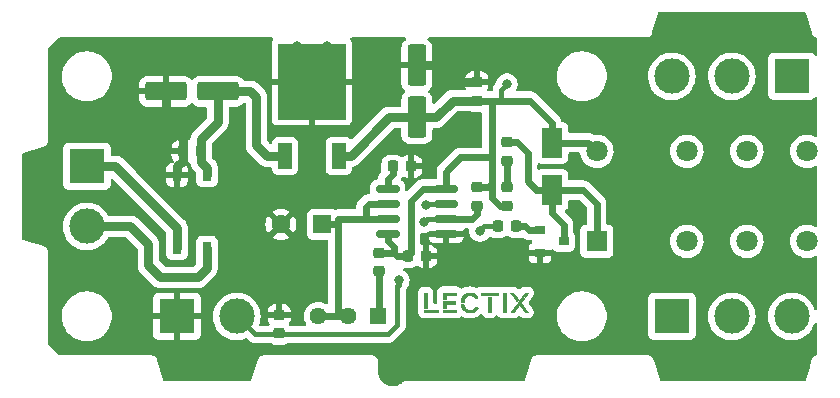
<source format=gtl>
G04 #@! TF.GenerationSoftware,KiCad,Pcbnew,6.0.9-8da3e8f707~116~ubuntu20.04.1*
G04 #@! TF.CreationDate,2023-03-26T17:34:05+00:00*
G04 #@! TF.ProjectId,LEC011102,4c454330-3131-4313-9032-2e6b69636164,rev?*
G04 #@! TF.SameCoordinates,Original*
G04 #@! TF.FileFunction,Copper,L1,Top*
G04 #@! TF.FilePolarity,Positive*
%FSLAX46Y46*%
G04 Gerber Fmt 4.6, Leading zero omitted, Abs format (unit mm)*
G04 Created by KiCad (PCBNEW 6.0.9-8da3e8f707~116~ubuntu20.04.1) date 2023-03-26 17:34:05*
%MOMM*%
%LPD*%
G01*
G04 APERTURE LIST*
G04 Aperture macros list*
%AMRoundRect*
0 Rectangle with rounded corners*
0 $1 Rounding radius*
0 $2 $3 $4 $5 $6 $7 $8 $9 X,Y pos of 4 corners*
0 Add a 4 corners polygon primitive as box body*
4,1,4,$2,$3,$4,$5,$6,$7,$8,$9,$2,$3,0*
0 Add four circle primitives for the rounded corners*
1,1,$1+$1,$2,$3*
1,1,$1+$1,$4,$5*
1,1,$1+$1,$6,$7*
1,1,$1+$1,$8,$9*
0 Add four rect primitives between the rounded corners*
20,1,$1+$1,$2,$3,$4,$5,0*
20,1,$1+$1,$4,$5,$6,$7,0*
20,1,$1+$1,$6,$7,$8,$9,0*
20,1,$1+$1,$8,$9,$2,$3,0*%
G04 Aperture macros list end*
G04 #@! TA.AperFunction,EtchedComponent*
%ADD10C,0.010000*%
G04 #@! TD*
G04 #@! TA.AperFunction,SMDPad,CuDef*
%ADD11RoundRect,0.249600X1.500400X0.550400X-1.500400X0.550400X-1.500400X-0.550400X1.500400X-0.550400X0*%
G04 #@! TD*
G04 #@! TA.AperFunction,SMDPad,CuDef*
%ADD12RoundRect,0.218750X0.218750X0.256250X-0.218750X0.256250X-0.218750X-0.256250X0.218750X-0.256250X0*%
G04 #@! TD*
G04 #@! TA.AperFunction,SMDPad,CuDef*
%ADD13RoundRect,0.218750X-0.218750X-0.256250X0.218750X-0.256250X0.218750X0.256250X-0.218750X0.256250X0*%
G04 #@! TD*
G04 #@! TA.AperFunction,SMDPad,CuDef*
%ADD14RoundRect,0.218750X0.256250X-0.218750X0.256250X0.218750X-0.256250X0.218750X-0.256250X-0.218750X0*%
G04 #@! TD*
G04 #@! TA.AperFunction,SMDPad,CuDef*
%ADD15RoundRect,0.249600X0.550400X-1.500400X0.550400X1.500400X-0.550400X1.500400X-0.550400X-1.500400X0*%
G04 #@! TD*
G04 #@! TA.AperFunction,SMDPad,CuDef*
%ADD16R,0.800000X1.000000*%
G04 #@! TD*
G04 #@! TA.AperFunction,SMDPad,CuDef*
%ADD17RoundRect,0.218750X-0.256250X0.218750X-0.256250X-0.218750X0.256250X-0.218750X0.256250X0.218750X0*%
G04 #@! TD*
G04 #@! TA.AperFunction,SMDPad,CuDef*
%ADD18R,1.800000X2.500000*%
G04 #@! TD*
G04 #@! TA.AperFunction,ComponentPad*
%ADD19R,3.000000X3.000000*%
G04 #@! TD*
G04 #@! TA.AperFunction,ComponentPad*
%ADD20C,3.000000*%
G04 #@! TD*
G04 #@! TA.AperFunction,ComponentPad*
%ADD21C,1.800000*%
G04 #@! TD*
G04 #@! TA.AperFunction,ComponentPad*
%ADD22R,1.800000X1.800000*%
G04 #@! TD*
G04 #@! TA.AperFunction,SMDPad,CuDef*
%ADD23R,0.900000X0.800000*%
G04 #@! TD*
G04 #@! TA.AperFunction,SMDPad,CuDef*
%ADD24R,1.200000X2.200000*%
G04 #@! TD*
G04 #@! TA.AperFunction,SMDPad,CuDef*
%ADD25R,5.800000X6.400000*%
G04 #@! TD*
G04 #@! TA.AperFunction,ComponentPad*
%ADD26R,1.600000X1.600000*%
G04 #@! TD*
G04 #@! TA.AperFunction,ComponentPad*
%ADD27C,1.600000*%
G04 #@! TD*
G04 #@! TA.AperFunction,ComponentPad*
%ADD28R,1.440000X1.440000*%
G04 #@! TD*
G04 #@! TA.AperFunction,ComponentPad*
%ADD29C,1.440000*%
G04 #@! TD*
G04 #@! TA.AperFunction,SMDPad,CuDef*
%ADD30RoundRect,0.150000X0.825000X0.150000X-0.825000X0.150000X-0.825000X-0.150000X0.825000X-0.150000X0*%
G04 #@! TD*
G04 #@! TA.AperFunction,SMDPad,CuDef*
%ADD31RoundRect,0.225000X0.250000X-0.225000X0.250000X0.225000X-0.250000X0.225000X-0.250000X-0.225000X0*%
G04 #@! TD*
G04 #@! TA.AperFunction,ViaPad*
%ADD32C,0.800000*%
G04 #@! TD*
G04 #@! TA.AperFunction,Conductor*
%ADD33C,0.800000*%
G04 #@! TD*
G04 #@! TA.AperFunction,Conductor*
%ADD34C,0.600000*%
G04 #@! TD*
G04 #@! TA.AperFunction,Conductor*
%ADD35C,0.400000*%
G04 #@! TD*
G04 APERTURE END LIST*
G04 #@! TO.C,LOGO1*
G36*
X115708402Y-52285255D02*
G01*
X115713120Y-52334642D01*
X115722714Y-52383391D01*
X115736988Y-52431126D01*
X115755743Y-52477472D01*
X115778784Y-52522055D01*
X115805913Y-52564500D01*
X115836933Y-52604432D01*
X115871648Y-52641476D01*
X115909860Y-52675258D01*
X115915940Y-52680066D01*
X115956038Y-52708193D01*
X115999345Y-52732754D01*
X116045214Y-52753491D01*
X116092999Y-52770147D01*
X116142054Y-52782466D01*
X116191733Y-52790191D01*
X116193061Y-52790331D01*
X116214417Y-52791812D01*
X116239012Y-52792277D01*
X116265170Y-52791784D01*
X116291216Y-52790393D01*
X116315475Y-52788161D01*
X116335040Y-52785369D01*
X116385420Y-52773968D01*
X116434171Y-52758011D01*
X116480973Y-52737722D01*
X116525506Y-52713326D01*
X116567447Y-52685050D01*
X116606477Y-52653119D01*
X116642275Y-52617757D01*
X116674521Y-52579189D01*
X116702893Y-52537642D01*
X116713459Y-52519570D01*
X116717764Y-52511866D01*
X116720977Y-52506162D01*
X116722419Y-52503660D01*
X116722428Y-52503648D01*
X116724718Y-52504589D01*
X116730966Y-52507586D01*
X116740622Y-52512356D01*
X116753134Y-52518617D01*
X116767950Y-52526087D01*
X116784518Y-52534484D01*
X116802288Y-52543526D01*
X116820709Y-52552930D01*
X116839227Y-52562414D01*
X116857292Y-52571697D01*
X116874353Y-52580496D01*
X116889857Y-52588530D01*
X116903254Y-52595515D01*
X116913992Y-52601170D01*
X116921519Y-52605212D01*
X116925284Y-52607360D01*
X116925579Y-52607574D01*
X116926342Y-52609476D01*
X116925650Y-52612864D01*
X116923236Y-52618246D01*
X116918829Y-52626130D01*
X116912161Y-52637022D01*
X116902963Y-52651432D01*
X116899532Y-52656730D01*
X116863745Y-52707247D01*
X116824233Y-52754456D01*
X116781253Y-52798181D01*
X116735061Y-52838245D01*
X116685915Y-52874473D01*
X116634071Y-52906690D01*
X116579786Y-52934719D01*
X116523317Y-52958386D01*
X116464922Y-52977513D01*
X116411386Y-52990608D01*
X116390451Y-52994715D01*
X116371307Y-52997937D01*
X116352786Y-53000387D01*
X116333721Y-53002177D01*
X116312944Y-53003419D01*
X116289286Y-53004226D01*
X116265190Y-53004665D01*
X116246965Y-53004860D01*
X116230071Y-53004960D01*
X116215281Y-53004966D01*
X116203367Y-53004880D01*
X116195103Y-53004704D01*
X116191530Y-53004485D01*
X116185642Y-53003741D01*
X116176310Y-53002630D01*
X116165138Y-53001341D01*
X116159780Y-53000735D01*
X116104003Y-52992047D01*
X116048007Y-52978574D01*
X115992401Y-52960545D01*
X115937794Y-52938188D01*
X115884797Y-52911731D01*
X115834019Y-52881401D01*
X115825770Y-52875955D01*
X115795798Y-52855098D01*
X115769044Y-52834653D01*
X115743942Y-52813317D01*
X115718927Y-52789790D01*
X115703718Y-52774501D01*
X115661520Y-52727656D01*
X115623616Y-52678179D01*
X115590086Y-52626236D01*
X115561014Y-52571994D01*
X115536482Y-52515618D01*
X115516574Y-52457274D01*
X115501371Y-52397129D01*
X115493187Y-52351477D01*
X115491980Y-52342261D01*
X115490577Y-52329810D01*
X115489087Y-52315307D01*
X115487618Y-52299937D01*
X115486281Y-52284885D01*
X115485185Y-52271334D01*
X115484438Y-52260470D01*
X115484150Y-52253505D01*
X115486602Y-52253107D01*
X115493621Y-52252738D01*
X115504692Y-52252405D01*
X115519304Y-52252119D01*
X115536941Y-52251886D01*
X115557091Y-52251717D01*
X115579241Y-52251620D01*
X115595519Y-52251600D01*
X115706899Y-52251600D01*
X115708402Y-52285255D01*
G37*
D10*
X115708402Y-52285255D02*
X115713120Y-52334642D01*
X115722714Y-52383391D01*
X115736988Y-52431126D01*
X115755743Y-52477472D01*
X115778784Y-52522055D01*
X115805913Y-52564500D01*
X115836933Y-52604432D01*
X115871648Y-52641476D01*
X115909860Y-52675258D01*
X115915940Y-52680066D01*
X115956038Y-52708193D01*
X115999345Y-52732754D01*
X116045214Y-52753491D01*
X116092999Y-52770147D01*
X116142054Y-52782466D01*
X116191733Y-52790191D01*
X116193061Y-52790331D01*
X116214417Y-52791812D01*
X116239012Y-52792277D01*
X116265170Y-52791784D01*
X116291216Y-52790393D01*
X116315475Y-52788161D01*
X116335040Y-52785369D01*
X116385420Y-52773968D01*
X116434171Y-52758011D01*
X116480973Y-52737722D01*
X116525506Y-52713326D01*
X116567447Y-52685050D01*
X116606477Y-52653119D01*
X116642275Y-52617757D01*
X116674521Y-52579189D01*
X116702893Y-52537642D01*
X116713459Y-52519570D01*
X116717764Y-52511866D01*
X116720977Y-52506162D01*
X116722419Y-52503660D01*
X116722428Y-52503648D01*
X116724718Y-52504589D01*
X116730966Y-52507586D01*
X116740622Y-52512356D01*
X116753134Y-52518617D01*
X116767950Y-52526087D01*
X116784518Y-52534484D01*
X116802288Y-52543526D01*
X116820709Y-52552930D01*
X116839227Y-52562414D01*
X116857292Y-52571697D01*
X116874353Y-52580496D01*
X116889857Y-52588530D01*
X116903254Y-52595515D01*
X116913992Y-52601170D01*
X116921519Y-52605212D01*
X116925284Y-52607360D01*
X116925579Y-52607574D01*
X116926342Y-52609476D01*
X116925650Y-52612864D01*
X116923236Y-52618246D01*
X116918829Y-52626130D01*
X116912161Y-52637022D01*
X116902963Y-52651432D01*
X116899532Y-52656730D01*
X116863745Y-52707247D01*
X116824233Y-52754456D01*
X116781253Y-52798181D01*
X116735061Y-52838245D01*
X116685915Y-52874473D01*
X116634071Y-52906690D01*
X116579786Y-52934719D01*
X116523317Y-52958386D01*
X116464922Y-52977513D01*
X116411386Y-52990608D01*
X116390451Y-52994715D01*
X116371307Y-52997937D01*
X116352786Y-53000387D01*
X116333721Y-53002177D01*
X116312944Y-53003419D01*
X116289286Y-53004226D01*
X116265190Y-53004665D01*
X116246965Y-53004860D01*
X116230071Y-53004960D01*
X116215281Y-53004966D01*
X116203367Y-53004880D01*
X116195103Y-53004704D01*
X116191530Y-53004485D01*
X116185642Y-53003741D01*
X116176310Y-53002630D01*
X116165138Y-53001341D01*
X116159780Y-53000735D01*
X116104003Y-52992047D01*
X116048007Y-52978574D01*
X115992401Y-52960545D01*
X115937794Y-52938188D01*
X115884797Y-52911731D01*
X115834019Y-52881401D01*
X115825770Y-52875955D01*
X115795798Y-52855098D01*
X115769044Y-52834653D01*
X115743942Y-52813317D01*
X115718927Y-52789790D01*
X115703718Y-52774501D01*
X115661520Y-52727656D01*
X115623616Y-52678179D01*
X115590086Y-52626236D01*
X115561014Y-52571994D01*
X115536482Y-52515618D01*
X115516574Y-52457274D01*
X115501371Y-52397129D01*
X115493187Y-52351477D01*
X115491980Y-52342261D01*
X115490577Y-52329810D01*
X115489087Y-52315307D01*
X115487618Y-52299937D01*
X115486281Y-52284885D01*
X115485185Y-52271334D01*
X115484438Y-52260470D01*
X115484150Y-52253505D01*
X115486602Y-52253107D01*
X115493621Y-52252738D01*
X115504692Y-52252405D01*
X115519304Y-52252119D01*
X115536941Y-52251886D01*
X115557091Y-52251717D01*
X115579241Y-52251620D01*
X115595519Y-52251600D01*
X115706899Y-52251600D01*
X115708402Y-52285255D01*
G36*
X121026304Y-51330092D02*
G01*
X121044850Y-51330188D01*
X121158296Y-51330850D01*
X120852148Y-51749183D01*
X120822064Y-51790298D01*
X120792787Y-51830325D01*
X120764458Y-51869069D01*
X120737217Y-51906338D01*
X120711206Y-51941940D01*
X120686566Y-51975680D01*
X120663436Y-52007366D01*
X120641957Y-52036806D01*
X120622271Y-52063806D01*
X120604518Y-52088172D01*
X120588839Y-52109713D01*
X120575374Y-52128236D01*
X120564265Y-52143546D01*
X120555651Y-52155452D01*
X120549674Y-52163760D01*
X120546474Y-52168277D01*
X120545946Y-52169087D01*
X120547407Y-52171269D01*
X120551707Y-52177370D01*
X120558703Y-52187192D01*
X120568256Y-52200541D01*
X120580224Y-52217220D01*
X120594465Y-52237032D01*
X120610838Y-52259783D01*
X120629202Y-52285275D01*
X120649416Y-52313314D01*
X120671337Y-52343701D01*
X120694825Y-52376243D01*
X120719739Y-52410742D01*
X120745938Y-52447003D01*
X120773279Y-52484829D01*
X120801622Y-52524025D01*
X120830825Y-52564395D01*
X120842671Y-52580766D01*
X120872190Y-52621564D01*
X120900913Y-52661274D01*
X120928699Y-52699701D01*
X120955405Y-52736647D01*
X120980889Y-52771916D01*
X121005010Y-52805310D01*
X121027626Y-52836635D01*
X121048595Y-52865692D01*
X121067775Y-52892285D01*
X121085025Y-52916218D01*
X121100202Y-52937293D01*
X121113164Y-52955315D01*
X121123770Y-52970086D01*
X121131878Y-52981411D01*
X121137346Y-52989091D01*
X121140033Y-52992932D01*
X121140296Y-52993347D01*
X121138016Y-52993981D01*
X121130822Y-52994522D01*
X121118878Y-52994969D01*
X121102349Y-52995317D01*
X121081400Y-52995563D01*
X121056196Y-52995703D01*
X121027266Y-52995734D01*
X120913390Y-52995649D01*
X120672090Y-52661780D01*
X120645526Y-52625037D01*
X120619765Y-52589426D01*
X120594965Y-52555163D01*
X120571283Y-52522466D01*
X120548876Y-52491550D01*
X120527902Y-52462632D01*
X120508517Y-52435929D01*
X120490880Y-52411658D01*
X120475147Y-52390034D01*
X120461475Y-52371274D01*
X120450023Y-52355596D01*
X120440948Y-52343215D01*
X120434406Y-52334347D01*
X120430556Y-52329211D01*
X120429520Y-52327933D01*
X120427906Y-52329950D01*
X120423455Y-52335854D01*
X120416324Y-52345427D01*
X120406674Y-52358455D01*
X120394661Y-52374722D01*
X120380447Y-52394010D01*
X120364188Y-52416106D01*
X120346044Y-52440791D01*
X120326173Y-52467851D01*
X120304734Y-52497070D01*
X120281887Y-52528231D01*
X120257789Y-52561119D01*
X120232600Y-52595518D01*
X120206477Y-52631211D01*
X120185680Y-52659644D01*
X120158925Y-52696214D01*
X120132965Y-52731667D01*
X120107961Y-52765786D01*
X120084072Y-52798355D01*
X120061458Y-52829156D01*
X120040279Y-52857973D01*
X120020693Y-52884589D01*
X120002863Y-52908787D01*
X119986946Y-52930350D01*
X119973102Y-52949061D01*
X119961493Y-52964704D01*
X119952276Y-52977061D01*
X119945613Y-52985916D01*
X119941662Y-52991051D01*
X119940570Y-52992335D01*
X119937574Y-52992529D01*
X119930025Y-52992680D01*
X119918450Y-52992789D01*
X119903375Y-52992853D01*
X119885327Y-52992870D01*
X119864833Y-52992839D01*
X119842419Y-52992759D01*
X119825648Y-52992672D01*
X119713267Y-52992010D01*
X120319225Y-52163970D01*
X120361717Y-52105907D01*
X120403457Y-52048878D01*
X120444343Y-51993019D01*
X120484276Y-51938469D01*
X120523154Y-51885363D01*
X120560878Y-51833839D01*
X120597347Y-51784036D01*
X120632459Y-51736089D01*
X120666115Y-51690136D01*
X120698214Y-51646314D01*
X120728655Y-51604761D01*
X120757338Y-51565614D01*
X120784162Y-51529011D01*
X120809027Y-51495087D01*
X120831832Y-51463981D01*
X120852477Y-51435831D01*
X120870860Y-51410772D01*
X120886882Y-51388943D01*
X120900441Y-51370481D01*
X120911437Y-51355522D01*
X120919771Y-51344205D01*
X120925340Y-51336667D01*
X120928045Y-51333044D01*
X120928294Y-51332728D01*
X120930129Y-51331936D01*
X120934193Y-51331292D01*
X120940860Y-51330789D01*
X120950504Y-51330418D01*
X120963497Y-51330171D01*
X120980212Y-51330039D01*
X121001024Y-51330016D01*
X121026304Y-51330092D01*
G37*
X121026304Y-51330092D02*
X121044850Y-51330188D01*
X121158296Y-51330850D01*
X120852148Y-51749183D01*
X120822064Y-51790298D01*
X120792787Y-51830325D01*
X120764458Y-51869069D01*
X120737217Y-51906338D01*
X120711206Y-51941940D01*
X120686566Y-51975680D01*
X120663436Y-52007366D01*
X120641957Y-52036806D01*
X120622271Y-52063806D01*
X120604518Y-52088172D01*
X120588839Y-52109713D01*
X120575374Y-52128236D01*
X120564265Y-52143546D01*
X120555651Y-52155452D01*
X120549674Y-52163760D01*
X120546474Y-52168277D01*
X120545946Y-52169087D01*
X120547407Y-52171269D01*
X120551707Y-52177370D01*
X120558703Y-52187192D01*
X120568256Y-52200541D01*
X120580224Y-52217220D01*
X120594465Y-52237032D01*
X120610838Y-52259783D01*
X120629202Y-52285275D01*
X120649416Y-52313314D01*
X120671337Y-52343701D01*
X120694825Y-52376243D01*
X120719739Y-52410742D01*
X120745938Y-52447003D01*
X120773279Y-52484829D01*
X120801622Y-52524025D01*
X120830825Y-52564395D01*
X120842671Y-52580766D01*
X120872190Y-52621564D01*
X120900913Y-52661274D01*
X120928699Y-52699701D01*
X120955405Y-52736647D01*
X120980889Y-52771916D01*
X121005010Y-52805310D01*
X121027626Y-52836635D01*
X121048595Y-52865692D01*
X121067775Y-52892285D01*
X121085025Y-52916218D01*
X121100202Y-52937293D01*
X121113164Y-52955315D01*
X121123770Y-52970086D01*
X121131878Y-52981411D01*
X121137346Y-52989091D01*
X121140033Y-52992932D01*
X121140296Y-52993347D01*
X121138016Y-52993981D01*
X121130822Y-52994522D01*
X121118878Y-52994969D01*
X121102349Y-52995317D01*
X121081400Y-52995563D01*
X121056196Y-52995703D01*
X121027266Y-52995734D01*
X120913390Y-52995649D01*
X120672090Y-52661780D01*
X120645526Y-52625037D01*
X120619765Y-52589426D01*
X120594965Y-52555163D01*
X120571283Y-52522466D01*
X120548876Y-52491550D01*
X120527902Y-52462632D01*
X120508517Y-52435929D01*
X120490880Y-52411658D01*
X120475147Y-52390034D01*
X120461475Y-52371274D01*
X120450023Y-52355596D01*
X120440948Y-52343215D01*
X120434406Y-52334347D01*
X120430556Y-52329211D01*
X120429520Y-52327933D01*
X120427906Y-52329950D01*
X120423455Y-52335854D01*
X120416324Y-52345427D01*
X120406674Y-52358455D01*
X120394661Y-52374722D01*
X120380447Y-52394010D01*
X120364188Y-52416106D01*
X120346044Y-52440791D01*
X120326173Y-52467851D01*
X120304734Y-52497070D01*
X120281887Y-52528231D01*
X120257789Y-52561119D01*
X120232600Y-52595518D01*
X120206477Y-52631211D01*
X120185680Y-52659644D01*
X120158925Y-52696214D01*
X120132965Y-52731667D01*
X120107961Y-52765786D01*
X120084072Y-52798355D01*
X120061458Y-52829156D01*
X120040279Y-52857973D01*
X120020693Y-52884589D01*
X120002863Y-52908787D01*
X119986946Y-52930350D01*
X119973102Y-52949061D01*
X119961493Y-52964704D01*
X119952276Y-52977061D01*
X119945613Y-52985916D01*
X119941662Y-52991051D01*
X119940570Y-52992335D01*
X119937574Y-52992529D01*
X119930025Y-52992680D01*
X119918450Y-52992789D01*
X119903375Y-52992853D01*
X119885327Y-52992870D01*
X119864833Y-52992839D01*
X119842419Y-52992759D01*
X119825648Y-52992672D01*
X119713267Y-52992010D01*
X120319225Y-52163970D01*
X120361717Y-52105907D01*
X120403457Y-52048878D01*
X120444343Y-51993019D01*
X120484276Y-51938469D01*
X120523154Y-51885363D01*
X120560878Y-51833839D01*
X120597347Y-51784036D01*
X120632459Y-51736089D01*
X120666115Y-51690136D01*
X120698214Y-51646314D01*
X120728655Y-51604761D01*
X120757338Y-51565614D01*
X120784162Y-51529011D01*
X120809027Y-51495087D01*
X120831832Y-51463981D01*
X120852477Y-51435831D01*
X120870860Y-51410772D01*
X120886882Y-51388943D01*
X120900441Y-51370481D01*
X120911437Y-51355522D01*
X120919771Y-51344205D01*
X120925340Y-51336667D01*
X120928045Y-51333044D01*
X120928294Y-51332728D01*
X120930129Y-51331936D01*
X120934193Y-51331292D01*
X120940860Y-51330789D01*
X120950504Y-51330418D01*
X120963497Y-51330171D01*
X120980212Y-51330039D01*
X121001024Y-51330016D01*
X121026304Y-51330092D01*
G36*
X114968520Y-52259220D02*
G01*
X114209060Y-52259220D01*
X114209060Y-52602120D01*
X113988080Y-52602120D01*
X113988080Y-52035700D01*
X114968520Y-52035700D01*
X114968520Y-52259220D01*
G37*
X114968520Y-52259220D02*
X114209060Y-52259220D01*
X114209060Y-52602120D01*
X113988080Y-52602120D01*
X113988080Y-52035700D01*
X114968520Y-52035700D01*
X114968520Y-52259220D01*
G36*
X116276209Y-51321115D02*
G01*
X116297949Y-51321898D01*
X116316476Y-51323135D01*
X116324880Y-51324013D01*
X116386536Y-51334111D01*
X116446482Y-51348858D01*
X116504502Y-51368120D01*
X116560380Y-51391760D01*
X116613901Y-51419642D01*
X116664850Y-51451632D01*
X116713012Y-51487592D01*
X116758171Y-51527388D01*
X116800111Y-51570884D01*
X116838617Y-51617944D01*
X116873475Y-51668433D01*
X116874753Y-51670462D01*
X116880950Y-51680604D01*
X116885873Y-51689176D01*
X116889032Y-51695284D01*
X116889933Y-51698034D01*
X116889927Y-51698046D01*
X116887616Y-51699794D01*
X116881584Y-51703936D01*
X116872376Y-51710116D01*
X116860541Y-51717976D01*
X116846627Y-51727159D01*
X116831181Y-51737308D01*
X116814750Y-51748066D01*
X116797883Y-51759075D01*
X116781127Y-51769979D01*
X116765029Y-51780419D01*
X116750138Y-51790039D01*
X116737000Y-51798482D01*
X116726165Y-51805390D01*
X116718178Y-51810407D01*
X116713588Y-51813174D01*
X116712794Y-51813584D01*
X116709968Y-51812718D01*
X116705905Y-51808095D01*
X116700305Y-51799339D01*
X116697184Y-51793914D01*
X116680089Y-51766428D01*
X116659427Y-51738002D01*
X116636229Y-51709852D01*
X116611528Y-51683197D01*
X116586356Y-51659254D01*
X116574480Y-51649140D01*
X116533846Y-51619172D01*
X116490247Y-51593127D01*
X116444196Y-51571226D01*
X116396208Y-51553690D01*
X116346797Y-51540740D01*
X116306452Y-51533813D01*
X116284946Y-51531768D01*
X116260221Y-51530722D01*
X116233760Y-51530637D01*
X116207045Y-51531480D01*
X116181557Y-51533214D01*
X116158779Y-51535804D01*
X116147826Y-51537603D01*
X116097286Y-51549608D01*
X116048775Y-51566099D01*
X116002534Y-51586857D01*
X115958804Y-51611666D01*
X115917826Y-51640308D01*
X115879841Y-51672566D01*
X115845090Y-51708223D01*
X115813814Y-51747062D01*
X115786252Y-51788864D01*
X115762648Y-51833413D01*
X115743240Y-51880492D01*
X115733199Y-51911621D01*
X115722556Y-51956052D01*
X115715928Y-52002105D01*
X115713432Y-52040145D01*
X115712028Y-52081420D01*
X115491031Y-52081420D01*
X115492507Y-52036335D01*
X115496951Y-51976765D01*
X115506239Y-51918219D01*
X115520196Y-51860945D01*
X115538643Y-51805192D01*
X115561405Y-51751206D01*
X115588306Y-51699239D01*
X115619168Y-51649537D01*
X115653816Y-51602349D01*
X115692073Y-51557923D01*
X115733762Y-51516510D01*
X115778708Y-51478355D01*
X115826733Y-51443709D01*
X115877661Y-51412820D01*
X115931316Y-51385936D01*
X115964200Y-51372046D01*
X116017077Y-51353465D01*
X116071789Y-51338763D01*
X116129205Y-51327716D01*
X116144540Y-51325434D01*
X116160719Y-51323688D01*
X116180782Y-51322339D01*
X116203544Y-51321399D01*
X116227825Y-51320875D01*
X116252441Y-51320777D01*
X116276209Y-51321115D01*
G37*
X116276209Y-51321115D02*
X116297949Y-51321898D01*
X116316476Y-51323135D01*
X116324880Y-51324013D01*
X116386536Y-51334111D01*
X116446482Y-51348858D01*
X116504502Y-51368120D01*
X116560380Y-51391760D01*
X116613901Y-51419642D01*
X116664850Y-51451632D01*
X116713012Y-51487592D01*
X116758171Y-51527388D01*
X116800111Y-51570884D01*
X116838617Y-51617944D01*
X116873475Y-51668433D01*
X116874753Y-51670462D01*
X116880950Y-51680604D01*
X116885873Y-51689176D01*
X116889032Y-51695284D01*
X116889933Y-51698034D01*
X116889927Y-51698046D01*
X116887616Y-51699794D01*
X116881584Y-51703936D01*
X116872376Y-51710116D01*
X116860541Y-51717976D01*
X116846627Y-51727159D01*
X116831181Y-51737308D01*
X116814750Y-51748066D01*
X116797883Y-51759075D01*
X116781127Y-51769979D01*
X116765029Y-51780419D01*
X116750138Y-51790039D01*
X116737000Y-51798482D01*
X116726165Y-51805390D01*
X116718178Y-51810407D01*
X116713588Y-51813174D01*
X116712794Y-51813584D01*
X116709968Y-51812718D01*
X116705905Y-51808095D01*
X116700305Y-51799339D01*
X116697184Y-51793914D01*
X116680089Y-51766428D01*
X116659427Y-51738002D01*
X116636229Y-51709852D01*
X116611528Y-51683197D01*
X116586356Y-51659254D01*
X116574480Y-51649140D01*
X116533846Y-51619172D01*
X116490247Y-51593127D01*
X116444196Y-51571226D01*
X116396208Y-51553690D01*
X116346797Y-51540740D01*
X116306452Y-51533813D01*
X116284946Y-51531768D01*
X116260221Y-51530722D01*
X116233760Y-51530637D01*
X116207045Y-51531480D01*
X116181557Y-51533214D01*
X116158779Y-51535804D01*
X116147826Y-51537603D01*
X116097286Y-51549608D01*
X116048775Y-51566099D01*
X116002534Y-51586857D01*
X115958804Y-51611666D01*
X115917826Y-51640308D01*
X115879841Y-51672566D01*
X115845090Y-51708223D01*
X115813814Y-51747062D01*
X115786252Y-51788864D01*
X115762648Y-51833413D01*
X115743240Y-51880492D01*
X115733199Y-51911621D01*
X115722556Y-51956052D01*
X115715928Y-52002105D01*
X115713432Y-52040145D01*
X115712028Y-52081420D01*
X115491031Y-52081420D01*
X115492507Y-52036335D01*
X115496951Y-51976765D01*
X115506239Y-51918219D01*
X115520196Y-51860945D01*
X115538643Y-51805192D01*
X115561405Y-51751206D01*
X115588306Y-51699239D01*
X115619168Y-51649537D01*
X115653816Y-51602349D01*
X115692073Y-51557923D01*
X115733762Y-51516510D01*
X115778708Y-51478355D01*
X115826733Y-51443709D01*
X115877661Y-51412820D01*
X115931316Y-51385936D01*
X115964200Y-51372046D01*
X116017077Y-51353465D01*
X116071789Y-51338763D01*
X116129205Y-51327716D01*
X116144540Y-51325434D01*
X116160719Y-51323688D01*
X116180782Y-51322339D01*
X116203544Y-51321399D01*
X116227825Y-51320875D01*
X116252441Y-51320777D01*
X116276209Y-51321115D01*
G36*
X113538500Y-53003440D02*
G01*
X112390420Y-53003440D01*
X112390420Y-52779920D01*
X113538500Y-52779920D01*
X113538500Y-53003440D01*
G37*
X113538500Y-53003440D02*
X112390420Y-53003440D01*
X112390420Y-52779920D01*
X113538500Y-52779920D01*
X113538500Y-53003440D01*
G36*
X115082820Y-53003440D02*
G01*
X113990620Y-53003440D01*
X113990620Y-52779920D01*
X115082820Y-52779920D01*
X115082820Y-53003440D01*
G37*
X115082820Y-53003440D02*
X113990620Y-53003440D01*
X113990620Y-52779920D01*
X115082820Y-52779920D01*
X115082820Y-53003440D01*
G36*
X118021600Y-52995820D02*
G01*
X117800620Y-52995820D01*
X117800620Y-51713120D01*
X118021600Y-51713120D01*
X118021600Y-52995820D01*
G37*
X118021600Y-52995820D02*
X117800620Y-52995820D01*
X117800620Y-51713120D01*
X118021600Y-51713120D01*
X118021600Y-52995820D01*
G36*
X115082820Y-51537860D02*
G01*
X114209060Y-51537860D01*
X114209060Y-51850280D01*
X113985540Y-51850280D01*
X113985540Y-51316880D01*
X115082820Y-51316880D01*
X115082820Y-51537860D01*
G37*
X115082820Y-51537860D02*
X114209060Y-51537860D01*
X114209060Y-51850280D01*
X113985540Y-51850280D01*
X113985540Y-51316880D01*
X115082820Y-51316880D01*
X115082820Y-51537860D01*
G36*
X112611400Y-52602120D02*
G01*
X112390420Y-52602120D01*
X112390420Y-51327040D01*
X112611400Y-51327040D01*
X112611400Y-52602120D01*
G37*
X112611400Y-52602120D02*
X112390420Y-52602120D01*
X112390420Y-51327040D01*
X112611400Y-51327040D01*
X112611400Y-52602120D01*
G36*
X118600720Y-51545480D02*
G01*
X117231660Y-51545480D01*
X117231660Y-51324500D01*
X118600720Y-51324500D01*
X118600720Y-51545480D01*
G37*
X118600720Y-51545480D02*
X117231660Y-51545480D01*
X117231660Y-51324500D01*
X118600720Y-51324500D01*
X118600720Y-51545480D01*
G36*
X119268740Y-52995820D02*
G01*
X119047760Y-52995820D01*
X119047760Y-51324500D01*
X119268740Y-51324500D01*
X119268740Y-52995820D01*
G37*
X119268740Y-52995820D02*
X119047760Y-52995820D01*
X119047760Y-51324500D01*
X119268740Y-51324500D01*
X119268740Y-52995820D01*
G36*
X119910968Y-51324500D02*
G01*
X120116269Y-51607044D01*
X120140799Y-51640835D01*
X120164493Y-51673537D01*
X120187180Y-51704909D01*
X120208689Y-51734714D01*
X120228848Y-51762711D01*
X120247487Y-51788663D01*
X120264435Y-51812329D01*
X120279520Y-51833470D01*
X120292571Y-51851848D01*
X120303418Y-51867223D01*
X120311889Y-51879356D01*
X120317814Y-51888009D01*
X120321021Y-51892942D01*
X120321570Y-51894021D01*
X120320129Y-51897001D01*
X120316077Y-51903439D01*
X120309817Y-51912779D01*
X120301755Y-51924461D01*
X120292293Y-51937928D01*
X120281838Y-51952622D01*
X120270793Y-51967984D01*
X120259562Y-51983457D01*
X120248551Y-51998483D01*
X120238162Y-52012504D01*
X120228801Y-52024962D01*
X120220872Y-52035298D01*
X120214779Y-52042955D01*
X120210927Y-52047375D01*
X120209810Y-52048247D01*
X120208071Y-52046223D01*
X120203504Y-52040295D01*
X120196264Y-52030671D01*
X120186502Y-52017561D01*
X120174373Y-52001174D01*
X120160029Y-51981719D01*
X120143625Y-51959405D01*
X120125313Y-51934442D01*
X120105247Y-51907037D01*
X120083579Y-51877402D01*
X120060465Y-51845743D01*
X120036056Y-51812272D01*
X120010506Y-51777196D01*
X119983968Y-51740724D01*
X119956596Y-51703067D01*
X119948190Y-51691493D01*
X119920558Y-51653445D01*
X119893707Y-51616468D01*
X119867789Y-51580772D01*
X119842960Y-51546572D01*
X119819374Y-51514081D01*
X119797186Y-51483511D01*
X119776549Y-51455075D01*
X119757618Y-51428985D01*
X119740548Y-51405456D01*
X119725493Y-51384699D01*
X119712608Y-51366927D01*
X119702047Y-51352354D01*
X119693964Y-51341192D01*
X119688514Y-51333654D01*
X119685851Y-51329952D01*
X119685625Y-51329630D01*
X119684877Y-51328417D01*
X119684715Y-51327412D01*
X119685563Y-51326595D01*
X119687844Y-51325947D01*
X119691981Y-51325449D01*
X119698399Y-51325081D01*
X119707522Y-51324823D01*
X119719772Y-51324655D01*
X119735573Y-51324559D01*
X119755349Y-51324514D01*
X119779525Y-51324500D01*
X119796554Y-51324499D01*
X119910968Y-51324500D01*
G37*
X119910968Y-51324500D02*
X120116269Y-51607044D01*
X120140799Y-51640835D01*
X120164493Y-51673537D01*
X120187180Y-51704909D01*
X120208689Y-51734714D01*
X120228848Y-51762711D01*
X120247487Y-51788663D01*
X120264435Y-51812329D01*
X120279520Y-51833470D01*
X120292571Y-51851848D01*
X120303418Y-51867223D01*
X120311889Y-51879356D01*
X120317814Y-51888009D01*
X120321021Y-51892942D01*
X120321570Y-51894021D01*
X120320129Y-51897001D01*
X120316077Y-51903439D01*
X120309817Y-51912779D01*
X120301755Y-51924461D01*
X120292293Y-51937928D01*
X120281838Y-51952622D01*
X120270793Y-51967984D01*
X120259562Y-51983457D01*
X120248551Y-51998483D01*
X120238162Y-52012504D01*
X120228801Y-52024962D01*
X120220872Y-52035298D01*
X120214779Y-52042955D01*
X120210927Y-52047375D01*
X120209810Y-52048247D01*
X120208071Y-52046223D01*
X120203504Y-52040295D01*
X120196264Y-52030671D01*
X120186502Y-52017561D01*
X120174373Y-52001174D01*
X120160029Y-51981719D01*
X120143625Y-51959405D01*
X120125313Y-51934442D01*
X120105247Y-51907037D01*
X120083579Y-51877402D01*
X120060465Y-51845743D01*
X120036056Y-51812272D01*
X120010506Y-51777196D01*
X119983968Y-51740724D01*
X119956596Y-51703067D01*
X119948190Y-51691493D01*
X119920558Y-51653445D01*
X119893707Y-51616468D01*
X119867789Y-51580772D01*
X119842960Y-51546572D01*
X119819374Y-51514081D01*
X119797186Y-51483511D01*
X119776549Y-51455075D01*
X119757618Y-51428985D01*
X119740548Y-51405456D01*
X119725493Y-51384699D01*
X119712608Y-51366927D01*
X119702047Y-51352354D01*
X119693964Y-51341192D01*
X119688514Y-51333654D01*
X119685851Y-51329952D01*
X119685625Y-51329630D01*
X119684877Y-51328417D01*
X119684715Y-51327412D01*
X119685563Y-51326595D01*
X119687844Y-51325947D01*
X119691981Y-51325449D01*
X119698399Y-51325081D01*
X119707522Y-51324823D01*
X119719772Y-51324655D01*
X119735573Y-51324559D01*
X119755349Y-51324514D01*
X119779525Y-51324500D01*
X119796554Y-51324499D01*
X119910968Y-51324500D01*
G04 #@! TD*
D11*
G04 #@! TO.P,C1,1*
G04 #@! TO.N,Net-(C1-Pad1)*
X94910000Y-34290000D03*
G04 #@! TO.P,C1,2*
G04 #@! TO.N,GND*
X90510000Y-34290000D03*
G04 #@! TD*
D12*
G04 #@! TO.P,C2,1*
G04 #@! TO.N,Net-(C1-Pad1)*
X93497500Y-39370000D03*
G04 #@! TO.P,C2,2*
G04 #@! TO.N,GND*
X91922500Y-39370000D03*
G04 #@! TD*
D13*
G04 #@! TO.P,C4,1*
G04 #@! TO.N,Net-(C4-Pad1)*
X109702500Y-40640000D03*
G04 #@! TO.P,C4,2*
G04 #@! TO.N,GND*
X111277500Y-40640000D03*
G04 #@! TD*
D14*
G04 #@! TO.P,C5,1*
G04 #@! TO.N,+5V*
X116840000Y-35077500D03*
G04 #@! TO.P,C5,2*
G04 #@! TO.N,GND*
X116840000Y-33502500D03*
G04 #@! TD*
D15*
G04 #@! TO.P,C7,1*
G04 #@! TO.N,+5V*
X111760000Y-36490000D03*
G04 #@! TO.P,C7,2*
G04 #@! TO.N,GND*
X111760000Y-32090000D03*
G04 #@! TD*
D16*
G04 #@! TO.P,D1,1,+*
G04 #@! TO.N,Net-(C1-Pad1)*
X93980000Y-41375000D03*
G04 #@! TO.P,D1,2,-*
G04 #@! TO.N,GND*
X91440000Y-41375000D03*
G04 #@! TO.P,D1,3*
G04 #@! TO.N,Net-(D1-Pad3)*
X91440000Y-47525000D03*
G04 #@! TO.P,D1,4*
G04 #@! TO.N,Net-(D1-Pad4)*
X93980000Y-47525000D03*
G04 #@! TD*
D17*
G04 #@! TO.P,D2,1,K*
G04 #@! TO.N,Net-(D2-Pad1)*
X119380000Y-42392500D03*
G04 #@! TO.P,D2,2,A*
G04 #@! TO.N,+5V*
X119380000Y-43967500D03*
G04 #@! TD*
D18*
G04 #@! TO.P,D3,1,K*
G04 #@! TO.N,+5V*
X123190000Y-38640000D03*
G04 #@! TO.P,D3,2,A*
G04 #@! TO.N,Net-(D3-Pad2)*
X123190000Y-42640000D03*
G04 #@! TD*
D19*
G04 #@! TO.P,J1,1,Pin_1*
G04 #@! TO.N,GND*
X91440000Y-53340000D03*
D20*
G04 #@! TO.P,J1,2,Pin_2*
G04 #@! TO.N,Net-(J1-Pad2)*
X96520000Y-53340000D03*
G04 #@! TD*
D19*
G04 #@! TO.P,J2,1,Pin_1*
G04 #@! TO.N,Net-(D1-Pad3)*
X83820000Y-40640000D03*
D20*
G04 #@! TO.P,J2,2,Pin_2*
G04 #@! TO.N,Net-(D1-Pad4)*
X83820000Y-45720000D03*
G04 #@! TD*
D19*
G04 #@! TO.P,J3,1,Pin_1*
G04 #@! TO.N,/T1*
X143510000Y-33020000D03*
D20*
G04 #@! TO.P,J3,2,Pin_2*
G04 #@! TO.N,/R1*
X138430000Y-33020000D03*
G04 #@! TO.P,J3,3,Pin_3*
G04 #@! TO.N,/C1*
X133350000Y-33020000D03*
G04 #@! TD*
D19*
G04 #@! TO.P,J4,1,Pin_1*
G04 #@! TO.N,/C2*
X133350000Y-53340000D03*
D20*
G04 #@! TO.P,J4,2,Pin_2*
G04 #@! TO.N,/R2*
X138430000Y-53340000D03*
G04 #@! TO.P,J4,3,Pin_3*
G04 #@! TO.N,/T2*
X143510000Y-53340000D03*
G04 #@! TD*
D21*
G04 #@! TO.P,K1,1*
G04 #@! TO.N,+5V*
X127000000Y-39370000D03*
G04 #@! TO.P,K1,4*
G04 #@! TO.N,/C1*
X134620000Y-39370000D03*
G04 #@! TO.P,K1,6*
G04 #@! TO.N,/R1*
X139700000Y-39370000D03*
G04 #@! TO.P,K1,8*
G04 #@! TO.N,/T1*
X144780000Y-39370000D03*
G04 #@! TO.P,K1,9*
G04 #@! TO.N,/T2*
X144780000Y-46990000D03*
G04 #@! TO.P,K1,11*
G04 #@! TO.N,/R2*
X139700000Y-46990000D03*
G04 #@! TO.P,K1,13*
G04 #@! TO.N,/C2*
X134620000Y-46990000D03*
D22*
G04 #@! TO.P,K1,16*
G04 #@! TO.N,Net-(D3-Pad2)*
X127000000Y-46990000D03*
G04 #@! TD*
D23*
G04 #@! TO.P,Q1,1,B*
G04 #@! TO.N,Net-(Q1-Pad1)*
X122190000Y-46040000D03*
G04 #@! TO.P,Q1,2,E*
G04 #@! TO.N,GND*
X122190000Y-47940000D03*
G04 #@! TO.P,Q1,3,C*
G04 #@! TO.N,Net-(D3-Pad2)*
X124190000Y-46990000D03*
G04 #@! TD*
D12*
G04 #@! TO.P,R3,1*
G04 #@! TO.N,Net-(Q1-Pad1)*
X120167500Y-45720000D03*
G04 #@! TO.P,R3,2*
G04 #@! TO.N,Net-(R3-Pad2)*
X118592500Y-45720000D03*
G04 #@! TD*
D17*
G04 #@! TO.P,R4,1*
G04 #@! TO.N,Net-(D3-Pad2)*
X119380000Y-38582500D03*
G04 #@! TO.P,R4,2*
G04 #@! TO.N,Net-(D2-Pad1)*
X119380000Y-40157500D03*
G04 #@! TD*
D24*
G04 #@! TO.P,U1,1,VI*
G04 #@! TO.N,Net-(C1-Pad1)*
X100590000Y-39760000D03*
D25*
G04 #@! TO.P,U1,2,GND*
G04 #@! TO.N,GND*
X102870000Y-33460000D03*
D24*
G04 #@! TO.P,U1,3,VO*
G04 #@! TO.N,+5V*
X105150000Y-39760000D03*
G04 #@! TD*
D26*
G04 #@! TO.P,C3,1*
G04 #@! TO.N,Net-(C3-Pad1)*
X103752651Y-45550000D03*
D27*
G04 #@! TO.P,C3,2*
G04 #@! TO.N,GND*
X100252651Y-45550000D03*
G04 #@! TD*
D28*
G04 #@! TO.P,RV1,1,1*
G04 #@! TO.N,Net-(R2-Pad2)*
X108500000Y-53340000D03*
D29*
G04 #@! TO.P,RV1,2,2*
G04 #@! TO.N,Net-(C3-Pad1)*
X105960000Y-53340000D03*
G04 #@! TO.P,RV1,3,3*
X103420000Y-53340000D03*
G04 #@! TD*
D17*
G04 #@! TO.P,R2,1*
G04 #@! TO.N,+5V*
X108585000Y-47955000D03*
G04 #@! TO.P,R2,2*
G04 #@! TO.N,Net-(R2-Pad2)*
X108585000Y-49530000D03*
G04 #@! TD*
D30*
G04 #@! TO.P,U2,1,GND*
G04 #@! TO.N,GND*
X114235000Y-46355000D03*
G04 #@! TO.P,U2,2,TR*
G04 #@! TO.N,Net-(J1-Pad2)*
X114235000Y-45085000D03*
G04 #@! TO.P,U2,3,Q*
G04 #@! TO.N,Net-(R3-Pad2)*
X114235000Y-43815000D03*
G04 #@! TO.P,U2,4,R*
G04 #@! TO.N,+5V*
X114235000Y-42545000D03*
G04 #@! TO.P,U2,5,CV*
G04 #@! TO.N,Net-(C4-Pad1)*
X109285000Y-42545000D03*
G04 #@! TO.P,U2,6,THR*
G04 #@! TO.N,Net-(C3-Pad1)*
X109285000Y-43815000D03*
G04 #@! TO.P,U2,7,DIS*
X109285000Y-45085000D03*
G04 #@! TO.P,U2,8,VCC*
G04 #@! TO.N,+5V*
X109285000Y-46355000D03*
G04 #@! TD*
D17*
G04 #@! TO.P,R1,1*
G04 #@! TO.N,+5V*
X116840000Y-42392500D03*
G04 #@! TO.P,R1,2*
G04 #@! TO.N,Net-(J1-Pad2)*
X116840000Y-43967500D03*
G04 #@! TD*
D13*
G04 #@! TO.P,C6,1*
G04 #@! TO.N,+5V*
X110972500Y-48260000D03*
G04 #@! TO.P,C6,2*
G04 #@! TO.N,GND*
X112547500Y-48260000D03*
G04 #@! TD*
D31*
G04 #@! TO.P,C8,1*
G04 #@! TO.N,Net-(J1-Pad2)*
X100100000Y-54775000D03*
G04 #@! TO.P,C8,2*
G04 #@! TO.N,GND*
X100100000Y-53225000D03*
G04 #@! TD*
D32*
G04 #@! TO.N,GND*
X93980000Y-30480000D03*
X93980000Y-53340000D03*
X99060000Y-30480000D03*
X101600000Y-30480000D03*
X101600000Y-35560000D03*
X101600000Y-33020000D03*
X96520000Y-38100000D03*
X116840000Y-38100000D03*
X104140000Y-33020000D03*
X106680000Y-30480000D03*
X99060000Y-48260000D03*
X104140000Y-30480000D03*
X88900000Y-30480000D03*
X101600000Y-43180000D03*
X96520000Y-48260000D03*
X119380000Y-30480000D03*
X93980000Y-45720000D03*
X113030000Y-40640000D03*
X119380000Y-48260000D03*
X101600000Y-48260000D03*
X114300000Y-49530000D03*
X114300000Y-30480000D03*
X104140000Y-43180000D03*
X116840000Y-48260000D03*
X114300000Y-38100000D03*
X96520000Y-50800000D03*
X109220000Y-30480000D03*
X96520000Y-40640000D03*
X91440000Y-43180000D03*
X93980000Y-43180000D03*
X104140000Y-35560000D03*
X96520000Y-43180000D03*
G04 #@! TO.N,+5V*
X119380000Y-33655000D03*
G04 #@! TO.N,Net-(J1-Pad2)*
X110236000Y-50292000D03*
X112395000Y-45339000D03*
G04 #@! TO.N,Net-(R3-Pad2)*
X112522000Y-43942000D03*
X117094000Y-46101000D03*
G04 #@! TD*
D33*
G04 #@! TO.N,GND*
X114782500Y-33502500D02*
X116840000Y-33502500D01*
X90510000Y-36916000D02*
X90510000Y-34290000D01*
X91440000Y-41375000D02*
X91440000Y-40640000D01*
X113370000Y-32090000D02*
X114782500Y-33502500D01*
X111760000Y-32090000D02*
X113370000Y-32090000D01*
X91440000Y-40640000D02*
X91922500Y-40157500D01*
X91922500Y-39370000D02*
X91922500Y-38328500D01*
X91922500Y-38328500D02*
X90510000Y-36916000D01*
X91922500Y-40157500D02*
X91922500Y-39370000D01*
G04 #@! TO.N,Net-(C1-Pad1)*
X93497500Y-40284500D02*
X93497500Y-39370000D01*
X93497500Y-39370000D02*
X93497500Y-38328500D01*
X93980000Y-40767000D02*
X93497500Y-40284500D01*
X98171000Y-34798000D02*
X97663000Y-34290000D01*
X98171000Y-38862000D02*
X98171000Y-34798000D01*
X97663000Y-34290000D02*
X94910000Y-34290000D01*
X93980000Y-41375000D02*
X93980000Y-40767000D01*
X100590000Y-39760000D02*
X99069000Y-39760000D01*
X93497500Y-38328500D02*
X94910000Y-36916000D01*
X94910000Y-36916000D02*
X94910000Y-34290000D01*
X99069000Y-39760000D02*
X98171000Y-38862000D01*
D34*
G04 #@! TO.N,Net-(C3-Pad1)*
X105070000Y-45085000D02*
X105070000Y-45530000D01*
X107442000Y-45085000D02*
X109285000Y-45085000D01*
X109285000Y-43815000D02*
X107696000Y-43815000D01*
X103752651Y-45550000D02*
X105050000Y-45550000D01*
X105050000Y-45550000D02*
X105070000Y-45530000D01*
X107696000Y-43815000D02*
X107442000Y-44069000D01*
X107442000Y-44069000D02*
X107442000Y-45085000D01*
X105070000Y-53000000D02*
X105410000Y-53340000D01*
X105070000Y-45530000D02*
X105070000Y-53000000D01*
X105960000Y-53340000D02*
X103420000Y-53340000D01*
X105070000Y-45085000D02*
X107442000Y-45085000D01*
G04 #@! TO.N,Net-(C4-Pad1)*
X109285000Y-41718000D02*
X109285000Y-42545000D01*
X109702500Y-41300500D02*
X109285000Y-41718000D01*
X109702500Y-40640000D02*
X109702500Y-41300500D01*
G04 #@! TO.N,+5V*
X110109000Y-48260000D02*
X109804000Y-47955000D01*
D33*
X109433000Y-36490000D02*
X111760000Y-36490000D01*
D34*
X116840000Y-35077500D02*
X118135500Y-35077500D01*
D33*
X111760000Y-36490000D02*
X113370000Y-36490000D01*
D34*
X109285000Y-46355000D02*
X109285000Y-46928000D01*
X115443000Y-39878000D02*
X118110000Y-39878000D01*
D33*
X114782500Y-35077500D02*
X116840000Y-35077500D01*
D34*
X118110000Y-43307000D02*
X118110000Y-42037000D01*
X109804000Y-47955000D02*
X108585000Y-47955000D01*
X109804000Y-47447000D02*
X109804000Y-47955000D01*
X123190000Y-38640000D02*
X126270000Y-38640000D01*
X119380000Y-43967500D02*
X118770500Y-43967500D01*
D35*
X118897500Y-34137500D02*
X119380000Y-33655000D01*
D34*
X121310500Y-35077500D02*
X123190000Y-36957000D01*
X126270000Y-38640000D02*
X127000000Y-39370000D01*
X114235000Y-42545000D02*
X112268000Y-42545000D01*
X116840000Y-42392500D02*
X117754500Y-42392500D01*
D33*
X106163000Y-39760000D02*
X109433000Y-36490000D01*
D34*
X118110000Y-35103000D02*
X118135500Y-35077500D01*
X111252000Y-47980500D02*
X110972500Y-48260000D01*
X117754500Y-42392500D02*
X118110000Y-42037000D01*
X118897500Y-35077500D02*
X121310500Y-35077500D01*
X114235000Y-42545000D02*
X114235000Y-41086000D01*
X111252000Y-43561000D02*
X111252000Y-47980500D01*
D33*
X105150000Y-39760000D02*
X106163000Y-39760000D01*
D34*
X109285000Y-46928000D02*
X109804000Y-47447000D01*
X110972500Y-48260000D02*
X110109000Y-48260000D01*
X123190000Y-36957000D02*
X123190000Y-38640000D01*
X118110000Y-39878000D02*
X118110000Y-35103000D01*
X118135500Y-35077500D02*
X118897500Y-35077500D01*
X118770500Y-43967500D02*
X118110000Y-43307000D01*
D33*
X113370000Y-36490000D02*
X114782500Y-35077500D01*
D35*
X118897500Y-35077500D02*
X118897500Y-34137500D01*
D34*
X118110000Y-42037000D02*
X118110000Y-39878000D01*
X114235000Y-41086000D02*
X115443000Y-39878000D01*
X112268000Y-42545000D02*
X111252000Y-43561000D01*
D33*
G04 #@! TO.N,Net-(D1-Pad4)*
X89027000Y-47244000D02*
X89027000Y-49022000D01*
X89027000Y-49022000D02*
X90043000Y-50038000D01*
X93218000Y-50038000D02*
X93980000Y-49276000D01*
X87503000Y-45720000D02*
X89027000Y-47244000D01*
X93980000Y-49276000D02*
X93980000Y-47525000D01*
X90043000Y-50038000D02*
X93218000Y-50038000D01*
X83820000Y-45720000D02*
X87503000Y-45720000D01*
G04 #@! TO.N,Net-(D1-Pad3)*
X91440000Y-45847000D02*
X86233000Y-40640000D01*
X86233000Y-40640000D02*
X83820000Y-40640000D01*
X91440000Y-47525000D02*
X91440000Y-45847000D01*
D34*
G04 #@! TO.N,Net-(D2-Pad1)*
X119380000Y-40157500D02*
X119380000Y-42392500D01*
G04 #@! TO.N,Net-(D3-Pad2)*
X120243500Y-38582500D02*
X121158000Y-39497000D01*
X124190000Y-46990000D02*
X124190000Y-45577000D01*
X123190000Y-42640000D02*
X125825000Y-42640000D01*
X123190000Y-44577000D02*
X123190000Y-42640000D01*
X121158000Y-41910000D02*
X121888000Y-42640000D01*
X119380000Y-38582500D02*
X120243500Y-38582500D01*
X121888000Y-42640000D02*
X123190000Y-42640000D01*
X124190000Y-45577000D02*
X123190000Y-44577000D01*
X121158000Y-39497000D02*
X121158000Y-41910000D01*
X125825000Y-42640000D02*
X127000000Y-43815000D01*
X127000000Y-43815000D02*
X127000000Y-46990000D01*
G04 #@! TO.N,Net-(J1-Pad2)*
X116459000Y-45085000D02*
X114235000Y-45085000D01*
D35*
X110109000Y-50800000D02*
X110236000Y-50673000D01*
X112649000Y-45085000D02*
X112395000Y-45339000D01*
X96520000Y-53340000D02*
X98044000Y-54864000D01*
X114235000Y-45085000D02*
X112649000Y-45085000D01*
X109347000Y-54864000D02*
X110109000Y-54102000D01*
D34*
X116840000Y-44704000D02*
X116459000Y-45085000D01*
X116840000Y-43967500D02*
X116840000Y-44704000D01*
D35*
X98044000Y-54864000D02*
X109347000Y-54864000D01*
X110109000Y-54102000D02*
X110109000Y-50800000D01*
X110236000Y-50673000D02*
X110236000Y-50292000D01*
D34*
G04 #@! TO.N,Net-(Q1-Pad1)*
X120167500Y-45720000D02*
X120904000Y-45720000D01*
X121224000Y-46040000D02*
X122190000Y-46040000D01*
X120904000Y-45720000D02*
X121224000Y-46040000D01*
G04 #@! TO.N,Net-(R2-Pad2)*
X108585000Y-49530000D02*
X108585000Y-53255000D01*
X108585000Y-53255000D02*
X108500000Y-53340000D01*
D35*
G04 #@! TO.N,Net-(R3-Pad2)*
X117475000Y-45720000D02*
X117094000Y-46101000D01*
X112649000Y-43815000D02*
X112522000Y-43942000D01*
X114235000Y-43815000D02*
X112649000Y-43815000D01*
X118592500Y-45720000D02*
X117475000Y-45720000D01*
G04 #@! TD*
G04 #@! TA.AperFunction,Conductor*
G04 #@! TO.N,GND*
G36*
X144627738Y-27579002D02*
G01*
X144674231Y-27632658D01*
X144680497Y-27649447D01*
X145179471Y-29345959D01*
X145179740Y-29346887D01*
X145192436Y-29391309D01*
X145200512Y-29419565D01*
X145216540Y-29444969D01*
X145224593Y-29459867D01*
X145237066Y-29487186D01*
X145242936Y-29493977D01*
X145253511Y-29506211D01*
X145264745Y-29521369D01*
X145278160Y-29542631D01*
X145284889Y-29548574D01*
X145284890Y-29548575D01*
X145300671Y-29562512D01*
X145312578Y-29574546D01*
X145332224Y-29597274D01*
X145339764Y-29602145D01*
X145339768Y-29602148D01*
X145353347Y-29610919D01*
X145368387Y-29622316D01*
X145387228Y-29638956D01*
X145414400Y-29651713D01*
X145429220Y-29659930D01*
X145446910Y-29671357D01*
X145446914Y-29671359D01*
X145454455Y-29676230D01*
X145471402Y-29681269D01*
X145478555Y-29683396D01*
X145496191Y-29690115D01*
X145510821Y-29696984D01*
X145510825Y-29696985D01*
X145518948Y-29700799D01*
X145527818Y-29702180D01*
X145548615Y-29705418D01*
X145565141Y-29709144D01*
X145578910Y-29713238D01*
X145638505Y-29751825D01*
X145667778Y-29816506D01*
X145669000Y-29834012D01*
X145669000Y-31173124D01*
X145648998Y-31241245D01*
X145595342Y-31287738D01*
X145525068Y-31297842D01*
X145460488Y-31268348D01*
X145442174Y-31248689D01*
X145378643Y-31163920D01*
X145378642Y-31163919D01*
X145373261Y-31156739D01*
X145256705Y-31069385D01*
X145120316Y-31018255D01*
X145058134Y-31011500D01*
X141961866Y-31011500D01*
X141899684Y-31018255D01*
X141763295Y-31069385D01*
X141646739Y-31156739D01*
X141559385Y-31273295D01*
X141508255Y-31409684D01*
X141501500Y-31471866D01*
X141501500Y-34568134D01*
X141508255Y-34630316D01*
X141559385Y-34766705D01*
X141646739Y-34883261D01*
X141763295Y-34970615D01*
X141899684Y-35021745D01*
X141961866Y-35028500D01*
X145058134Y-35028500D01*
X145120316Y-35021745D01*
X145256705Y-34970615D01*
X145373261Y-34883261D01*
X145418244Y-34823241D01*
X145442174Y-34791311D01*
X145499033Y-34748796D01*
X145569852Y-34743770D01*
X145632145Y-34777830D01*
X145666135Y-34840161D01*
X145669000Y-34866876D01*
X145669000Y-38038329D01*
X145648998Y-38106450D01*
X145595342Y-38152943D01*
X145525068Y-38163047D01*
X145482107Y-38148638D01*
X145363884Y-38083376D01*
X145363883Y-38083375D01*
X145359355Y-38080876D01*
X145354486Y-38079152D01*
X145354482Y-38079150D01*
X145145903Y-38005288D01*
X145145899Y-38005287D01*
X145141028Y-38003562D01*
X145135935Y-38002655D01*
X145135932Y-38002654D01*
X144918095Y-37963851D01*
X144918089Y-37963850D01*
X144913006Y-37962945D01*
X144840096Y-37962054D01*
X144686581Y-37960179D01*
X144686579Y-37960179D01*
X144681411Y-37960116D01*
X144452464Y-37995150D01*
X144232314Y-38067106D01*
X144227726Y-38069494D01*
X144227722Y-38069496D01*
X144069485Y-38151869D01*
X144026872Y-38174052D01*
X144022739Y-38177155D01*
X144022736Y-38177157D01*
X143849489Y-38307235D01*
X143841655Y-38313117D01*
X143838083Y-38316855D01*
X143693040Y-38468634D01*
X143681639Y-38480564D01*
X143678725Y-38484836D01*
X143678724Y-38484837D01*
X143636255Y-38547094D01*
X143551119Y-38671899D01*
X143453602Y-38881981D01*
X143391707Y-39105169D01*
X143367095Y-39335469D01*
X143367392Y-39340622D01*
X143367392Y-39340625D01*
X143379866Y-39556961D01*
X143380427Y-39566697D01*
X143381564Y-39571743D01*
X143381565Y-39571749D01*
X143404738Y-39674572D01*
X143431346Y-39792642D01*
X143433288Y-39797424D01*
X143433289Y-39797428D01*
X143516540Y-40002450D01*
X143518484Y-40007237D01*
X143639501Y-40204719D01*
X143791147Y-40379784D01*
X143969349Y-40527730D01*
X144169322Y-40644584D01*
X144174147Y-40646426D01*
X144174148Y-40646427D01*
X144231951Y-40668500D01*
X144385694Y-40727209D01*
X144390760Y-40728240D01*
X144390761Y-40728240D01*
X144403639Y-40730860D01*
X144612656Y-40773385D01*
X144743324Y-40778176D01*
X144838949Y-40781683D01*
X144838953Y-40781683D01*
X144844113Y-40781872D01*
X144849233Y-40781216D01*
X144849235Y-40781216D01*
X144929207Y-40770971D01*
X145073847Y-40752442D01*
X145078795Y-40750957D01*
X145078802Y-40750956D01*
X145290747Y-40687369D01*
X145295690Y-40685886D01*
X145300323Y-40683616D01*
X145300334Y-40683612D01*
X145487568Y-40591887D01*
X145557542Y-40579880D01*
X145622899Y-40607610D01*
X145662889Y-40666273D01*
X145669000Y-40705038D01*
X145669000Y-45658329D01*
X145648998Y-45726450D01*
X145595342Y-45772943D01*
X145525068Y-45783047D01*
X145482107Y-45768638D01*
X145363884Y-45703376D01*
X145363883Y-45703375D01*
X145359355Y-45700876D01*
X145354486Y-45699152D01*
X145354482Y-45699150D01*
X145145903Y-45625288D01*
X145145899Y-45625287D01*
X145141028Y-45623562D01*
X145135935Y-45622655D01*
X145135932Y-45622654D01*
X144918095Y-45583851D01*
X144918089Y-45583850D01*
X144913006Y-45582945D01*
X144840096Y-45582054D01*
X144686581Y-45580179D01*
X144686579Y-45580179D01*
X144681411Y-45580116D01*
X144452464Y-45615150D01*
X144232314Y-45687106D01*
X144227726Y-45689494D01*
X144227722Y-45689496D01*
X144067422Y-45772943D01*
X144026872Y-45794052D01*
X144022739Y-45797155D01*
X144022736Y-45797157D01*
X143845790Y-45930012D01*
X143841655Y-45933117D01*
X143804225Y-45972285D01*
X143692567Y-46089129D01*
X143681639Y-46100564D01*
X143678725Y-46104836D01*
X143678724Y-46104837D01*
X143655762Y-46138498D01*
X143551119Y-46291899D01*
X143453602Y-46501981D01*
X143391707Y-46725169D01*
X143367095Y-46955469D01*
X143367392Y-46960622D01*
X143367392Y-46960625D01*
X143378788Y-47158268D01*
X143380427Y-47186697D01*
X143381564Y-47191743D01*
X143381565Y-47191749D01*
X143407246Y-47305704D01*
X143431346Y-47412642D01*
X143433288Y-47417424D01*
X143433289Y-47417428D01*
X143515672Y-47620313D01*
X143518484Y-47627237D01*
X143639501Y-47824719D01*
X143791147Y-47999784D01*
X143969349Y-48147730D01*
X144169322Y-48264584D01*
X144385694Y-48347209D01*
X144390760Y-48348240D01*
X144390761Y-48348240D01*
X144443846Y-48359040D01*
X144612656Y-48393385D01*
X144742089Y-48398131D01*
X144838949Y-48401683D01*
X144838953Y-48401683D01*
X144844113Y-48401872D01*
X144849233Y-48401216D01*
X144849235Y-48401216D01*
X144925187Y-48391486D01*
X145073847Y-48372442D01*
X145078795Y-48370957D01*
X145078802Y-48370956D01*
X145290747Y-48307369D01*
X145295690Y-48305886D01*
X145300323Y-48303616D01*
X145300334Y-48303612D01*
X145487568Y-48211887D01*
X145557542Y-48199880D01*
X145622899Y-48227610D01*
X145662889Y-48286273D01*
X145669000Y-48325038D01*
X145669000Y-52686505D01*
X145648998Y-52754626D01*
X145595342Y-52801119D01*
X145525068Y-52811223D01*
X145460488Y-52781729D01*
X145424227Y-52728565D01*
X145359048Y-52544506D01*
X145357617Y-52540465D01*
X145318036Y-52463778D01*
X145233978Y-52300919D01*
X145233978Y-52300918D01*
X145232013Y-52297112D01*
X145227747Y-52291041D01*
X145151844Y-52183043D01*
X145074545Y-52073057D01*
X144968641Y-51959091D01*
X144891046Y-51875588D01*
X144891043Y-51875585D01*
X144888125Y-51872445D01*
X144884810Y-51869731D01*
X144884806Y-51869728D01*
X144723304Y-51737540D01*
X144676205Y-51698990D01*
X144502905Y-51592792D01*
X144446366Y-51558145D01*
X144446365Y-51558145D01*
X144442704Y-51555901D01*
X144431503Y-51550984D01*
X144195873Y-51447549D01*
X144195869Y-51447548D01*
X144191945Y-51445825D01*
X143928566Y-51370800D01*
X143924324Y-51370196D01*
X143924318Y-51370195D01*
X143719387Y-51341029D01*
X143657443Y-51332213D01*
X143513589Y-51331460D01*
X143387877Y-51330802D01*
X143387871Y-51330802D01*
X143383591Y-51330780D01*
X143379347Y-51331339D01*
X143379343Y-51331339D01*
X143271416Y-51345548D01*
X143112078Y-51366525D01*
X143107938Y-51367658D01*
X143107936Y-51367658D01*
X143082173Y-51374706D01*
X142847928Y-51438788D01*
X142843980Y-51440472D01*
X142599982Y-51544546D01*
X142599978Y-51544548D01*
X142596030Y-51546232D01*
X142503344Y-51601703D01*
X142364725Y-51684664D01*
X142364721Y-51684667D01*
X142361043Y-51686868D01*
X142147318Y-51858094D01*
X142051473Y-51959094D01*
X141965380Y-52049817D01*
X141958808Y-52056742D01*
X141799002Y-52279136D01*
X141670857Y-52521161D01*
X141669385Y-52525184D01*
X141669383Y-52525188D01*
X141593277Y-52733157D01*
X141576743Y-52778337D01*
X141518404Y-53045907D01*
X141513017Y-53114356D01*
X141498302Y-53301326D01*
X141496917Y-53318918D01*
X141512682Y-53592320D01*
X141513507Y-53596525D01*
X141513508Y-53596533D01*
X141524127Y-53650657D01*
X141565405Y-53861053D01*
X141566792Y-53865103D01*
X141566793Y-53865108D01*
X141648328Y-54103250D01*
X141654112Y-54120144D01*
X141661834Y-54135498D01*
X141752329Y-54315427D01*
X141777160Y-54364799D01*
X141779586Y-54368328D01*
X141779589Y-54368334D01*
X141899277Y-54542479D01*
X141932274Y-54590490D01*
X142116582Y-54793043D01*
X142326675Y-54968707D01*
X142330316Y-54970991D01*
X142555024Y-55111951D01*
X142555028Y-55111953D01*
X142558664Y-55114234D01*
X142683460Y-55170582D01*
X142804345Y-55225164D01*
X142804349Y-55225166D01*
X142808257Y-55226930D01*
X142812377Y-55228150D01*
X142812376Y-55228150D01*
X143066723Y-55303491D01*
X143066727Y-55303492D01*
X143070836Y-55304709D01*
X143075070Y-55305357D01*
X143075075Y-55305358D01*
X143337298Y-55345483D01*
X143337300Y-55345483D01*
X143341540Y-55346132D01*
X143480912Y-55348322D01*
X143611071Y-55350367D01*
X143611077Y-55350367D01*
X143615362Y-55350434D01*
X143887235Y-55317534D01*
X144152127Y-55248041D01*
X144156087Y-55246401D01*
X144156092Y-55246399D01*
X144394250Y-55147750D01*
X144405136Y-55143241D01*
X144641582Y-55005073D01*
X144857089Y-54836094D01*
X144898809Y-54793043D01*
X145044686Y-54642509D01*
X145047669Y-54639431D01*
X145050202Y-54635983D01*
X145050206Y-54635978D01*
X145207257Y-54422178D01*
X145209795Y-54418723D01*
X145237154Y-54368334D01*
X145338418Y-54181830D01*
X145338419Y-54181828D01*
X145340468Y-54178054D01*
X145425134Y-53953991D01*
X145467924Y-53897338D01*
X145534550Y-53872813D01*
X145603858Y-53888201D01*
X145653845Y-53938618D01*
X145669000Y-53998529D01*
X145669000Y-56526664D01*
X145648998Y-56594785D01*
X145595342Y-56641278D01*
X145577432Y-56647868D01*
X145573852Y-56648885D01*
X145571240Y-56649627D01*
X145554679Y-56653148D01*
X145524955Y-56657405D01*
X145502070Y-56667810D01*
X145484359Y-56674311D01*
X145468800Y-56678731D01*
X145468798Y-56678732D01*
X145460167Y-56681184D01*
X145434737Y-56697174D01*
X145419826Y-56705204D01*
X145400662Y-56713917D01*
X145400660Y-56713919D01*
X145392490Y-56717633D01*
X145385692Y-56723490D01*
X145385691Y-56723491D01*
X145373442Y-56734045D01*
X145358269Y-56745253D01*
X145344586Y-56753857D01*
X145344581Y-56753861D01*
X145336981Y-56758640D01*
X145317061Y-56781124D01*
X145305002Y-56793017D01*
X145289053Y-56806759D01*
X145289051Y-56806761D01*
X145282253Y-56812619D01*
X145277372Y-56820150D01*
X145277369Y-56820153D01*
X145268576Y-56833718D01*
X145257158Y-56848737D01*
X145246437Y-56860838D01*
X145246435Y-56860841D01*
X145240484Y-56867558D01*
X145227671Y-56894738D01*
X145219444Y-56909522D01*
X145203107Y-56934727D01*
X145200537Y-56943319D01*
X145200536Y-56943322D01*
X145193292Y-56967544D01*
X145193144Y-56967982D01*
X145192810Y-56968690D01*
X145184500Y-56996945D01*
X145161413Y-57074141D01*
X145161407Y-57075208D01*
X145161183Y-57076221D01*
X145007080Y-57600172D01*
X144680497Y-58710553D01*
X144642086Y-58770262D01*
X144577492Y-58799726D01*
X144559617Y-58801000D01*
X132427383Y-58801000D01*
X132359262Y-58780998D01*
X132312769Y-58727342D01*
X132306503Y-58710553D01*
X131807539Y-57014076D01*
X131807270Y-57013148D01*
X131788954Y-56949064D01*
X131788954Y-56949063D01*
X131786488Y-56940435D01*
X131770458Y-56915029D01*
X131762409Y-56900139D01*
X131749934Y-56872814D01*
X131733489Y-56853789D01*
X131722252Y-56838627D01*
X131708840Y-56817369D01*
X131686327Y-56797486D01*
X131674422Y-56785454D01*
X131654776Y-56762726D01*
X131647237Y-56757856D01*
X131647231Y-56757851D01*
X131633652Y-56749080D01*
X131618611Y-56737682D01*
X131606502Y-56726988D01*
X131599772Y-56721044D01*
X131591648Y-56717230D01*
X131591645Y-56717228D01*
X131574931Y-56709382D01*
X131572590Y-56708283D01*
X131557769Y-56700065D01*
X131540086Y-56688642D01*
X131540085Y-56688641D01*
X131532545Y-56683771D01*
X131508443Y-56676604D01*
X131490813Y-56669887D01*
X131476182Y-56663018D01*
X131468052Y-56659201D01*
X131459182Y-56657820D01*
X131459179Y-56657819D01*
X131438372Y-56654580D01*
X131421847Y-56650854D01*
X131393066Y-56642296D01*
X131384090Y-56642255D01*
X131384088Y-56642255D01*
X131373200Y-56642206D01*
X131358823Y-56642141D01*
X131358354Y-56642121D01*
X131357577Y-56642000D01*
X131328356Y-56642000D01*
X131327783Y-56641999D01*
X131327563Y-56641998D01*
X131247553Y-56641634D01*
X131246528Y-56641929D01*
X131245493Y-56642000D01*
X121927732Y-56642000D01*
X121926766Y-56641996D01*
X121851142Y-56641416D01*
X121822243Y-56649626D01*
X121805679Y-56653148D01*
X121775955Y-56657405D01*
X121753070Y-56667810D01*
X121735359Y-56674311D01*
X121719800Y-56678731D01*
X121719798Y-56678732D01*
X121711167Y-56681184D01*
X121685737Y-56697174D01*
X121670826Y-56705204D01*
X121651662Y-56713917D01*
X121651660Y-56713919D01*
X121643490Y-56717633D01*
X121636692Y-56723490D01*
X121636691Y-56723491D01*
X121624442Y-56734045D01*
X121609269Y-56745253D01*
X121595586Y-56753857D01*
X121595581Y-56753861D01*
X121587981Y-56758640D01*
X121568061Y-56781124D01*
X121556002Y-56793017D01*
X121540053Y-56806759D01*
X121540051Y-56806761D01*
X121533253Y-56812619D01*
X121528372Y-56820150D01*
X121528369Y-56820153D01*
X121519576Y-56833718D01*
X121508158Y-56848737D01*
X121497437Y-56860838D01*
X121497435Y-56860841D01*
X121491484Y-56867558D01*
X121478671Y-56894738D01*
X121470444Y-56909522D01*
X121454107Y-56934727D01*
X121451537Y-56943319D01*
X121451536Y-56943322D01*
X121444292Y-56967544D01*
X121444144Y-56967982D01*
X121443810Y-56968690D01*
X121435500Y-56996945D01*
X121412413Y-57074141D01*
X121412407Y-57075208D01*
X121412183Y-57076221D01*
X121258080Y-57600172D01*
X120931497Y-58710553D01*
X120893086Y-58770262D01*
X120828492Y-58799726D01*
X120810617Y-58801000D01*
X110943008Y-58801000D01*
X110941001Y-58800867D01*
X110938991Y-58800299D01*
X110864905Y-58800994D01*
X110863723Y-58801000D01*
X110834523Y-58801000D01*
X110832786Y-58801249D01*
X110831278Y-58801310D01*
X110793483Y-58801664D01*
X110784893Y-58804264D01*
X110784890Y-58804264D01*
X110769936Y-58808790D01*
X110751313Y-58812917D01*
X110726955Y-58816405D01*
X110718787Y-58820119D01*
X110718786Y-58820119D01*
X110699124Y-58829059D01*
X110683469Y-58834957D01*
X110654205Y-58843813D01*
X110633603Y-58857262D01*
X110616884Y-58866451D01*
X110602666Y-58872915D01*
X110602663Y-58872917D01*
X110594490Y-58876633D01*
X110571330Y-58896589D01*
X110557959Y-58906644D01*
X110539874Y-58918450D01*
X110539871Y-58918453D01*
X110532357Y-58923358D01*
X110526519Y-58930178D01*
X110526518Y-58930179D01*
X110523482Y-58933725D01*
X110504136Y-58952003D01*
X110378201Y-59047974D01*
X110360899Y-59059053D01*
X110200121Y-59144376D01*
X110181257Y-59152491D01*
X110051951Y-59196005D01*
X110008754Y-59210542D01*
X109988809Y-59215486D01*
X109809173Y-59244724D01*
X109788687Y-59246361D01*
X109699088Y-59246188D01*
X109606675Y-59246009D01*
X109586200Y-59244293D01*
X109406676Y-59214361D01*
X109386753Y-59209342D01*
X109214475Y-59150623D01*
X109195630Y-59142429D01*
X109035198Y-59056492D01*
X109017934Y-59045344D01*
X108873597Y-58934465D01*
X108858376Y-58920659D01*
X108746347Y-58801000D01*
X108733983Y-58787793D01*
X108721209Y-58771697D01*
X108620073Y-58620384D01*
X108610085Y-58602425D01*
X108534887Y-58436680D01*
X108527951Y-58417336D01*
X108480697Y-58241574D01*
X108476998Y-58221360D01*
X108461985Y-58070770D01*
X108462298Y-58054038D01*
X108462043Y-58054039D01*
X108461994Y-58045064D01*
X108463217Y-58036172D01*
X108461896Y-58027297D01*
X108461896Y-58027293D01*
X108459373Y-58010346D01*
X108458000Y-57991796D01*
X108458000Y-57158702D01*
X108458002Y-57157932D01*
X108458421Y-57089322D01*
X108458476Y-57080348D01*
X108456010Y-57071719D01*
X108456009Y-57071714D01*
X108450361Y-57051952D01*
X108446783Y-57035191D01*
X108443870Y-57014848D01*
X108443867Y-57014838D01*
X108442595Y-57005955D01*
X108431979Y-56982605D01*
X108425536Y-56965093D01*
X108420954Y-56949063D01*
X108418488Y-56940435D01*
X108402726Y-56915452D01*
X108394596Y-56900386D01*
X108382367Y-56873490D01*
X108365626Y-56854061D01*
X108354521Y-56839053D01*
X108345630Y-56824961D01*
X108340840Y-56817369D01*
X108318703Y-56797818D01*
X108306659Y-56785626D01*
X108293239Y-56770051D01*
X108293237Y-56770050D01*
X108287381Y-56763253D01*
X108279853Y-56758374D01*
X108279850Y-56758371D01*
X108265861Y-56749304D01*
X108250987Y-56738014D01*
X108238502Y-56726988D01*
X108231772Y-56721044D01*
X108223646Y-56717229D01*
X108223645Y-56717228D01*
X108216592Y-56713917D01*
X108205034Y-56708490D01*
X108190065Y-56700176D01*
X108165273Y-56684107D01*
X108140709Y-56676761D01*
X108123264Y-56670099D01*
X108114714Y-56666085D01*
X108100052Y-56659201D01*
X108070870Y-56654657D01*
X108054151Y-56650874D01*
X108034464Y-56644986D01*
X108034461Y-56644985D01*
X108025859Y-56642413D01*
X108016884Y-56642358D01*
X108016883Y-56642358D01*
X108010190Y-56642317D01*
X107991444Y-56642203D01*
X107990672Y-56642170D01*
X107989577Y-56642000D01*
X107958702Y-56642000D01*
X107957932Y-56641998D01*
X107884284Y-56641548D01*
X107884283Y-56641548D01*
X107880348Y-56641524D01*
X107879004Y-56641908D01*
X107877659Y-56642000D01*
X98825970Y-56642000D01*
X98818300Y-56641766D01*
X98816365Y-56641648D01*
X98764304Y-56638473D01*
X98718503Y-56648887D01*
X98708438Y-56650748D01*
X98670847Y-56656131D01*
X98670843Y-56656132D01*
X98661955Y-56657405D01*
X98653782Y-56661121D01*
X98651717Y-56661725D01*
X98633172Y-56667977D01*
X98631170Y-56668744D01*
X98622412Y-56670735D01*
X98590253Y-56688642D01*
X98581392Y-56693576D01*
X98572248Y-56698191D01*
X98537662Y-56713917D01*
X98537660Y-56713918D01*
X98529490Y-56717633D01*
X98522692Y-56723491D01*
X98520919Y-56724625D01*
X98504792Y-56735888D01*
X98503117Y-56737162D01*
X98495278Y-56741527D01*
X98488977Y-56747918D01*
X98488974Y-56747921D01*
X98462307Y-56774972D01*
X98454833Y-56781961D01*
X98419253Y-56812619D01*
X98414370Y-56820153D01*
X98412987Y-56821738D01*
X98400677Y-56837065D01*
X98399424Y-56838763D01*
X98393122Y-56845155D01*
X98376696Y-56875674D01*
X98370866Y-56886506D01*
X98365649Y-56895321D01*
X98340107Y-56934727D01*
X98337535Y-56943329D01*
X98337533Y-56943332D01*
X98323446Y-56990437D01*
X98321546Y-56996270D01*
X97714253Y-58716935D01*
X97672719Y-58774515D01*
X97606649Y-58800500D01*
X97595436Y-58801000D01*
X90390383Y-58801000D01*
X90322262Y-58780998D01*
X90275769Y-58727342D01*
X90269503Y-58710553D01*
X89770539Y-57014076D01*
X89770270Y-57013148D01*
X89751954Y-56949064D01*
X89751954Y-56949063D01*
X89749488Y-56940435D01*
X89733458Y-56915029D01*
X89725409Y-56900139D01*
X89712934Y-56872814D01*
X89696489Y-56853789D01*
X89685252Y-56838627D01*
X89671840Y-56817369D01*
X89649327Y-56797486D01*
X89637422Y-56785454D01*
X89617776Y-56762726D01*
X89610237Y-56757856D01*
X89610231Y-56757851D01*
X89596652Y-56749080D01*
X89581611Y-56737682D01*
X89569502Y-56726988D01*
X89562772Y-56721044D01*
X89554648Y-56717230D01*
X89554645Y-56717228D01*
X89537931Y-56709382D01*
X89535590Y-56708283D01*
X89520769Y-56700065D01*
X89503086Y-56688642D01*
X89503085Y-56688641D01*
X89495545Y-56683771D01*
X89471443Y-56676604D01*
X89453813Y-56669887D01*
X89439182Y-56663018D01*
X89431052Y-56659201D01*
X89422182Y-56657820D01*
X89422179Y-56657819D01*
X89401372Y-56654580D01*
X89384847Y-56650854D01*
X89356066Y-56642296D01*
X89347090Y-56642255D01*
X89347088Y-56642255D01*
X89336200Y-56642206D01*
X89321823Y-56642141D01*
X89321354Y-56642121D01*
X89320577Y-56642000D01*
X89291356Y-56642000D01*
X89290783Y-56641999D01*
X89290563Y-56641998D01*
X89210553Y-56641634D01*
X89209528Y-56641929D01*
X89208493Y-56642000D01*
X81542610Y-56642000D01*
X81474489Y-56621998D01*
X81453515Y-56605095D01*
X80554905Y-55706485D01*
X80520879Y-55644173D01*
X80518000Y-55617390D01*
X80518000Y-53472703D01*
X81710743Y-53472703D01*
X81711302Y-53476947D01*
X81711302Y-53476951D01*
X81727091Y-53596876D01*
X81748268Y-53757734D01*
X81749401Y-53761874D01*
X81749401Y-53761876D01*
X81767176Y-53826851D01*
X81824129Y-54035036D01*
X81825813Y-54038984D01*
X81928399Y-54279491D01*
X81936923Y-54299476D01*
X81948693Y-54319142D01*
X82073275Y-54527303D01*
X82084561Y-54546161D01*
X82264313Y-54770528D01*
X82333405Y-54836094D01*
X82445492Y-54942460D01*
X82472851Y-54968423D01*
X82706317Y-55136186D01*
X82710112Y-55138195D01*
X82710113Y-55138196D01*
X82731869Y-55149715D01*
X82960392Y-55270712D01*
X82984699Y-55279607D01*
X83179224Y-55350793D01*
X83230373Y-55369511D01*
X83511264Y-55430755D01*
X83515826Y-55431114D01*
X83734282Y-55448307D01*
X83734291Y-55448307D01*
X83736739Y-55448500D01*
X83892271Y-55448500D01*
X83894407Y-55448354D01*
X83894418Y-55448354D01*
X84102548Y-55434165D01*
X84102554Y-55434164D01*
X84106825Y-55433873D01*
X84111020Y-55433004D01*
X84111022Y-55433004D01*
X84252714Y-55403661D01*
X84388342Y-55375574D01*
X84659343Y-55279607D01*
X84914812Y-55147750D01*
X84918313Y-55145289D01*
X84918317Y-55145287D01*
X85032418Y-55065095D01*
X85150023Y-54982441D01*
X85255238Y-54884669D01*
X89432001Y-54884669D01*
X89432371Y-54891490D01*
X89437895Y-54942352D01*
X89441521Y-54957604D01*
X89486676Y-55078054D01*
X89495214Y-55093649D01*
X89571715Y-55195724D01*
X89584276Y-55208285D01*
X89686351Y-55284786D01*
X89701946Y-55293324D01*
X89822394Y-55338478D01*
X89837649Y-55342105D01*
X89888514Y-55347631D01*
X89895328Y-55348000D01*
X91167885Y-55348000D01*
X91183124Y-55343525D01*
X91184329Y-55342135D01*
X91186000Y-55334452D01*
X91186000Y-55329884D01*
X91694000Y-55329884D01*
X91698475Y-55345123D01*
X91699865Y-55346328D01*
X91707548Y-55347999D01*
X92984669Y-55347999D01*
X92991490Y-55347629D01*
X93042352Y-55342105D01*
X93057604Y-55338479D01*
X93178054Y-55293324D01*
X93193649Y-55284786D01*
X93295724Y-55208285D01*
X93308285Y-55195724D01*
X93384786Y-55093649D01*
X93393324Y-55078054D01*
X93438478Y-54957606D01*
X93442105Y-54942351D01*
X93447631Y-54891486D01*
X93448000Y-54884672D01*
X93448000Y-53612115D01*
X93443525Y-53596876D01*
X93442135Y-53595671D01*
X93434452Y-53594000D01*
X91712115Y-53594000D01*
X91696876Y-53598475D01*
X91695671Y-53599865D01*
X91694000Y-53607548D01*
X91694000Y-55329884D01*
X91186000Y-55329884D01*
X91186000Y-53612115D01*
X91181525Y-53596876D01*
X91180135Y-53595671D01*
X91172452Y-53594000D01*
X89450116Y-53594000D01*
X89434877Y-53598475D01*
X89433672Y-53599865D01*
X89432001Y-53607548D01*
X89432001Y-54884669D01*
X85255238Y-54884669D01*
X85310830Y-54833010D01*
X85357479Y-54789661D01*
X85357481Y-54789658D01*
X85360622Y-54786740D01*
X85542713Y-54564268D01*
X85692927Y-54319142D01*
X85698952Y-54305418D01*
X85806757Y-54059830D01*
X85808483Y-54055898D01*
X85887244Y-53779406D01*
X85924370Y-53518542D01*
X85927146Y-53499036D01*
X85927146Y-53499034D01*
X85927751Y-53494784D01*
X85927776Y-53490126D01*
X85928673Y-53318918D01*
X94506917Y-53318918D01*
X94522682Y-53592320D01*
X94523507Y-53596525D01*
X94523508Y-53596533D01*
X94534127Y-53650657D01*
X94575405Y-53861053D01*
X94576792Y-53865103D01*
X94576793Y-53865108D01*
X94658328Y-54103250D01*
X94664112Y-54120144D01*
X94671834Y-54135498D01*
X94762329Y-54315427D01*
X94787160Y-54364799D01*
X94789586Y-54368328D01*
X94789589Y-54368334D01*
X94909277Y-54542479D01*
X94942274Y-54590490D01*
X95126582Y-54793043D01*
X95336675Y-54968707D01*
X95340316Y-54970991D01*
X95565024Y-55111951D01*
X95565028Y-55111953D01*
X95568664Y-55114234D01*
X95693460Y-55170582D01*
X95814345Y-55225164D01*
X95814349Y-55225166D01*
X95818257Y-55226930D01*
X95822377Y-55228150D01*
X95822376Y-55228150D01*
X96076723Y-55303491D01*
X96076727Y-55303492D01*
X96080836Y-55304709D01*
X96085070Y-55305357D01*
X96085075Y-55305358D01*
X96347298Y-55345483D01*
X96347300Y-55345483D01*
X96351540Y-55346132D01*
X96490912Y-55348322D01*
X96621071Y-55350367D01*
X96621077Y-55350367D01*
X96625362Y-55350434D01*
X96897235Y-55317534D01*
X97162127Y-55248041D01*
X97166087Y-55246401D01*
X97166092Y-55246399D01*
X97270982Y-55202952D01*
X97341572Y-55195363D01*
X97408295Y-55230266D01*
X97522557Y-55344528D01*
X97528411Y-55350793D01*
X97548782Y-55374144D01*
X97566439Y-55394385D01*
X97618729Y-55431136D01*
X97623971Y-55435028D01*
X97674282Y-55474476D01*
X97681201Y-55477600D01*
X97683493Y-55478988D01*
X97698165Y-55487357D01*
X97700525Y-55488622D01*
X97706739Y-55492990D01*
X97713818Y-55495750D01*
X97713820Y-55495751D01*
X97766275Y-55516202D01*
X97772344Y-55518753D01*
X97830573Y-55545045D01*
X97838046Y-55546430D01*
X97840612Y-55547234D01*
X97856835Y-55551855D01*
X97859427Y-55552520D01*
X97866509Y-55555282D01*
X97874044Y-55556274D01*
X97929861Y-55563622D01*
X97936377Y-55564654D01*
X97974770Y-55571770D01*
X97999186Y-55576295D01*
X98006766Y-55575858D01*
X98006767Y-55575858D01*
X98061380Y-55572709D01*
X98068633Y-55572500D01*
X99345143Y-55572500D01*
X99411259Y-55591240D01*
X99453682Y-55617390D01*
X99537899Y-55669302D01*
X99700243Y-55723149D01*
X99707080Y-55723849D01*
X99707082Y-55723850D01*
X99748401Y-55728083D01*
X99801268Y-55733500D01*
X100398732Y-55733500D01*
X100401978Y-55733163D01*
X100401982Y-55733163D01*
X100436083Y-55729625D01*
X100501019Y-55722887D01*
X100654726Y-55671606D01*
X100656324Y-55671073D01*
X100656326Y-55671072D01*
X100663268Y-55668756D01*
X100788345Y-55591356D01*
X100854648Y-55572500D01*
X109318088Y-55572500D01*
X109326658Y-55572792D01*
X109376776Y-55576209D01*
X109376780Y-55576209D01*
X109384352Y-55576725D01*
X109391829Y-55575420D01*
X109391830Y-55575420D01*
X109418308Y-55570799D01*
X109447303Y-55565738D01*
X109453821Y-55564777D01*
X109517242Y-55557102D01*
X109524343Y-55554419D01*
X109526952Y-55553778D01*
X109543262Y-55549315D01*
X109545798Y-55548550D01*
X109553284Y-55547243D01*
X109611800Y-55521556D01*
X109617904Y-55519065D01*
X109670548Y-55499173D01*
X109670549Y-55499172D01*
X109677656Y-55496487D01*
X109683919Y-55492183D01*
X109686285Y-55490946D01*
X109701097Y-55482701D01*
X109703351Y-55481368D01*
X109710305Y-55478315D01*
X109761002Y-55439413D01*
X109766332Y-55435541D01*
X109812720Y-55403661D01*
X109812725Y-55403656D01*
X109818981Y-55399357D01*
X109844759Y-55370425D01*
X109860435Y-55352830D01*
X109865416Y-55347554D01*
X110589520Y-54623450D01*
X110595785Y-54617596D01*
X110596651Y-54616840D01*
X110639385Y-54579561D01*
X110676114Y-54527300D01*
X110680046Y-54522005D01*
X110714791Y-54477694D01*
X110719477Y-54471718D01*
X110722602Y-54464796D01*
X110723964Y-54462548D01*
X110732368Y-54447815D01*
X110733622Y-54445476D01*
X110737990Y-54439261D01*
X110740749Y-54432185D01*
X110740751Y-54432181D01*
X110761200Y-54379731D01*
X110763749Y-54373666D01*
X110790045Y-54315427D01*
X110791429Y-54307962D01*
X110792226Y-54305418D01*
X110796859Y-54289152D01*
X110797521Y-54286572D01*
X110800282Y-54279491D01*
X110808622Y-54216143D01*
X110809653Y-54209629D01*
X110814806Y-54181830D01*
X110821296Y-54146813D01*
X110819525Y-54116088D01*
X110817709Y-54084602D01*
X110817500Y-54077349D01*
X110817500Y-53073778D01*
X111876940Y-53073778D01*
X111884275Y-53099442D01*
X111885159Y-53102535D01*
X111888736Y-53119293D01*
X111892977Y-53148903D01*
X111896691Y-53157071D01*
X111896692Y-53157075D01*
X111903734Y-53172563D01*
X111910182Y-53190087D01*
X111917321Y-53215067D01*
X111922110Y-53222657D01*
X111933281Y-53240362D01*
X111941420Y-53255447D01*
X111946108Y-53265757D01*
X111953798Y-53282671D01*
X111959657Y-53289471D01*
X111959659Y-53289474D01*
X111970762Y-53302360D01*
X111981863Y-53317361D01*
X111995734Y-53339344D01*
X112002463Y-53345287D01*
X112018154Y-53359145D01*
X112030194Y-53371333D01*
X112049719Y-53393993D01*
X112071527Y-53408129D01*
X112086395Y-53419414D01*
X112105875Y-53436618D01*
X112113997Y-53440431D01*
X112113998Y-53440432D01*
X112116716Y-53441708D01*
X112132954Y-53449332D01*
X112147922Y-53457646D01*
X112173028Y-53473918D01*
X112181628Y-53476490D01*
X112181632Y-53476492D01*
X112197924Y-53481365D01*
X112215367Y-53488025D01*
X112225001Y-53492548D01*
X112238891Y-53499069D01*
X112259411Y-53502264D01*
X112268447Y-53503671D01*
X112285163Y-53507454D01*
X112305209Y-53513449D01*
X112305212Y-53513449D01*
X112313814Y-53516022D01*
X112322789Y-53516077D01*
X112322790Y-53516077D01*
X112333155Y-53516140D01*
X112348550Y-53516234D01*
X112349354Y-53516268D01*
X112350459Y-53516440D01*
X112381770Y-53516440D01*
X112382540Y-53516442D01*
X112456792Y-53516896D01*
X112456795Y-53516896D01*
X112460758Y-53516920D01*
X112462111Y-53516533D01*
X112463477Y-53516440D01*
X113529850Y-53516440D01*
X113530620Y-53516442D01*
X113608838Y-53516920D01*
X113637600Y-53508700D01*
X113654353Y-53505124D01*
X113662283Y-53503988D01*
X113683963Y-53500883D01*
X113692131Y-53497169D01*
X113692135Y-53497168D01*
X113707623Y-53490126D01*
X113725153Y-53483677D01*
X113730185Y-53482239D01*
X113801180Y-53482753D01*
X113818353Y-53489333D01*
X113829915Y-53494761D01*
X113839091Y-53499069D01*
X113859611Y-53502264D01*
X113868647Y-53503671D01*
X113885363Y-53507454D01*
X113905409Y-53513449D01*
X113905412Y-53513449D01*
X113914014Y-53516022D01*
X113922989Y-53516077D01*
X113922990Y-53516077D01*
X113933355Y-53516140D01*
X113948750Y-53516234D01*
X113949554Y-53516268D01*
X113950659Y-53516440D01*
X113981970Y-53516440D01*
X113982740Y-53516442D01*
X114056992Y-53516896D01*
X114056995Y-53516896D01*
X114060958Y-53516920D01*
X114062311Y-53516533D01*
X114063677Y-53516440D01*
X115074170Y-53516440D01*
X115074940Y-53516442D01*
X115153158Y-53516920D01*
X115181920Y-53508700D01*
X115198673Y-53505124D01*
X115206603Y-53503988D01*
X115228283Y-53500883D01*
X115236451Y-53497169D01*
X115236455Y-53497168D01*
X115251943Y-53490126D01*
X115269468Y-53483678D01*
X115294447Y-53476539D01*
X115319742Y-53460579D01*
X115334827Y-53452440D01*
X115353881Y-53443777D01*
X115353883Y-53443776D01*
X115362051Y-53440062D01*
X115368851Y-53434203D01*
X115368854Y-53434201D01*
X115381740Y-53423098D01*
X115396741Y-53411997D01*
X115418724Y-53398126D01*
X115433063Y-53381890D01*
X115438525Y-53375706D01*
X115450719Y-53363661D01*
X115459277Y-53356287D01*
X115523939Y-53326973D01*
X115594185Y-53337272D01*
X115614475Y-53349007D01*
X115619911Y-53352867D01*
X115624264Y-53355040D01*
X115624267Y-53355042D01*
X115634088Y-53359945D01*
X115642414Y-53364501D01*
X115648417Y-53368086D01*
X115653356Y-53371036D01*
X115667675Y-53377026D01*
X115675308Y-53380522D01*
X115685326Y-53385524D01*
X115694129Y-53390368D01*
X115706441Y-53397799D01*
X115710939Y-53399640D01*
X115710944Y-53399643D01*
X115721415Y-53403930D01*
X115729955Y-53407803D01*
X115733090Y-53409368D01*
X115741617Y-53413625D01*
X115756033Y-53418415D01*
X115764020Y-53421373D01*
X115774084Y-53425493D01*
X115783169Y-53429641D01*
X115796168Y-53436211D01*
X115800792Y-53437710D01*
X115800806Y-53437716D01*
X115811364Y-53441139D01*
X115820231Y-53444385D01*
X115832117Y-53449252D01*
X115847052Y-53453008D01*
X115855176Y-53455344D01*
X115865861Y-53458808D01*
X115874966Y-53462153D01*
X115889148Y-53467992D01*
X115893888Y-53469132D01*
X115893887Y-53469132D01*
X115903941Y-53471551D01*
X115913318Y-53474195D01*
X115924825Y-53477926D01*
X115929240Y-53478690D01*
X115929245Y-53478691D01*
X115940758Y-53480683D01*
X115948745Y-53482332D01*
X115953497Y-53483475D01*
X115960836Y-53485241D01*
X115969642Y-53487702D01*
X115985564Y-53492784D01*
X115999149Y-53494900D01*
X115999270Y-53494919D01*
X116009352Y-53496914D01*
X116015452Y-53498382D01*
X116015456Y-53498383D01*
X116019809Y-53499430D01*
X116030644Y-53500450D01*
X116037292Y-53501076D01*
X116045133Y-53502063D01*
X116045152Y-53502066D01*
X116055061Y-53504197D01*
X116057719Y-53504708D01*
X116062418Y-53505994D01*
X116067251Y-53506541D01*
X116067268Y-53506544D01*
X116088842Y-53508984D01*
X116094046Y-53509682D01*
X116111510Y-53512402D01*
X116113136Y-53512707D01*
X116115504Y-53513037D01*
X116120259Y-53514079D01*
X116125116Y-53514377D01*
X116125117Y-53514377D01*
X116126229Y-53514445D01*
X116126800Y-53514480D01*
X116134587Y-53515407D01*
X116139436Y-53515886D01*
X116144228Y-53516737D01*
X116149097Y-53516841D01*
X116150163Y-53516946D01*
X116154841Y-53517290D01*
X116154843Y-53517249D01*
X116159122Y-53517483D01*
X116159704Y-53517578D01*
X116159997Y-53517580D01*
X116163763Y-53518056D01*
X116168238Y-53517982D01*
X116168239Y-53517982D01*
X116168533Y-53517977D01*
X116172383Y-53517913D01*
X116175517Y-53518008D01*
X116175517Y-53517982D01*
X116175528Y-53517982D01*
X116179996Y-53517980D01*
X116187729Y-53518215D01*
X116200484Y-53518997D01*
X116204947Y-53518635D01*
X116206331Y-53518621D01*
X116217287Y-53518294D01*
X116224781Y-53518453D01*
X116224787Y-53518453D01*
X116229270Y-53518548D01*
X116231255Y-53518307D01*
X116234573Y-53518322D01*
X116234573Y-53518308D01*
X116234580Y-53518308D01*
X116240422Y-53518202D01*
X116243562Y-53518184D01*
X116243901Y-53518187D01*
X116243947Y-53518187D01*
X116248411Y-53518219D01*
X116248420Y-53518219D01*
X116248413Y-53519160D01*
X116249841Y-53519481D01*
X116249815Y-53518031D01*
X116253114Y-53517971D01*
X116255347Y-53517950D01*
X116263943Y-53517946D01*
X116263989Y-53517946D01*
X116263990Y-53519099D01*
X116266846Y-53518542D01*
X116266837Y-53518290D01*
X116271703Y-53518124D01*
X116271704Y-53518124D01*
X116280298Y-53517831D01*
X116280299Y-53517831D01*
X116285943Y-53517638D01*
X116285978Y-53518666D01*
X116287104Y-53518902D01*
X116287060Y-53517600D01*
X116291151Y-53517461D01*
X116297637Y-53517407D01*
X116298814Y-53517428D01*
X116303665Y-53517889D01*
X116321276Y-53516836D01*
X116326472Y-53516634D01*
X116332982Y-53516515D01*
X116335459Y-53516470D01*
X116335722Y-53516427D01*
X116336698Y-53516376D01*
X116337036Y-53516370D01*
X116341889Y-53516666D01*
X116346723Y-53516212D01*
X116346739Y-53516212D01*
X116353819Y-53515547D01*
X116361298Y-53515068D01*
X116361417Y-53515064D01*
X116362770Y-53515018D01*
X116362773Y-53515018D01*
X116367246Y-53514865D01*
X116368242Y-53514688D01*
X116370732Y-53514580D01*
X116370719Y-53514350D01*
X116375583Y-53514085D01*
X116380445Y-53514197D01*
X116388338Y-53513153D01*
X116395906Y-53512427D01*
X116396623Y-53512333D01*
X116401101Y-53512065D01*
X116405193Y-53511227D01*
X116409335Y-53510768D01*
X116412171Y-53510514D01*
X116417042Y-53510454D01*
X116421845Y-53509646D01*
X116421851Y-53509645D01*
X116423821Y-53509313D01*
X116432925Y-53508121D01*
X116432950Y-53508117D01*
X116437413Y-53507698D01*
X116441765Y-53506652D01*
X116443942Y-53506290D01*
X116446293Y-53505957D01*
X116449995Y-53505812D01*
X116456713Y-53504494D01*
X116458916Y-53504062D01*
X116466648Y-53502794D01*
X116475097Y-53501676D01*
X116479027Y-53500572D01*
X116484821Y-53499732D01*
X116484802Y-53499616D01*
X116489611Y-53498827D01*
X116494457Y-53498412D01*
X116499181Y-53497257D01*
X116499184Y-53497256D01*
X116503677Y-53496157D01*
X116503933Y-53496095D01*
X116507504Y-53495230D01*
X116511916Y-53494487D01*
X116516175Y-53493128D01*
X116519920Y-53492220D01*
X116525338Y-53491032D01*
X116546288Y-53486922D01*
X116550514Y-53485446D01*
X116550518Y-53485445D01*
X116551316Y-53485166D01*
X116572520Y-53479774D01*
X116581818Y-53478253D01*
X116581822Y-53478252D01*
X116586629Y-53477466D01*
X116591256Y-53475951D01*
X116591258Y-53475950D01*
X116601314Y-53472656D01*
X116610597Y-53470004D01*
X116618239Y-53468135D01*
X116618242Y-53468134D01*
X116622588Y-53467071D01*
X116637372Y-53461129D01*
X116645107Y-53458312D01*
X116659975Y-53453442D01*
X116668930Y-53450872D01*
X116684756Y-53446959D01*
X116697917Y-53441443D01*
X116707406Y-53437907D01*
X116713739Y-53435833D01*
X116713753Y-53435827D01*
X116718004Y-53434435D01*
X116722013Y-53432455D01*
X116722027Y-53432449D01*
X116733375Y-53426843D01*
X116740462Y-53423611D01*
X116755562Y-53417282D01*
X116764367Y-53413973D01*
X116775013Y-53410420D01*
X116775016Y-53410419D01*
X116779635Y-53408877D01*
X116792489Y-53402240D01*
X116801593Y-53397990D01*
X116807919Y-53395339D01*
X116807922Y-53395338D01*
X116812051Y-53393607D01*
X116815893Y-53391308D01*
X116815898Y-53391306D01*
X116826596Y-53384906D01*
X116833472Y-53381079D01*
X116847638Y-53373765D01*
X116856170Y-53369758D01*
X116870897Y-53363504D01*
X116875029Y-53360936D01*
X116875039Y-53360931D01*
X116883284Y-53355807D01*
X116891975Y-53350872D01*
X116902156Y-53345616D01*
X116915865Y-53335853D01*
X116922451Y-53331467D01*
X116922632Y-53331355D01*
X116935795Y-53323175D01*
X116944028Y-53318479D01*
X116953829Y-53313367D01*
X116958143Y-53311117D01*
X116967208Y-53304435D01*
X116969926Y-53302431D01*
X116978184Y-53296834D01*
X116987968Y-53290754D01*
X116997944Y-53282381D01*
X117000802Y-53279982D01*
X117007045Y-53275069D01*
X117019678Y-53265757D01*
X117027504Y-53260430D01*
X117036876Y-53254554D01*
X117036879Y-53254552D01*
X117041000Y-53251968D01*
X117052056Y-53242379D01*
X117059825Y-53236162D01*
X117069104Y-53229322D01*
X117072295Y-53226181D01*
X117072300Y-53226177D01*
X117081064Y-53217551D01*
X117086885Y-53212172D01*
X117098870Y-53201776D01*
X117106234Y-53195857D01*
X117115186Y-53189198D01*
X117119089Y-53186295D01*
X117127324Y-53177917D01*
X117189341Y-53143357D01*
X117260198Y-53147812D01*
X117317398Y-53189868D01*
X117327227Y-53206419D01*
X117327521Y-53207447D01*
X117338723Y-53225201D01*
X117343481Y-53232742D01*
X117351620Y-53247827D01*
X117358731Y-53263466D01*
X117363998Y-53275051D01*
X117369857Y-53281851D01*
X117369859Y-53281854D01*
X117380962Y-53294740D01*
X117392063Y-53309741D01*
X117405934Y-53331724D01*
X117412663Y-53337667D01*
X117428354Y-53351525D01*
X117440394Y-53363713D01*
X117459919Y-53386373D01*
X117481727Y-53400509D01*
X117496595Y-53411794D01*
X117516075Y-53428998D01*
X117524197Y-53432811D01*
X117524198Y-53432812D01*
X117527157Y-53434201D01*
X117543154Y-53441712D01*
X117558122Y-53450026D01*
X117583228Y-53466298D01*
X117591828Y-53468870D01*
X117591832Y-53468872D01*
X117608124Y-53473745D01*
X117625567Y-53480405D01*
X117639448Y-53486922D01*
X117649091Y-53491449D01*
X117668603Y-53494487D01*
X117678647Y-53496051D01*
X117695363Y-53499834D01*
X117715409Y-53505829D01*
X117715412Y-53505829D01*
X117724014Y-53508402D01*
X117732989Y-53508457D01*
X117732990Y-53508457D01*
X117743355Y-53508520D01*
X117758750Y-53508614D01*
X117759554Y-53508648D01*
X117760659Y-53508820D01*
X117791970Y-53508820D01*
X117792740Y-53508822D01*
X117866992Y-53509276D01*
X117866995Y-53509276D01*
X117870958Y-53509300D01*
X117872311Y-53508913D01*
X117873677Y-53508820D01*
X118012950Y-53508820D01*
X118013720Y-53508822D01*
X118091938Y-53509300D01*
X118120700Y-53501080D01*
X118137453Y-53497504D01*
X118146856Y-53496157D01*
X118167063Y-53493263D01*
X118175231Y-53489549D01*
X118175235Y-53489548D01*
X118190723Y-53482506D01*
X118208248Y-53476058D01*
X118208626Y-53475950D01*
X118233227Y-53468919D01*
X118258522Y-53452959D01*
X118273607Y-53444820D01*
X118292661Y-53436157D01*
X118292663Y-53436156D01*
X118300831Y-53432442D01*
X118307631Y-53426583D01*
X118307634Y-53426581D01*
X118320520Y-53415478D01*
X118335521Y-53404377D01*
X118357504Y-53390506D01*
X118364874Y-53382161D01*
X118377305Y-53368086D01*
X118389493Y-53356046D01*
X118412153Y-53336521D01*
X118426289Y-53314713D01*
X118437569Y-53299851D01*
X118440248Y-53296818D01*
X118500330Y-53258999D01*
X118571324Y-53259666D01*
X118630687Y-53298609D01*
X118641248Y-53312981D01*
X118653074Y-53331724D01*
X118659803Y-53337667D01*
X118675494Y-53351525D01*
X118687534Y-53363713D01*
X118707059Y-53386373D01*
X118728867Y-53400509D01*
X118743735Y-53411794D01*
X118763215Y-53428998D01*
X118771337Y-53432811D01*
X118771338Y-53432812D01*
X118774297Y-53434201D01*
X118790294Y-53441712D01*
X118805262Y-53450026D01*
X118830368Y-53466298D01*
X118838968Y-53468870D01*
X118838972Y-53468872D01*
X118855264Y-53473745D01*
X118872707Y-53480405D01*
X118886588Y-53486922D01*
X118896231Y-53491449D01*
X118915743Y-53494487D01*
X118925787Y-53496051D01*
X118942503Y-53499834D01*
X118962549Y-53505829D01*
X118962552Y-53505829D01*
X118971154Y-53508402D01*
X118980129Y-53508457D01*
X118980130Y-53508457D01*
X118990495Y-53508520D01*
X119005890Y-53508614D01*
X119006694Y-53508648D01*
X119007799Y-53508820D01*
X119039110Y-53508820D01*
X119039880Y-53508822D01*
X119114132Y-53509276D01*
X119114135Y-53509276D01*
X119118098Y-53509300D01*
X119119451Y-53508913D01*
X119120817Y-53508820D01*
X119260090Y-53508820D01*
X119260860Y-53508822D01*
X119339078Y-53509300D01*
X119367840Y-53501080D01*
X119384593Y-53497504D01*
X119393996Y-53496157D01*
X119414203Y-53493263D01*
X119422371Y-53489549D01*
X119422375Y-53489548D01*
X119437863Y-53482506D01*
X119455373Y-53476063D01*
X119460206Y-53474681D01*
X119531200Y-53475183D01*
X119549061Y-53482085D01*
X119558821Y-53486738D01*
X119567684Y-53488171D01*
X119567686Y-53488172D01*
X119570277Y-53488591D01*
X119593769Y-53494761D01*
X119594743Y-53495120D01*
X119604657Y-53498777D01*
X119613613Y-53499395D01*
X119613614Y-53499395D01*
X119628910Y-53500450D01*
X119648776Y-53501820D01*
X119660213Y-53503137D01*
X119670285Y-53504766D01*
X119675152Y-53504795D01*
X119675157Y-53504795D01*
X119689488Y-53504879D01*
X119697419Y-53505176D01*
X119742297Y-53508272D01*
X119751255Y-53508890D01*
X119760026Y-53506969D01*
X119768977Y-53506311D01*
X119769008Y-53506736D01*
X119781527Y-53505421D01*
X119782129Y-53505425D01*
X119782805Y-53505429D01*
X119782860Y-53505431D01*
X119783026Y-53505458D01*
X119783522Y-53505461D01*
X119783532Y-53505461D01*
X119799989Y-53505546D01*
X119800287Y-53505559D01*
X119800627Y-53505613D01*
X119801625Y-53505617D01*
X119801635Y-53505617D01*
X119823276Y-53505694D01*
X119823662Y-53505710D01*
X119824096Y-53505778D01*
X119825368Y-53505780D01*
X119825370Y-53505780D01*
X119827845Y-53505784D01*
X119844894Y-53505810D01*
X119845329Y-53505827D01*
X119845849Y-53505907D01*
X119847338Y-53505906D01*
X119847349Y-53505906D01*
X119855574Y-53505898D01*
X119864277Y-53505889D01*
X119864890Y-53505912D01*
X119865592Y-53506018D01*
X119881235Y-53505951D01*
X119882228Y-53505983D01*
X119883321Y-53506143D01*
X119886332Y-53506115D01*
X119886346Y-53506115D01*
X119895852Y-53506025D01*
X119898133Y-53506079D01*
X119900331Y-53506377D01*
X119905196Y-53506280D01*
X119908606Y-53506475D01*
X119919229Y-53507536D01*
X119931863Y-53509341D01*
X119931867Y-53509341D01*
X119940750Y-53510610D01*
X119949632Y-53509335D01*
X119949638Y-53509335D01*
X119954918Y-53508577D01*
X119960328Y-53508056D01*
X119967200Y-53508696D01*
X119990389Y-53504199D01*
X120003995Y-53502446D01*
X120005994Y-53502173D01*
X120010476Y-53501883D01*
X120015241Y-53500883D01*
X120022572Y-53499344D01*
X120025851Y-53498656D01*
X120033822Y-53497249D01*
X120086205Y-53489728D01*
X120091901Y-53487136D01*
X120092957Y-53486963D01*
X120095845Y-53485579D01*
X120101790Y-53483839D01*
X120109084Y-53481183D01*
X120109158Y-53481168D01*
X120111459Y-53480722D01*
X120111579Y-53480660D01*
X120117872Y-53479339D01*
X120125788Y-53475102D01*
X120125792Y-53475101D01*
X120164525Y-53454372D01*
X120171786Y-53450781D01*
X120208626Y-53434015D01*
X120219953Y-53428860D01*
X120226753Y-53422996D01*
X120233275Y-53418822D01*
X120237402Y-53415790D01*
X120242069Y-53413384D01*
X120243302Y-53412211D01*
X120247431Y-53410001D01*
X120257110Y-53400505D01*
X120274158Y-53383777D01*
X120285202Y-53372941D01*
X120291163Y-53367458D01*
X120301777Y-53358306D01*
X120301778Y-53358305D01*
X120305466Y-53355125D01*
X120309781Y-53350052D01*
X120310346Y-53349388D01*
X120319458Y-53339753D01*
X120323865Y-53335559D01*
X120323895Y-53335590D01*
X120327842Y-53331650D01*
X120334865Y-53325350D01*
X120335901Y-53326504D01*
X120386683Y-53292660D01*
X120457670Y-53291477D01*
X120517379Y-53329553D01*
X120518453Y-53331258D01*
X120525176Y-53337204D01*
X120525179Y-53337208D01*
X120554686Y-53363307D01*
X120561834Y-53370148D01*
X120582220Y-53391253D01*
X120595430Y-53404929D01*
X120603227Y-53409375D01*
X120606395Y-53411836D01*
X120618410Y-53420436D01*
X120621794Y-53422662D01*
X120628522Y-53428614D01*
X120672306Y-53449211D01*
X120681067Y-53453761D01*
X120715283Y-53473273D01*
X120715287Y-53473275D01*
X120723081Y-53477719D01*
X120731812Y-53479798D01*
X120735564Y-53481279D01*
X120749501Y-53486158D01*
X120753367Y-53487343D01*
X120761491Y-53491165D01*
X120770355Y-53492552D01*
X120770359Y-53492553D01*
X120809280Y-53498642D01*
X120818988Y-53500555D01*
X120857294Y-53509676D01*
X120857296Y-53509676D01*
X120866031Y-53511756D01*
X120874994Y-53511301D01*
X120874997Y-53511301D01*
X120896802Y-53510193D01*
X120923789Y-53508823D01*
X120930243Y-53508661D01*
X120969411Y-53508691D01*
X120987128Y-53508704D01*
X120987469Y-53508717D01*
X120987855Y-53508777D01*
X120988986Y-53508776D01*
X120988991Y-53508776D01*
X121017289Y-53508746D01*
X121018143Y-53508776D01*
X121019085Y-53508917D01*
X121044943Y-53508773D01*
X121046162Y-53508810D01*
X121047465Y-53508997D01*
X121058874Y-53508863D01*
X121069309Y-53508741D01*
X121071258Y-53508784D01*
X121073195Y-53509044D01*
X121078053Y-53508942D01*
X121078056Y-53508942D01*
X121081412Y-53508871D01*
X121089963Y-53508691D01*
X121092414Y-53508664D01*
X121093472Y-53508663D01*
X121093630Y-53508663D01*
X121093630Y-53508867D01*
X121095778Y-53508829D01*
X121098130Y-53509105D01*
X121101294Y-53508986D01*
X121115039Y-53510434D01*
X121124808Y-53512088D01*
X121133726Y-53511042D01*
X121162589Y-53507657D01*
X121178553Y-53506806D01*
X121186205Y-53506884D01*
X121208516Y-53507112D01*
X121217156Y-53504681D01*
X121218565Y-53504494D01*
X121223590Y-53503339D01*
X121231589Y-53503056D01*
X121240114Y-53500232D01*
X121240116Y-53500232D01*
X121259304Y-53493877D01*
X121276402Y-53489516D01*
X121294786Y-53486177D01*
X121299335Y-53483900D01*
X121301856Y-53483203D01*
X121320372Y-53479115D01*
X121328243Y-53474797D01*
X121333814Y-53472703D01*
X123620743Y-53472703D01*
X123621302Y-53476947D01*
X123621302Y-53476951D01*
X123637091Y-53596876D01*
X123658268Y-53757734D01*
X123659401Y-53761874D01*
X123659401Y-53761876D01*
X123677176Y-53826851D01*
X123734129Y-54035036D01*
X123735813Y-54038984D01*
X123838399Y-54279491D01*
X123846923Y-54299476D01*
X123858693Y-54319142D01*
X123983275Y-54527303D01*
X123994561Y-54546161D01*
X124174313Y-54770528D01*
X124243405Y-54836094D01*
X124355492Y-54942460D01*
X124382851Y-54968423D01*
X124616317Y-55136186D01*
X124620112Y-55138195D01*
X124620113Y-55138196D01*
X124641869Y-55149715D01*
X124870392Y-55270712D01*
X124894699Y-55279607D01*
X125089224Y-55350793D01*
X125140373Y-55369511D01*
X125421264Y-55430755D01*
X125425826Y-55431114D01*
X125644282Y-55448307D01*
X125644291Y-55448307D01*
X125646739Y-55448500D01*
X125802271Y-55448500D01*
X125804407Y-55448354D01*
X125804418Y-55448354D01*
X126012548Y-55434165D01*
X126012554Y-55434164D01*
X126016825Y-55433873D01*
X126021020Y-55433004D01*
X126021022Y-55433004D01*
X126162714Y-55403661D01*
X126298342Y-55375574D01*
X126569343Y-55279607D01*
X126824812Y-55147750D01*
X126828313Y-55145289D01*
X126828317Y-55145287D01*
X126942418Y-55065095D01*
X127060023Y-54982441D01*
X127161509Y-54888134D01*
X131341500Y-54888134D01*
X131348255Y-54950316D01*
X131399385Y-55086705D01*
X131486739Y-55203261D01*
X131603295Y-55290615D01*
X131739684Y-55341745D01*
X131801866Y-55348500D01*
X134898134Y-55348500D01*
X134960316Y-55341745D01*
X135096705Y-55290615D01*
X135213261Y-55203261D01*
X135300615Y-55086705D01*
X135351745Y-54950316D01*
X135358500Y-54888134D01*
X135358500Y-53318918D01*
X136416917Y-53318918D01*
X136432682Y-53592320D01*
X136433507Y-53596525D01*
X136433508Y-53596533D01*
X136444127Y-53650657D01*
X136485405Y-53861053D01*
X136486792Y-53865103D01*
X136486793Y-53865108D01*
X136568328Y-54103250D01*
X136574112Y-54120144D01*
X136581834Y-54135498D01*
X136672329Y-54315427D01*
X136697160Y-54364799D01*
X136699586Y-54368328D01*
X136699589Y-54368334D01*
X136819277Y-54542479D01*
X136852274Y-54590490D01*
X137036582Y-54793043D01*
X137246675Y-54968707D01*
X137250316Y-54970991D01*
X137475024Y-55111951D01*
X137475028Y-55111953D01*
X137478664Y-55114234D01*
X137603460Y-55170582D01*
X137724345Y-55225164D01*
X137724349Y-55225166D01*
X137728257Y-55226930D01*
X137732377Y-55228150D01*
X137732376Y-55228150D01*
X137986723Y-55303491D01*
X137986727Y-55303492D01*
X137990836Y-55304709D01*
X137995070Y-55305357D01*
X137995075Y-55305358D01*
X138257298Y-55345483D01*
X138257300Y-55345483D01*
X138261540Y-55346132D01*
X138400912Y-55348322D01*
X138531071Y-55350367D01*
X138531077Y-55350367D01*
X138535362Y-55350434D01*
X138807235Y-55317534D01*
X139072127Y-55248041D01*
X139076087Y-55246401D01*
X139076092Y-55246399D01*
X139314250Y-55147750D01*
X139325136Y-55143241D01*
X139561582Y-55005073D01*
X139777089Y-54836094D01*
X139818809Y-54793043D01*
X139964686Y-54642509D01*
X139967669Y-54639431D01*
X139970202Y-54635983D01*
X139970206Y-54635978D01*
X140127257Y-54422178D01*
X140129795Y-54418723D01*
X140157154Y-54368334D01*
X140258418Y-54181830D01*
X140258419Y-54181828D01*
X140260468Y-54178054D01*
X140346160Y-53951276D01*
X140355751Y-53925895D01*
X140355752Y-53925891D01*
X140357269Y-53921877D01*
X140418407Y-53654933D01*
X140422229Y-53612115D01*
X140442531Y-53384627D01*
X140442531Y-53384625D01*
X140442751Y-53382161D01*
X140442850Y-53372766D01*
X140443167Y-53342484D01*
X140443167Y-53342483D01*
X140443193Y-53340000D01*
X140442956Y-53336521D01*
X140424859Y-53071055D01*
X140424858Y-53071049D01*
X140424567Y-53066778D01*
X140418417Y-53037078D01*
X140380905Y-52855943D01*
X140369032Y-52798612D01*
X140277617Y-52540465D01*
X140238036Y-52463778D01*
X140153978Y-52300919D01*
X140153978Y-52300918D01*
X140152013Y-52297112D01*
X140147747Y-52291041D01*
X140071844Y-52183043D01*
X139994545Y-52073057D01*
X139888641Y-51959091D01*
X139811046Y-51875588D01*
X139811043Y-51875585D01*
X139808125Y-51872445D01*
X139804810Y-51869731D01*
X139804806Y-51869728D01*
X139643304Y-51737540D01*
X139596205Y-51698990D01*
X139422905Y-51592792D01*
X139366366Y-51558145D01*
X139366365Y-51558145D01*
X139362704Y-51555901D01*
X139351503Y-51550984D01*
X139115873Y-51447549D01*
X139115869Y-51447548D01*
X139111945Y-51445825D01*
X138848566Y-51370800D01*
X138844324Y-51370196D01*
X138844318Y-51370195D01*
X138639387Y-51341029D01*
X138577443Y-51332213D01*
X138433589Y-51331460D01*
X138307877Y-51330802D01*
X138307871Y-51330802D01*
X138303591Y-51330780D01*
X138299347Y-51331339D01*
X138299343Y-51331339D01*
X138191416Y-51345548D01*
X138032078Y-51366525D01*
X138027938Y-51367658D01*
X138027936Y-51367658D01*
X138002173Y-51374706D01*
X137767928Y-51438788D01*
X137763980Y-51440472D01*
X137519982Y-51544546D01*
X137519978Y-51544548D01*
X137516030Y-51546232D01*
X137423344Y-51601703D01*
X137284725Y-51684664D01*
X137284721Y-51684667D01*
X137281043Y-51686868D01*
X137067318Y-51858094D01*
X136971473Y-51959094D01*
X136885380Y-52049817D01*
X136878808Y-52056742D01*
X136719002Y-52279136D01*
X136590857Y-52521161D01*
X136589385Y-52525184D01*
X136589383Y-52525188D01*
X136513277Y-52733157D01*
X136496743Y-52778337D01*
X136438404Y-53045907D01*
X136433017Y-53114356D01*
X136418302Y-53301326D01*
X136416917Y-53318918D01*
X135358500Y-53318918D01*
X135358500Y-51791866D01*
X135351745Y-51729684D01*
X135300615Y-51593295D01*
X135213261Y-51476739D01*
X135096705Y-51389385D01*
X134960316Y-51338255D01*
X134898134Y-51331500D01*
X131801866Y-51331500D01*
X131739684Y-51338255D01*
X131603295Y-51389385D01*
X131486739Y-51476739D01*
X131399385Y-51593295D01*
X131348255Y-51729684D01*
X131341500Y-51791866D01*
X131341500Y-54888134D01*
X127161509Y-54888134D01*
X127220830Y-54833010D01*
X127267479Y-54789661D01*
X127267481Y-54789658D01*
X127270622Y-54786740D01*
X127452713Y-54564268D01*
X127602927Y-54319142D01*
X127608952Y-54305418D01*
X127716757Y-54059830D01*
X127718483Y-54055898D01*
X127797244Y-53779406D01*
X127834370Y-53518542D01*
X127837146Y-53499036D01*
X127837146Y-53499034D01*
X127837751Y-53494784D01*
X127837776Y-53490126D01*
X127839235Y-53211583D01*
X127839235Y-53211576D01*
X127839257Y-53207297D01*
X127838691Y-53202994D01*
X127817630Y-53043025D01*
X127801732Y-52922266D01*
X127725871Y-52644964D01*
X127708896Y-52605167D01*
X127614763Y-52384476D01*
X127614761Y-52384472D01*
X127613077Y-52380524D01*
X127518974Y-52223290D01*
X127467643Y-52137521D01*
X127467640Y-52137517D01*
X127465439Y-52133839D01*
X127285687Y-51909472D01*
X127104622Y-51737648D01*
X127080258Y-51714527D01*
X127080255Y-51714525D01*
X127077149Y-51711577D01*
X126843683Y-51543814D01*
X126821843Y-51532250D01*
X126730561Y-51483919D01*
X126589608Y-51409288D01*
X126404426Y-51341521D01*
X126323658Y-51311964D01*
X126323656Y-51311963D01*
X126319627Y-51310489D01*
X126038736Y-51249245D01*
X126007685Y-51246801D01*
X125815718Y-51231693D01*
X125815709Y-51231693D01*
X125813261Y-51231500D01*
X125657729Y-51231500D01*
X125655593Y-51231646D01*
X125655582Y-51231646D01*
X125447452Y-51245835D01*
X125447446Y-51245836D01*
X125443175Y-51246127D01*
X125438980Y-51246996D01*
X125438978Y-51246996D01*
X125379033Y-51259410D01*
X125161658Y-51304426D01*
X124890657Y-51400393D01*
X124886848Y-51402359D01*
X124700673Y-51498451D01*
X124635188Y-51532250D01*
X124631687Y-51534711D01*
X124631683Y-51534713D01*
X124558554Y-51586109D01*
X124399977Y-51697559D01*
X124356952Y-51737540D01*
X124211778Y-51872445D01*
X124189378Y-51893260D01*
X124007287Y-52115732D01*
X123857073Y-52360858D01*
X123855347Y-52364791D01*
X123855346Y-52364792D01*
X123749829Y-52605167D01*
X123741517Y-52624102D01*
X123740342Y-52628229D01*
X123740341Y-52628230D01*
X123728338Y-52670367D01*
X123662756Y-52900594D01*
X123642080Y-53045875D01*
X123623635Y-53175480D01*
X123622249Y-53185216D01*
X123622227Y-53189505D01*
X123622226Y-53189512D01*
X123620765Y-53468417D01*
X123620743Y-53472703D01*
X121333814Y-53472703D01*
X121336647Y-53471638D01*
X121336705Y-53471792D01*
X121341333Y-53469745D01*
X121349972Y-53467314D01*
X121357585Y-53462554D01*
X121358718Y-53462053D01*
X121363538Y-53459354D01*
X121371084Y-53456855D01*
X121378471Y-53451754D01*
X121378474Y-53451753D01*
X121379107Y-53451316D01*
X121400069Y-53439622D01*
X121405488Y-53437244D01*
X121405491Y-53437242D01*
X121413710Y-53433636D01*
X121420583Y-53427871D01*
X121420591Y-53427866D01*
X121423958Y-53425041D01*
X121435298Y-53417284D01*
X121441337Y-53412750D01*
X121449203Y-53408434D01*
X121455542Y-53402083D01*
X121457390Y-53400696D01*
X121466235Y-53394626D01*
X121474571Y-53389414D01*
X121480542Y-53382710D01*
X121481513Y-53381890D01*
X121485425Y-53377904D01*
X121492005Y-53373360D01*
X121497656Y-53366401D01*
X121497663Y-53366394D01*
X121498149Y-53365795D01*
X121514986Y-53348686D01*
X121519039Y-53345287D01*
X121526294Y-53339201D01*
X121531273Y-53331738D01*
X121531275Y-53331736D01*
X121535495Y-53325410D01*
X121541478Y-53318108D01*
X121541300Y-53317975D01*
X121546677Y-53310788D01*
X121553018Y-53304435D01*
X121556783Y-53297545D01*
X121561210Y-53292125D01*
X121566330Y-53286376D01*
X121566331Y-53286375D01*
X121572297Y-53279675D01*
X121576143Y-53271569D01*
X121576974Y-53270316D01*
X121579494Y-53265607D01*
X121584630Y-53259282D01*
X121588476Y-53250122D01*
X121599838Y-53228970D01*
X121602868Y-53224429D01*
X121602870Y-53224426D01*
X121607849Y-53216962D01*
X121610532Y-53208405D01*
X121610537Y-53208395D01*
X121613628Y-53198536D01*
X121616440Y-53191921D01*
X121616023Y-53191765D01*
X121619165Y-53183362D01*
X121623471Y-53175480D01*
X121624855Y-53169158D01*
X121625795Y-53166937D01*
X121630475Y-53157075D01*
X121635296Y-53146917D01*
X121636714Y-53138046D01*
X121637286Y-53136204D01*
X121638267Y-53131527D01*
X121641515Y-53123792D01*
X121642679Y-53113532D01*
X121647647Y-53090045D01*
X121651817Y-53076749D01*
X121652283Y-53052671D01*
X121652598Y-53045875D01*
X121652978Y-53040704D01*
X121654426Y-53034092D01*
X121657073Y-53027038D01*
X121654533Y-53026632D01*
X121657085Y-53010677D01*
X121657085Y-53010674D01*
X121658502Y-53001814D01*
X121657374Y-52992905D01*
X121657415Y-52990402D01*
X121657106Y-52986424D01*
X121658087Y-52977783D01*
X121656230Y-52967058D01*
X121654407Y-52943128D01*
X121654491Y-52938806D01*
X121654490Y-52938800D01*
X121654664Y-52929829D01*
X121651486Y-52918124D01*
X121647701Y-52904182D01*
X121646095Y-52897567D01*
X121645393Y-52894292D01*
X121645039Y-52889165D01*
X121645661Y-52880832D01*
X121643227Y-52881140D01*
X121641176Y-52864939D01*
X121640049Y-52856031D01*
X121636466Y-52847797D01*
X121635674Y-52844914D01*
X121635666Y-52844878D01*
X121635647Y-52844814D01*
X121635621Y-52844718D01*
X121634629Y-52842100D01*
X121634543Y-52841836D01*
X121633012Y-52832992D01*
X121627929Y-52822627D01*
X121619461Y-52800166D01*
X121618515Y-52796682D01*
X121618514Y-52796680D01*
X121616162Y-52788016D01*
X121606376Y-52772040D01*
X121602820Y-52766234D01*
X121599430Y-52760350D01*
X121597019Y-52755891D01*
X121593913Y-52747472D01*
X121588570Y-52740265D01*
X121588124Y-52739440D01*
X121584311Y-52733690D01*
X121583293Y-52731615D01*
X121580127Y-52727089D01*
X121579209Y-52725676D01*
X121578424Y-52724108D01*
X121572771Y-52716167D01*
X121572513Y-52715775D01*
X121572259Y-52715272D01*
X121570342Y-52712594D01*
X121565348Y-52705062D01*
X121553981Y-52686505D01*
X121539405Y-52662710D01*
X121532755Y-52656678D01*
X121527029Y-52649766D01*
X121527083Y-52649721D01*
X121517862Y-52639383D01*
X121508677Y-52626592D01*
X121508387Y-52626188D01*
X121508269Y-52626065D01*
X121508187Y-52625959D01*
X121507242Y-52624645D01*
X121507232Y-52624625D01*
X121508981Y-52623367D01*
X121508964Y-52623351D01*
X121507223Y-52624607D01*
X121504235Y-52620464D01*
X121495164Y-52607852D01*
X121495162Y-52607850D01*
X121496951Y-52606563D01*
X121496891Y-52606427D01*
X121495062Y-52607746D01*
X121493261Y-52605249D01*
X121493203Y-52605167D01*
X121487984Y-52597919D01*
X121488665Y-52597429D01*
X121488645Y-52597410D01*
X121487971Y-52597896D01*
X121485463Y-52594420D01*
X121485480Y-52594408D01*
X121485398Y-52594330D01*
X121479789Y-52586541D01*
X121481573Y-52585256D01*
X121481541Y-52585181D01*
X121479735Y-52586484D01*
X121474236Y-52578863D01*
X121466947Y-52568750D01*
X121467280Y-52568510D01*
X121467260Y-52568464D01*
X121466919Y-52568710D01*
X121466742Y-52568464D01*
X121466184Y-52567692D01*
X121462404Y-52562447D01*
X121462975Y-52562036D01*
X121462949Y-52562010D01*
X121462379Y-52562421D01*
X121455154Y-52552414D01*
X121455164Y-52552407D01*
X121455116Y-52552362D01*
X121454734Y-52551831D01*
X121443120Y-52535729D01*
X121443119Y-52535728D01*
X121445111Y-52534291D01*
X121445107Y-52534282D01*
X121443113Y-52535722D01*
X121432341Y-52520808D01*
X121432311Y-52520767D01*
X121429983Y-52517540D01*
X121422063Y-52506566D01*
X121422032Y-52506534D01*
X121422017Y-52506515D01*
X121420451Y-52504347D01*
X121420197Y-52503996D01*
X121420144Y-52503916D01*
X121420109Y-52503867D01*
X121420104Y-52503857D01*
X121418969Y-52502285D01*
X121410661Y-52490788D01*
X121410635Y-52490751D01*
X121399463Y-52475277D01*
X121399454Y-52475266D01*
X121399375Y-52475156D01*
X121399344Y-52475124D01*
X121396509Y-52471201D01*
X121396482Y-52471165D01*
X121394590Y-52468545D01*
X121394586Y-52468537D01*
X121396071Y-52467465D01*
X121396048Y-52467441D01*
X121394571Y-52468508D01*
X121382784Y-52452201D01*
X121382794Y-52452194D01*
X121382760Y-52452168D01*
X121375181Y-52441675D01*
X121375179Y-52441673D01*
X121376958Y-52440387D01*
X121376946Y-52440360D01*
X121375159Y-52441652D01*
X121371335Y-52436362D01*
X121371318Y-52436339D01*
X121367837Y-52431521D01*
X121367835Y-52431516D01*
X121369424Y-52430368D01*
X121369400Y-52430344D01*
X121367819Y-52431487D01*
X121358808Y-52419024D01*
X121358785Y-52418993D01*
X121349718Y-52406445D01*
X121349644Y-52406342D01*
X121349617Y-52406314D01*
X121344452Y-52399171D01*
X121344441Y-52399155D01*
X121340015Y-52393032D01*
X121341486Y-52391969D01*
X121341456Y-52391939D01*
X121339995Y-52392996D01*
X121330843Y-52380343D01*
X121330821Y-52380312D01*
X121322946Y-52369418D01*
X121322945Y-52369417D01*
X121322878Y-52369324D01*
X121322856Y-52369301D01*
X121314456Y-52357688D01*
X121311250Y-52353254D01*
X121311323Y-52353201D01*
X121311304Y-52353172D01*
X121311233Y-52353223D01*
X121302310Y-52340890D01*
X121302289Y-52340861D01*
X121295038Y-52330833D01*
X121297032Y-52329391D01*
X121297020Y-52329363D01*
X121295017Y-52330812D01*
X121286240Y-52318680D01*
X121286241Y-52318679D01*
X121286236Y-52318675D01*
X121281705Y-52312411D01*
X121281704Y-52312408D01*
X121279436Y-52309273D01*
X121266264Y-52291063D01*
X121266243Y-52291041D01*
X121248697Y-52266793D01*
X121244821Y-52261436D01*
X121244812Y-52261411D01*
X121244806Y-52261416D01*
X121244803Y-52261411D01*
X121233011Y-52245110D01*
X121209293Y-52178192D01*
X121225518Y-52109074D01*
X121233393Y-52096889D01*
X121235433Y-52094100D01*
X121240568Y-52087083D01*
X121264901Y-52053828D01*
X121264906Y-52053821D01*
X121308452Y-51994318D01*
X121529128Y-51692778D01*
X121536342Y-51683809D01*
X121540015Y-51679647D01*
X121546854Y-51673824D01*
X121578697Y-51625320D01*
X121582331Y-51620078D01*
X121594032Y-51604090D01*
X121597351Y-51597861D01*
X121603203Y-51587992D01*
X121627498Y-51550984D01*
X121630883Y-51539901D01*
X121640186Y-51517460D01*
X121641409Y-51515164D01*
X121645631Y-51507240D01*
X121654640Y-51463919D01*
X121657496Y-51452768D01*
X121667801Y-51419027D01*
X121670422Y-51410446D01*
X121670560Y-51398860D01*
X121673190Y-51374715D01*
X121675549Y-51363372D01*
X121673408Y-51336475D01*
X121672037Y-51319261D01*
X121671649Y-51307755D01*
X121672071Y-51272483D01*
X121672071Y-51272481D01*
X121672178Y-51263509D01*
X121669058Y-51252346D01*
X121664807Y-51228440D01*
X121663887Y-51216889D01*
X121648134Y-51175532D01*
X121644533Y-51164602D01*
X121632622Y-51121987D01*
X121626496Y-51112151D01*
X121615704Y-51090393D01*
X121611580Y-51079568D01*
X121606158Y-51072412D01*
X121606156Y-51072409D01*
X121584850Y-51044292D01*
X121578335Y-51034827D01*
X121554935Y-50997255D01*
X121546300Y-50989539D01*
X121529830Y-50971680D01*
X121528254Y-50969600D01*
X121528253Y-50969599D01*
X121522833Y-50962446D01*
X121487283Y-50936094D01*
X121478366Y-50928830D01*
X121452060Y-50905322D01*
X121452053Y-50905317D01*
X121445364Y-50899340D01*
X121437265Y-50895480D01*
X121437261Y-50895477D01*
X121434906Y-50894355D01*
X121414099Y-50881845D01*
X121411998Y-50880288D01*
X121411994Y-50880286D01*
X121404782Y-50874940D01*
X121363263Y-50859625D01*
X121352665Y-50855156D01*
X121312715Y-50836114D01*
X121301284Y-50834266D01*
X121277781Y-50828093D01*
X121275343Y-50827193D01*
X121275339Y-50827192D01*
X121266916Y-50824085D01*
X121222770Y-50821039D01*
X121211335Y-50819722D01*
X121206066Y-50818870D01*
X121206058Y-50818869D01*
X121201250Y-50818092D01*
X121186032Y-50818003D01*
X121182081Y-50817980D01*
X121174143Y-50817683D01*
X121154997Y-50816362D01*
X121120318Y-50813969D01*
X121111554Y-50815888D01*
X121102596Y-50816546D01*
X121102565Y-50816127D01*
X121090058Y-50817443D01*
X121087703Y-50817429D01*
X121087609Y-50817425D01*
X121087466Y-50817402D01*
X121068664Y-50817305D01*
X121068272Y-50817288D01*
X121067807Y-50817214D01*
X121042071Y-50817137D01*
X121041284Y-50817106D01*
X121040418Y-50816972D01*
X121018900Y-50816996D01*
X121017547Y-50816950D01*
X121016121Y-50816739D01*
X121012279Y-50816769D01*
X121012266Y-50816769D01*
X120998408Y-50816879D01*
X120996007Y-50816819D01*
X120993700Y-50816504D01*
X120979620Y-50816772D01*
X120974679Y-50816723D01*
X120970715Y-50816261D01*
X120965854Y-50816448D01*
X120965852Y-50816448D01*
X120963784Y-50816528D01*
X120959075Y-50816709D01*
X120951841Y-50816561D01*
X120951841Y-50816631D01*
X120946975Y-50816622D01*
X120942114Y-50816236D01*
X120937249Y-50816603D01*
X120932389Y-50816594D01*
X120932390Y-50816108D01*
X120919242Y-50815925D01*
X120908735Y-50814823D01*
X120900753Y-50816275D01*
X120895012Y-50815824D01*
X120890930Y-50816677D01*
X120890916Y-50816319D01*
X120885168Y-50816746D01*
X120881819Y-50817118D01*
X120872849Y-50816836D01*
X120848905Y-50823026D01*
X120830963Y-50827664D01*
X120819159Y-50830119D01*
X120817892Y-50830320D01*
X120817890Y-50830321D01*
X120813458Y-50831023D01*
X120809172Y-50832346D01*
X120804809Y-50833360D01*
X120804785Y-50833257D01*
X120797083Y-50835139D01*
X120772993Y-50839522D01*
X120772992Y-50839522D01*
X120764162Y-50841129D01*
X120757175Y-50844630D01*
X120751173Y-50845884D01*
X120743258Y-50850111D01*
X120742460Y-50850537D01*
X120720256Y-50859793D01*
X120708603Y-50863390D01*
X120701115Y-50868338D01*
X120701110Y-50868340D01*
X120679970Y-50882309D01*
X120666964Y-50889829D01*
X120632784Y-50906955D01*
X120627340Y-50912016D01*
X120621552Y-50915107D01*
X120615138Y-50921389D01*
X120608801Y-50926036D01*
X120605269Y-50928963D01*
X120597616Y-50933652D01*
X120591584Y-50940303D01*
X120591127Y-50940682D01*
X120590122Y-50941677D01*
X120586003Y-50944398D01*
X120566840Y-50967037D01*
X120556469Y-50977902D01*
X120550088Y-50983835D01*
X120547084Y-50987647D01*
X120545781Y-50989061D01*
X120545357Y-50989572D01*
X120544365Y-50990707D01*
X120540886Y-50994114D01*
X120537976Y-50998012D01*
X120537973Y-50998015D01*
X120537853Y-50998176D01*
X120537239Y-50998939D01*
X120536476Y-50999694D01*
X120534721Y-51002070D01*
X120532157Y-51005257D01*
X120531189Y-51006375D01*
X120526744Y-51011802D01*
X120525558Y-51013109D01*
X120516401Y-51023206D01*
X120455821Y-51060228D01*
X120384843Y-51058622D01*
X120326001Y-51018896D01*
X120316510Y-51005801D01*
X120305657Y-50988599D01*
X120298931Y-50982659D01*
X120298927Y-50982654D01*
X120268969Y-50956196D01*
X120261973Y-50949522D01*
X120234143Y-50920856D01*
X120234140Y-50920853D01*
X120227887Y-50914413D01*
X120220080Y-50909987D01*
X120215522Y-50906465D01*
X120207056Y-50900427D01*
X120202247Y-50897268D01*
X120195517Y-50891324D01*
X120187392Y-50887509D01*
X120187390Y-50887508D01*
X120158001Y-50873710D01*
X120151214Y-50870523D01*
X120142628Y-50866083D01*
X120139524Y-50864323D01*
X120126194Y-50856767D01*
X120107857Y-50846372D01*
X120107855Y-50846371D01*
X120100052Y-50841948D01*
X120091319Y-50839892D01*
X120085974Y-50837798D01*
X120076130Y-50834370D01*
X120070628Y-50832688D01*
X120062501Y-50828872D01*
X120017950Y-50821935D01*
X120014129Y-50821340D01*
X120004642Y-50819487D01*
X119967728Y-50810797D01*
X119957015Y-50808275D01*
X119948050Y-50808753D01*
X119948048Y-50808753D01*
X119908638Y-50810855D01*
X119899900Y-50811321D01*
X119893191Y-50811500D01*
X119836607Y-50811499D01*
X119836498Y-50811499D01*
X119836485Y-50811497D01*
X119830509Y-50811497D01*
X119819397Y-50811498D01*
X119819300Y-50811494D01*
X119819189Y-50811477D01*
X119818855Y-50811477D01*
X119804895Y-50811485D01*
X119794818Y-50811491D01*
X119794503Y-50811479D01*
X119794143Y-50811424D01*
X119793097Y-50811426D01*
X119793087Y-50811426D01*
X119780970Y-50811454D01*
X119773924Y-50811470D01*
X119773216Y-50811445D01*
X119772416Y-50811326D01*
X119755841Y-50811427D01*
X119754296Y-50811382D01*
X119752694Y-50811155D01*
X119748436Y-50811213D01*
X119748426Y-50811213D01*
X119739367Y-50811337D01*
X119738657Y-50811325D01*
X119736738Y-50810853D01*
X119733662Y-50810986D01*
X119732965Y-50810898D01*
X119728118Y-50811035D01*
X119726551Y-50810959D01*
X119725144Y-50810855D01*
X119724366Y-50810853D01*
X119723225Y-50810797D01*
X119723229Y-50810714D01*
X119720218Y-50810491D01*
X119718848Y-50810355D01*
X119718875Y-50810082D01*
X119707688Y-50809333D01*
X119707024Y-50809224D01*
X119707019Y-50809224D01*
X119698163Y-50807775D01*
X119689250Y-50808871D01*
X119683155Y-50809620D01*
X119682512Y-50809663D01*
X119678773Y-50809171D01*
X119658319Y-50812340D01*
X119651563Y-50813200D01*
X119651556Y-50813201D01*
X119647078Y-50813327D01*
X119645388Y-50813618D01*
X119633272Y-50814085D01*
X119622971Y-50813853D01*
X119615332Y-50815901D01*
X119609697Y-50816362D01*
X119601689Y-50816709D01*
X119598898Y-50816830D01*
X119589930Y-50817219D01*
X119572486Y-50823152D01*
X119569475Y-50824176D01*
X119548198Y-50829400D01*
X119542432Y-50830293D01*
X119542424Y-50830295D01*
X119533558Y-50831669D01*
X119525432Y-50835477D01*
X119523231Y-50836148D01*
X119518281Y-50837149D01*
X119516791Y-50837932D01*
X119515743Y-50834495D01*
X119463023Y-50842534D01*
X119437105Y-50834895D01*
X119436978Y-50835310D01*
X119428396Y-50832686D01*
X119420269Y-50828871D01*
X119395831Y-50825066D01*
X119390713Y-50824269D01*
X119373997Y-50820486D01*
X119353951Y-50814491D01*
X119353948Y-50814491D01*
X119345346Y-50811918D01*
X119336371Y-50811863D01*
X119336370Y-50811863D01*
X119326005Y-50811800D01*
X119310610Y-50811706D01*
X119309806Y-50811672D01*
X119308701Y-50811500D01*
X119277390Y-50811500D01*
X119276620Y-50811498D01*
X119202368Y-50811044D01*
X119202365Y-50811044D01*
X119198402Y-50811020D01*
X119197049Y-50811407D01*
X119195683Y-50811500D01*
X119056410Y-50811500D01*
X119055640Y-50811498D01*
X119054494Y-50811491D01*
X118977422Y-50811020D01*
X118948660Y-50819240D01*
X118931907Y-50822816D01*
X118927363Y-50823467D01*
X118902297Y-50827057D01*
X118894129Y-50830771D01*
X118894125Y-50830772D01*
X118878637Y-50837814D01*
X118861135Y-50844255D01*
X118859261Y-50844791D01*
X118788266Y-50844293D01*
X118771064Y-50837704D01*
X118760378Y-50832687D01*
X118760375Y-50832686D01*
X118752249Y-50828871D01*
X118727811Y-50825066D01*
X118722693Y-50824269D01*
X118705977Y-50820486D01*
X118685931Y-50814491D01*
X118685928Y-50814491D01*
X118677326Y-50811918D01*
X118668351Y-50811863D01*
X118668350Y-50811863D01*
X118657985Y-50811800D01*
X118642590Y-50811706D01*
X118641786Y-50811672D01*
X118640681Y-50811500D01*
X118609370Y-50811500D01*
X118608600Y-50811498D01*
X118534348Y-50811044D01*
X118534345Y-50811044D01*
X118530382Y-50811020D01*
X118529029Y-50811407D01*
X118527663Y-50811500D01*
X117240310Y-50811500D01*
X117239540Y-50811498D01*
X117238394Y-50811491D01*
X117161322Y-50811020D01*
X117132560Y-50819240D01*
X117115807Y-50822816D01*
X117111263Y-50823467D01*
X117086197Y-50827057D01*
X117078029Y-50830771D01*
X117078025Y-50830772D01*
X117062537Y-50837814D01*
X117045013Y-50844262D01*
X117020033Y-50851401D01*
X117001032Y-50863390D01*
X116994738Y-50867361D01*
X116979653Y-50875500D01*
X116960599Y-50884163D01*
X116960597Y-50884164D01*
X116952429Y-50887878D01*
X116945629Y-50893737D01*
X116945626Y-50893739D01*
X116932740Y-50904842D01*
X116917730Y-50915949D01*
X116909052Y-50921425D01*
X116907031Y-50922700D01*
X116838746Y-50942135D01*
X116790697Y-50932179D01*
X116783813Y-50929266D01*
X116774711Y-50924978D01*
X116764729Y-50919778D01*
X116760500Y-50918291D01*
X116760497Y-50918290D01*
X116753840Y-50915950D01*
X116748642Y-50914123D01*
X116741357Y-50911304D01*
X116728325Y-50905791D01*
X116726902Y-50905189D01*
X116718375Y-50901200D01*
X116708394Y-50896067D01*
X116708391Y-50896066D01*
X116704063Y-50893840D01*
X116690310Y-50889274D01*
X116680928Y-50885738D01*
X116674606Y-50883064D01*
X116674600Y-50883062D01*
X116670459Y-50881310D01*
X116666121Y-50880166D01*
X116666111Y-50880162D01*
X116654109Y-50876996D01*
X116646557Y-50874749D01*
X116631422Y-50869724D01*
X116622561Y-50866408D01*
X116612325Y-50862132D01*
X116612321Y-50862131D01*
X116607833Y-50860256D01*
X116593645Y-50856765D01*
X116584063Y-50854000D01*
X116577424Y-50851796D01*
X116577406Y-50851791D01*
X116573160Y-50850382D01*
X116556611Y-50847400D01*
X116548884Y-50845754D01*
X116533045Y-50841857D01*
X116523900Y-50839237D01*
X116515983Y-50836642D01*
X116508885Y-50834315D01*
X116504086Y-50833529D01*
X116504082Y-50833528D01*
X116496553Y-50832295D01*
X116494340Y-50831933D01*
X116484614Y-50829943D01*
X116477664Y-50828233D01*
X116477654Y-50828231D01*
X116473315Y-50827164D01*
X116458825Y-50825725D01*
X116456732Y-50825517D01*
X116448834Y-50824479D01*
X116439077Y-50822882D01*
X116438593Y-50822803D01*
X116426721Y-50820267D01*
X116422643Y-50819188D01*
X116422635Y-50819187D01*
X116417930Y-50817942D01*
X116413090Y-50817436D01*
X116413083Y-50817435D01*
X116407355Y-50816837D01*
X116400100Y-50815646D01*
X116400092Y-50815703D01*
X116395279Y-50815006D01*
X116390524Y-50813937D01*
X116385661Y-50813612D01*
X116384609Y-50813460D01*
X116379033Y-50812819D01*
X116375869Y-50812530D01*
X116371445Y-50811805D01*
X116366963Y-50811715D01*
X116366743Y-50811695D01*
X116358981Y-50811177D01*
X116356349Y-50810669D01*
X116348341Y-50810381D01*
X116339818Y-50809782D01*
X116338248Y-50809618D01*
X116337609Y-50809551D01*
X116337606Y-50809551D01*
X116333146Y-50809085D01*
X116328658Y-50809256D01*
X116326672Y-50809191D01*
X116325828Y-50809138D01*
X116323460Y-50808735D01*
X116313713Y-50808596D01*
X116312983Y-50808586D01*
X116306381Y-50808319D01*
X116299852Y-50807883D01*
X116299850Y-50807883D01*
X116295372Y-50807584D01*
X116292100Y-50807832D01*
X116291637Y-50807816D01*
X116290359Y-50807622D01*
X116276111Y-50807679D01*
X116271075Y-50807598D01*
X116257863Y-50807122D01*
X116257180Y-50807195D01*
X116256709Y-50807132D01*
X116253464Y-50807202D01*
X116253463Y-50807202D01*
X116252148Y-50807230D01*
X116240671Y-50807478D01*
X116236195Y-50807494D01*
X116223403Y-50807312D01*
X116223400Y-50807312D01*
X116223405Y-50806981D01*
X116222317Y-50807189D01*
X116222303Y-50807187D01*
X116217437Y-50807388D01*
X116217435Y-50807388D01*
X116205716Y-50807872D01*
X116201017Y-50807978D01*
X116189858Y-50808022D01*
X116189844Y-50808022D01*
X116188949Y-50808026D01*
X116188841Y-50808042D01*
X116186237Y-50807814D01*
X116170716Y-50808857D01*
X116165020Y-50809110D01*
X116162359Y-50809168D01*
X116157989Y-50809262D01*
X116157978Y-50809263D01*
X116155650Y-50809313D01*
X116154801Y-50809453D01*
X116150268Y-50809590D01*
X116145407Y-50809362D01*
X116140570Y-50809884D01*
X116140568Y-50809884D01*
X116134525Y-50810536D01*
X116128239Y-50811005D01*
X116127306Y-50811110D01*
X116122812Y-50811296D01*
X116121431Y-50811552D01*
X116118274Y-50811719D01*
X116118282Y-50811830D01*
X116113427Y-50812173D01*
X116108558Y-50812140D01*
X116102585Y-50813029D01*
X116096019Y-50813737D01*
X116094023Y-50814015D01*
X116089552Y-50814315D01*
X116085171Y-50815246D01*
X116085084Y-50815258D01*
X116081214Y-50815596D01*
X116081224Y-50815683D01*
X116076384Y-50816232D01*
X116071521Y-50816405D01*
X116065621Y-50817540D01*
X116060107Y-50818367D01*
X116057341Y-50818866D01*
X116052876Y-50819348D01*
X116048531Y-50820456D01*
X116047386Y-50820663D01*
X116036370Y-50822882D01*
X116017264Y-50825725D01*
X116012969Y-50827007D01*
X116008593Y-50827980D01*
X116008573Y-50827891D01*
X115990560Y-50831524D01*
X115977252Y-50832968D01*
X115963579Y-50836642D01*
X115961011Y-50837332D01*
X115952122Y-50839378D01*
X115943098Y-50841114D01*
X115943093Y-50841115D01*
X115938693Y-50841962D01*
X115924965Y-50846700D01*
X115924956Y-50846703D01*
X115916558Y-50849277D01*
X115912447Y-50850382D01*
X115908849Y-50851349D01*
X115899148Y-50853549D01*
X115884705Y-50856229D01*
X115880109Y-50857844D01*
X115869741Y-50861487D01*
X115860680Y-50864293D01*
X115848376Y-50867599D01*
X115838237Y-50871943D01*
X115834112Y-50873710D01*
X115826272Y-50876763D01*
X115822638Y-50878040D01*
X115822513Y-50878084D01*
X115811331Y-50881440D01*
X115806119Y-50882744D01*
X115806116Y-50882745D01*
X115801400Y-50883925D01*
X115782750Y-50891802D01*
X115775510Y-50894600D01*
X115767349Y-50897468D01*
X115759376Y-50900270D01*
X115755400Y-50902341D01*
X115751293Y-50904121D01*
X115751136Y-50903759D01*
X115746267Y-50905791D01*
X115746378Y-50906064D01*
X115741871Y-50907902D01*
X115737236Y-50909387D01*
X115720026Y-50918010D01*
X115712627Y-50921422D01*
X115697773Y-50927696D01*
X115687442Y-50933916D01*
X115678922Y-50938606D01*
X115669416Y-50943369D01*
X115660982Y-50947213D01*
X115645791Y-50953470D01*
X115641297Y-50956196D01*
X115633676Y-50960818D01*
X115624791Y-50965729D01*
X115614923Y-50970673D01*
X115611238Y-50973230D01*
X115607387Y-50975516D01*
X115606642Y-50974260D01*
X115545249Y-50994677D01*
X115476462Y-50977102D01*
X115457372Y-50963194D01*
X115455071Y-50961162D01*
X115443046Y-50948987D01*
X115423521Y-50926327D01*
X115401713Y-50912191D01*
X115386844Y-50900905D01*
X115384443Y-50898784D01*
X115367365Y-50883702D01*
X115340286Y-50870988D01*
X115325318Y-50862674D01*
X115300212Y-50846402D01*
X115291612Y-50843830D01*
X115291608Y-50843828D01*
X115275316Y-50838955D01*
X115257873Y-50832295D01*
X115242475Y-50825066D01*
X115234349Y-50821251D01*
X115211433Y-50817683D01*
X115204793Y-50816649D01*
X115188077Y-50812866D01*
X115168031Y-50806871D01*
X115168028Y-50806871D01*
X115159426Y-50804298D01*
X115150451Y-50804243D01*
X115150450Y-50804243D01*
X115140085Y-50804180D01*
X115124690Y-50804086D01*
X115123886Y-50804052D01*
X115122781Y-50803880D01*
X115091470Y-50803880D01*
X115090700Y-50803878D01*
X115016448Y-50803424D01*
X115016445Y-50803424D01*
X115012482Y-50803400D01*
X115011129Y-50803787D01*
X115009763Y-50803880D01*
X113994190Y-50803880D01*
X113993420Y-50803878D01*
X113992676Y-50803873D01*
X113915202Y-50803400D01*
X113886440Y-50811620D01*
X113869687Y-50815196D01*
X113863886Y-50816027D01*
X113840077Y-50819437D01*
X113831909Y-50823151D01*
X113831905Y-50823152D01*
X113816417Y-50830194D01*
X113798893Y-50836642D01*
X113773913Y-50843781D01*
X113751962Y-50857631D01*
X113748618Y-50859741D01*
X113733534Y-50867880D01*
X113732521Y-50868340D01*
X113714479Y-50876543D01*
X113714477Y-50876544D01*
X113706309Y-50880258D01*
X113699509Y-50886117D01*
X113699506Y-50886119D01*
X113686620Y-50897222D01*
X113671619Y-50908323D01*
X113649636Y-50922194D01*
X113643693Y-50928923D01*
X113629835Y-50944614D01*
X113617647Y-50956654D01*
X113594987Y-50976179D01*
X113580851Y-50997987D01*
X113569566Y-51012855D01*
X113552362Y-51032335D01*
X113539648Y-51059414D01*
X113531334Y-51074382D01*
X113515062Y-51099488D01*
X113512490Y-51108088D01*
X113512488Y-51108092D01*
X113507615Y-51124384D01*
X113500955Y-51141827D01*
X113489911Y-51165351D01*
X113488530Y-51174222D01*
X113485309Y-51194907D01*
X113481526Y-51211623D01*
X113477278Y-51225830D01*
X113472958Y-51240274D01*
X113472903Y-51249249D01*
X113472903Y-51249250D01*
X113472746Y-51275004D01*
X113472712Y-51275814D01*
X113472540Y-51276919D01*
X113472540Y-51308209D01*
X113472538Y-51308979D01*
X113472180Y-51367658D01*
X113472060Y-51387218D01*
X113472447Y-51388571D01*
X113472540Y-51389937D01*
X113472540Y-51841630D01*
X113472538Y-51842400D01*
X113472060Y-51920618D01*
X113474525Y-51929244D01*
X113475290Y-51934826D01*
X113475143Y-51959091D01*
X113475498Y-51959093D01*
X113475498Y-51959094D01*
X113475345Y-51984218D01*
X113475286Y-51993824D01*
X113475252Y-51994634D01*
X113475080Y-51995739D01*
X113475080Y-52027050D01*
X113475078Y-52027820D01*
X113474749Y-52081727D01*
X113474600Y-52106038D01*
X113474987Y-52107391D01*
X113475080Y-52108757D01*
X113475080Y-52140920D01*
X113455078Y-52209041D01*
X113401422Y-52255534D01*
X113349080Y-52266920D01*
X113250400Y-52266920D01*
X113182279Y-52246918D01*
X113135786Y-52193262D01*
X113124400Y-52140920D01*
X113124400Y-51335690D01*
X113124402Y-51334920D01*
X113124557Y-51309575D01*
X113124880Y-51256702D01*
X113116660Y-51227940D01*
X113113084Y-51211187D01*
X113110752Y-51194907D01*
X113108843Y-51181577D01*
X113105129Y-51173409D01*
X113105128Y-51173405D01*
X113098086Y-51157917D01*
X113091638Y-51140392D01*
X113090655Y-51136953D01*
X113084499Y-51115413D01*
X113068539Y-51090118D01*
X113060400Y-51075033D01*
X113051737Y-51055979D01*
X113051736Y-51055977D01*
X113048022Y-51047809D01*
X113042163Y-51041009D01*
X113042161Y-51041006D01*
X113031058Y-51028120D01*
X113019957Y-51013119D01*
X113006086Y-50991136D01*
X112985301Y-50972779D01*
X112983666Y-50971335D01*
X112971626Y-50959147D01*
X112952101Y-50936487D01*
X112930293Y-50922351D01*
X112915424Y-50911065D01*
X112914701Y-50910426D01*
X112895945Y-50893862D01*
X112868866Y-50881148D01*
X112853898Y-50872834D01*
X112828792Y-50856562D01*
X112820192Y-50853990D01*
X112820188Y-50853988D01*
X112803896Y-50849115D01*
X112786453Y-50842455D01*
X112771055Y-50835226D01*
X112762929Y-50831411D01*
X112740632Y-50827939D01*
X112733373Y-50826809D01*
X112716657Y-50823026D01*
X112696611Y-50817031D01*
X112696608Y-50817031D01*
X112688006Y-50814458D01*
X112679031Y-50814403D01*
X112679030Y-50814403D01*
X112668665Y-50814340D01*
X112653270Y-50814246D01*
X112652466Y-50814212D01*
X112651361Y-50814040D01*
X112620050Y-50814040D01*
X112619280Y-50814038D01*
X112545028Y-50813584D01*
X112545025Y-50813584D01*
X112541062Y-50813560D01*
X112539709Y-50813947D01*
X112538343Y-50814040D01*
X112399070Y-50814040D01*
X112398300Y-50814038D01*
X112397556Y-50814033D01*
X112320082Y-50813560D01*
X112291320Y-50821780D01*
X112274567Y-50825356D01*
X112268119Y-50826280D01*
X112244957Y-50829597D01*
X112236789Y-50833311D01*
X112236785Y-50833312D01*
X112221297Y-50840354D01*
X112203773Y-50846802D01*
X112178793Y-50853941D01*
X112171203Y-50858730D01*
X112153498Y-50869901D01*
X112138413Y-50878040D01*
X112119359Y-50886703D01*
X112119357Y-50886704D01*
X112111189Y-50890418D01*
X112104389Y-50896277D01*
X112104386Y-50896279D01*
X112091500Y-50907382D01*
X112076499Y-50918483D01*
X112054516Y-50932354D01*
X112048573Y-50939083D01*
X112034715Y-50954774D01*
X112022527Y-50966814D01*
X111999867Y-50986339D01*
X111985731Y-51008147D01*
X111974446Y-51023015D01*
X111957242Y-51042495D01*
X111944528Y-51069574D01*
X111936214Y-51084542D01*
X111919942Y-51109648D01*
X111917370Y-51118248D01*
X111917368Y-51118252D01*
X111912495Y-51134544D01*
X111905835Y-51151987D01*
X111894791Y-51175511D01*
X111893410Y-51184382D01*
X111890189Y-51205067D01*
X111886406Y-51221783D01*
X111883443Y-51231693D01*
X111877838Y-51250434D01*
X111877783Y-51259409D01*
X111877783Y-51259410D01*
X111877626Y-51285164D01*
X111877592Y-51285974D01*
X111877420Y-51287079D01*
X111877420Y-51318390D01*
X111877418Y-51319160D01*
X111877006Y-51386659D01*
X111876940Y-51397378D01*
X111877327Y-51398731D01*
X111877420Y-51400097D01*
X111877420Y-52593470D01*
X111877418Y-52594240D01*
X111876940Y-52672458D01*
X111878388Y-52677526D01*
X111878239Y-52701972D01*
X111877838Y-52703314D01*
X111877638Y-52736140D01*
X111877626Y-52738044D01*
X111877592Y-52738854D01*
X111877420Y-52739959D01*
X111877420Y-52771270D01*
X111877418Y-52772040D01*
X111876973Y-52844914D01*
X111876940Y-52850258D01*
X111877327Y-52851611D01*
X111877420Y-52852977D01*
X111877420Y-52994790D01*
X111877418Y-52995560D01*
X111876940Y-53073778D01*
X110817500Y-53073778D01*
X110817500Y-51123181D01*
X110837502Y-51055060D01*
X110840423Y-51050951D01*
X110841789Y-51048696D01*
X110846476Y-51042718D01*
X110849599Y-51035801D01*
X110850983Y-51033516D01*
X110859357Y-51018835D01*
X110860622Y-51016475D01*
X110864990Y-51010261D01*
X110875729Y-50982717D01*
X110888199Y-50950733D01*
X110890756Y-50944651D01*
X110902700Y-50918199D01*
X110923900Y-50885741D01*
X110970621Y-50833852D01*
X110970622Y-50833851D01*
X110975040Y-50828944D01*
X111070527Y-50663556D01*
X111129542Y-50481928D01*
X111149504Y-50292000D01*
X111129542Y-50102072D01*
X111070527Y-49920444D01*
X111048434Y-49882177D01*
X110997412Y-49793806D01*
X110975040Y-49755056D01*
X110931570Y-49706777D01*
X110851675Y-49618045D01*
X110851674Y-49618044D01*
X110847253Y-49613134D01*
X110733471Y-49530466D01*
X110698094Y-49504763D01*
X110698093Y-49504762D01*
X110692752Y-49500882D01*
X110686724Y-49498198D01*
X110686722Y-49498197D01*
X110656198Y-49484607D01*
X110602102Y-49438626D01*
X110581453Y-49370699D01*
X110600806Y-49302391D01*
X110654016Y-49255390D01*
X110707447Y-49243500D01*
X111239572Y-49243500D01*
X111242818Y-49243163D01*
X111242822Y-49243163D01*
X111276603Y-49239658D01*
X111340982Y-49232978D01*
X111501849Y-49179308D01*
X111646055Y-49090071D01*
X111671241Y-49064841D01*
X111733523Y-49030762D01*
X111804343Y-49035765D01*
X111849432Y-49064686D01*
X111870080Y-49085298D01*
X111881491Y-49094310D01*
X112013291Y-49175553D01*
X112026468Y-49181697D01*
X112173843Y-49230579D01*
X112187210Y-49233445D01*
X112276700Y-49242614D01*
X112290624Y-49238525D01*
X112291829Y-49237135D01*
X112293500Y-49229452D01*
X112293500Y-49224885D01*
X112801500Y-49224885D01*
X112805975Y-49240124D01*
X112807365Y-49241329D01*
X112814321Y-49242842D01*
X112817782Y-49242663D01*
X112909021Y-49233196D01*
X112922417Y-49230303D01*
X113069687Y-49181170D01*
X113082866Y-49174996D01*
X113214514Y-49093530D01*
X113225915Y-49084494D01*
X113335298Y-48974920D01*
X113344310Y-48963509D01*
X113425553Y-48831709D01*
X113431697Y-48818532D01*
X113480579Y-48671157D01*
X113483445Y-48657790D01*
X113492672Y-48567730D01*
X113493000Y-48561315D01*
X113493000Y-48532115D01*
X113488525Y-48516876D01*
X113487135Y-48515671D01*
X113479452Y-48514000D01*
X112819615Y-48514000D01*
X112804376Y-48518475D01*
X112803171Y-48519865D01*
X112801500Y-48527548D01*
X112801500Y-49224885D01*
X112293500Y-49224885D01*
X112293500Y-48384669D01*
X121232001Y-48384669D01*
X121232371Y-48391490D01*
X121237895Y-48442352D01*
X121241521Y-48457604D01*
X121286676Y-48578054D01*
X121295214Y-48593649D01*
X121371715Y-48695724D01*
X121384276Y-48708285D01*
X121486351Y-48784786D01*
X121501946Y-48793324D01*
X121622394Y-48838478D01*
X121637649Y-48842105D01*
X121688514Y-48847631D01*
X121695328Y-48848000D01*
X121917885Y-48848000D01*
X121933124Y-48843525D01*
X121934329Y-48842135D01*
X121936000Y-48834452D01*
X121936000Y-48829884D01*
X122444000Y-48829884D01*
X122448475Y-48845123D01*
X122449865Y-48846328D01*
X122457548Y-48847999D01*
X122684669Y-48847999D01*
X122691490Y-48847629D01*
X122742352Y-48842105D01*
X122757604Y-48838479D01*
X122878054Y-48793324D01*
X122893649Y-48784786D01*
X122995724Y-48708285D01*
X123008285Y-48695724D01*
X123084786Y-48593649D01*
X123093324Y-48578054D01*
X123138478Y-48457606D01*
X123142105Y-48442351D01*
X123147631Y-48391486D01*
X123148000Y-48384672D01*
X123148000Y-48212115D01*
X123143525Y-48196876D01*
X123142135Y-48195671D01*
X123134452Y-48194000D01*
X122462115Y-48194000D01*
X122446876Y-48198475D01*
X122445671Y-48199865D01*
X122444000Y-48207548D01*
X122444000Y-48829884D01*
X121936000Y-48829884D01*
X121936000Y-48212115D01*
X121931525Y-48196876D01*
X121930135Y-48195671D01*
X121922452Y-48194000D01*
X121250116Y-48194000D01*
X121234877Y-48198475D01*
X121233672Y-48199865D01*
X121232001Y-48207548D01*
X121232001Y-48384669D01*
X112293500Y-48384669D01*
X112293500Y-47987885D01*
X112801500Y-47987885D01*
X112805975Y-48003124D01*
X112807365Y-48004329D01*
X112815048Y-48006000D01*
X113474885Y-48006000D01*
X113490124Y-48001525D01*
X113491329Y-48000135D01*
X113493000Y-47992452D01*
X113493000Y-47958734D01*
X113492663Y-47952218D01*
X113483196Y-47860979D01*
X113480303Y-47847583D01*
X113431170Y-47700313D01*
X113424996Y-47687134D01*
X113343530Y-47555486D01*
X113334494Y-47544085D01*
X113224920Y-47434702D01*
X113213509Y-47425690D01*
X113106445Y-47359695D01*
X113066018Y-47314774D01*
X113005412Y-47317026D01*
X112996731Y-47314488D01*
X112921156Y-47289421D01*
X112907790Y-47286555D01*
X112818300Y-47277386D01*
X112804376Y-47281475D01*
X112803171Y-47282865D01*
X112801500Y-47290548D01*
X112801500Y-47987885D01*
X112293500Y-47987885D01*
X112293500Y-47295115D01*
X112289025Y-47279876D01*
X112287635Y-47278671D01*
X112280679Y-47277158D01*
X112277218Y-47277337D01*
X112199504Y-47285401D01*
X112129683Y-47272537D01*
X112077901Y-47223966D01*
X112060500Y-47160074D01*
X112060500Y-46620871D01*
X112758456Y-46620871D01*
X112799107Y-46760790D01*
X112805352Y-46775221D01*
X112881911Y-46904678D01*
X112891551Y-46917104D01*
X112997896Y-47023449D01*
X113010323Y-47033089D01*
X113100537Y-47086441D01*
X113143204Y-47132137D01*
X113207714Y-47131438D01*
X113300062Y-47158268D01*
X113312667Y-47160570D01*
X113341084Y-47162807D01*
X113346014Y-47163000D01*
X113962885Y-47163000D01*
X113978124Y-47158525D01*
X113979329Y-47157135D01*
X113981000Y-47149452D01*
X113981000Y-47144884D01*
X114489000Y-47144884D01*
X114493475Y-47160123D01*
X114494865Y-47161328D01*
X114502548Y-47162999D01*
X115123984Y-47162999D01*
X115128920Y-47162805D01*
X115157336Y-47160570D01*
X115169931Y-47158270D01*
X115315790Y-47115893D01*
X115330221Y-47109648D01*
X115459678Y-47033089D01*
X115472104Y-47023449D01*
X115578449Y-46917104D01*
X115588089Y-46904678D01*
X115664648Y-46775221D01*
X115670893Y-46760790D01*
X115709939Y-46626395D01*
X115709899Y-46612294D01*
X115702630Y-46609000D01*
X114507115Y-46609000D01*
X114491876Y-46613475D01*
X114490671Y-46614865D01*
X114489000Y-46622548D01*
X114489000Y-47144884D01*
X113981000Y-47144884D01*
X113981000Y-46627115D01*
X113976525Y-46611876D01*
X113975135Y-46610671D01*
X113967452Y-46609000D01*
X112773122Y-46609000D01*
X112759591Y-46612973D01*
X112758456Y-46620871D01*
X112060500Y-46620871D01*
X112060500Y-46352294D01*
X112080502Y-46284173D01*
X112134158Y-46237680D01*
X112204432Y-46227576D01*
X112212696Y-46229047D01*
X112269182Y-46241053D01*
X112299513Y-46247500D01*
X112490487Y-46247500D01*
X112496939Y-46246128D01*
X112496944Y-46246128D01*
X112604945Y-46223171D01*
X112677288Y-46207794D01*
X112743284Y-46178411D01*
X112845724Y-46132802D01*
X112845725Y-46132801D01*
X112851752Y-46130118D01*
X112858707Y-46125065D01*
X112859801Y-46124675D01*
X112862814Y-46122935D01*
X112863132Y-46123486D01*
X112925575Y-46101206D01*
X112932770Y-46101000D01*
X115696878Y-46101000D01*
X115710409Y-46097027D01*
X115711544Y-46089129D01*
X115701528Y-46054653D01*
X115701731Y-45983657D01*
X115740284Y-45924041D01*
X115804949Y-45894732D01*
X115822525Y-45893500D01*
X116062368Y-45893500D01*
X116130489Y-45913502D01*
X116176982Y-45967158D01*
X116187678Y-46032669D01*
X116180496Y-46101000D01*
X116181186Y-46107565D01*
X116195894Y-46247500D01*
X116200458Y-46290928D01*
X116259473Y-46472556D01*
X116262776Y-46478278D01*
X116262777Y-46478279D01*
X116277613Y-46503975D01*
X116354960Y-46637944D01*
X116359378Y-46642851D01*
X116359379Y-46642852D01*
X116469314Y-46764947D01*
X116482747Y-46779866D01*
X116579605Y-46850238D01*
X116598403Y-46863895D01*
X116637248Y-46892118D01*
X116643276Y-46894802D01*
X116643278Y-46894803D01*
X116768008Y-46950336D01*
X116811712Y-46969794D01*
X116890994Y-46986646D01*
X116992056Y-47008128D01*
X116992061Y-47008128D01*
X116998513Y-47009500D01*
X117189487Y-47009500D01*
X117195939Y-47008128D01*
X117195944Y-47008128D01*
X117297006Y-46986646D01*
X117376288Y-46969794D01*
X117419992Y-46950336D01*
X117544722Y-46894803D01*
X117544724Y-46894802D01*
X117550752Y-46892118D01*
X117589598Y-46863895D01*
X117608395Y-46850238D01*
X117705253Y-46779866D01*
X117719253Y-46764318D01*
X117828619Y-46642854D01*
X117833040Y-46637944D01*
X117835113Y-46634353D01*
X117890614Y-46591558D01*
X117961351Y-46585484D01*
X118002440Y-46601714D01*
X118058071Y-46636005D01*
X118058074Y-46636007D01*
X118064308Y-46639849D01*
X118071256Y-46642154D01*
X118071257Y-46642154D01*
X118218738Y-46691072D01*
X118218740Y-46691072D01*
X118225269Y-46693238D01*
X118325428Y-46703500D01*
X118859572Y-46703500D01*
X118862818Y-46703163D01*
X118862822Y-46703163D01*
X118896603Y-46699658D01*
X118960982Y-46692978D01*
X119121849Y-46639308D01*
X119266055Y-46550071D01*
X119290887Y-46525195D01*
X119353168Y-46491116D01*
X119423988Y-46496118D01*
X119469078Y-46525040D01*
X119494947Y-46550864D01*
X119639308Y-46639849D01*
X119646256Y-46642154D01*
X119646257Y-46642154D01*
X119793738Y-46691072D01*
X119793740Y-46691072D01*
X119800269Y-46693238D01*
X119900428Y-46703500D01*
X120434572Y-46703500D01*
X120437818Y-46703163D01*
X120437822Y-46703163D01*
X120529124Y-46693690D01*
X120529128Y-46693689D01*
X120535982Y-46692978D01*
X120542515Y-46690798D01*
X120542526Y-46690796D01*
X120616135Y-46666237D01*
X120687085Y-46663651D01*
X120724262Y-46679846D01*
X120746221Y-46693998D01*
X120756546Y-46701417D01*
X120790443Y-46728476D01*
X120796782Y-46731540D01*
X120796786Y-46731543D01*
X120820638Y-46743074D01*
X120834051Y-46750601D01*
X120856313Y-46764947D01*
X120856316Y-46764948D01*
X120862238Y-46768765D01*
X120868857Y-46771174D01*
X120868861Y-46771176D01*
X120902973Y-46783592D01*
X120914717Y-46788553D01*
X120947399Y-46804352D01*
X120947401Y-46804353D01*
X120953748Y-46807421D01*
X120966469Y-46810358D01*
X120986427Y-46814966D01*
X121001168Y-46819332D01*
X121032685Y-46830803D01*
X121039671Y-46831685D01*
X121039677Y-46831687D01*
X121075701Y-46836238D01*
X121088253Y-46838474D01*
X121123614Y-46846638D01*
X121123617Y-46846638D01*
X121130485Y-46848224D01*
X121137531Y-46848249D01*
X121137534Y-46848249D01*
X121171056Y-46848366D01*
X121171938Y-46848395D01*
X121172769Y-46848500D01*
X121209419Y-46848500D01*
X121209859Y-46848501D01*
X121308343Y-46848845D01*
X121308348Y-46848845D01*
X121311870Y-46848857D01*
X121313070Y-46848589D01*
X121314707Y-46848500D01*
X121395126Y-46848500D01*
X121463247Y-46868502D01*
X121470685Y-46873669D01*
X121475050Y-46876941D01*
X121491792Y-46889489D01*
X121534305Y-46946349D01*
X121539329Y-47017168D01*
X121505267Y-47079460D01*
X121491789Y-47091139D01*
X121384276Y-47171715D01*
X121371715Y-47184276D01*
X121295214Y-47286351D01*
X121286676Y-47301946D01*
X121241522Y-47422394D01*
X121237895Y-47437649D01*
X121232369Y-47488514D01*
X121232000Y-47495328D01*
X121232000Y-47667885D01*
X121236475Y-47683124D01*
X121237865Y-47684329D01*
X121245548Y-47686000D01*
X123129884Y-47686000D01*
X123155331Y-47678528D01*
X123197885Y-47651181D01*
X123268882Y-47651181D01*
X123328607Y-47689566D01*
X123334207Y-47696511D01*
X123376739Y-47753261D01*
X123493295Y-47840615D01*
X123629684Y-47891745D01*
X123691866Y-47898500D01*
X124688134Y-47898500D01*
X124750316Y-47891745D01*
X124886705Y-47840615D01*
X125003261Y-47753261D01*
X125090615Y-47636705D01*
X125141745Y-47500316D01*
X125148500Y-47438134D01*
X125148500Y-46541866D01*
X125141745Y-46479684D01*
X125090615Y-46343295D01*
X125023674Y-46253976D01*
X124998826Y-46187470D01*
X124998500Y-46178411D01*
X124998500Y-45586260D01*
X124998507Y-45584941D01*
X124998752Y-45561498D01*
X124999451Y-45494779D01*
X124990289Y-45452403D01*
X124988230Y-45439832D01*
X124986199Y-45421721D01*
X124983397Y-45396745D01*
X124972367Y-45365070D01*
X124968204Y-45350258D01*
X124962609Y-45324381D01*
X124961119Y-45317490D01*
X124942793Y-45278189D01*
X124938008Y-45266406D01*
X124923745Y-45225448D01*
X124905979Y-45197016D01*
X124898640Y-45183499D01*
X124887440Y-45159481D01*
X124887438Y-45159477D01*
X124884463Y-45153098D01*
X124872950Y-45138255D01*
X124857891Y-45118840D01*
X124850597Y-45108385D01*
X124831359Y-45077598D01*
X124827626Y-45071624D01*
X124799024Y-45042821D01*
X124798439Y-45042196D01*
X124797922Y-45041530D01*
X124771932Y-45015540D01*
X124699815Y-44942918D01*
X124698778Y-44942260D01*
X124697549Y-44941157D01*
X124299752Y-44543360D01*
X124265726Y-44481048D01*
X124270791Y-44410233D01*
X124313338Y-44353397D01*
X124328313Y-44343761D01*
X124336705Y-44340615D01*
X124345261Y-44334203D01*
X124422568Y-44276264D01*
X124453261Y-44253261D01*
X124540615Y-44136705D01*
X124591745Y-44000316D01*
X124598500Y-43938134D01*
X124598500Y-43574500D01*
X124618502Y-43506379D01*
X124672158Y-43459886D01*
X124724500Y-43448500D01*
X125437918Y-43448500D01*
X125506039Y-43468502D01*
X125527013Y-43485405D01*
X126154595Y-44112987D01*
X126188621Y-44175299D01*
X126191500Y-44202082D01*
X126191500Y-45455500D01*
X126171498Y-45523621D01*
X126117842Y-45570114D01*
X126065500Y-45581500D01*
X126051866Y-45581500D01*
X125989684Y-45588255D01*
X125853295Y-45639385D01*
X125736739Y-45726739D01*
X125649385Y-45843295D01*
X125598255Y-45979684D01*
X125591500Y-46041866D01*
X125591500Y-47938134D01*
X125598255Y-48000316D01*
X125649385Y-48136705D01*
X125736739Y-48253261D01*
X125853295Y-48340615D01*
X125989684Y-48391745D01*
X126051866Y-48398500D01*
X127948134Y-48398500D01*
X128010316Y-48391745D01*
X128146705Y-48340615D01*
X128263261Y-48253261D01*
X128350615Y-48136705D01*
X128401745Y-48000316D01*
X128408500Y-47938134D01*
X128408500Y-46955469D01*
X133207095Y-46955469D01*
X133207392Y-46960622D01*
X133207392Y-46960625D01*
X133218788Y-47158268D01*
X133220427Y-47186697D01*
X133221564Y-47191743D01*
X133221565Y-47191749D01*
X133247246Y-47305704D01*
X133271346Y-47412642D01*
X133273288Y-47417424D01*
X133273289Y-47417428D01*
X133355672Y-47620313D01*
X133358484Y-47627237D01*
X133479501Y-47824719D01*
X133631147Y-47999784D01*
X133809349Y-48147730D01*
X134009322Y-48264584D01*
X134225694Y-48347209D01*
X134230760Y-48348240D01*
X134230761Y-48348240D01*
X134283846Y-48359040D01*
X134452656Y-48393385D01*
X134582089Y-48398131D01*
X134678949Y-48401683D01*
X134678953Y-48401683D01*
X134684113Y-48401872D01*
X134689233Y-48401216D01*
X134689235Y-48401216D01*
X134765187Y-48391486D01*
X134913847Y-48372442D01*
X134918795Y-48370957D01*
X134918802Y-48370956D01*
X135130747Y-48307369D01*
X135135690Y-48305886D01*
X135140332Y-48303612D01*
X135339049Y-48206262D01*
X135339052Y-48206260D01*
X135343684Y-48203991D01*
X135532243Y-48069494D01*
X135696303Y-47906005D01*
X135831458Y-47717917D01*
X135834344Y-47712079D01*
X135931784Y-47514922D01*
X135931785Y-47514920D01*
X135934078Y-47510280D01*
X136001408Y-47288671D01*
X136031640Y-47059041D01*
X136031722Y-47055691D01*
X136033245Y-46993365D01*
X136033245Y-46993361D01*
X136033327Y-46990000D01*
X136030488Y-46955469D01*
X138287095Y-46955469D01*
X138287392Y-46960622D01*
X138287392Y-46960625D01*
X138298788Y-47158268D01*
X138300427Y-47186697D01*
X138301564Y-47191743D01*
X138301565Y-47191749D01*
X138327246Y-47305704D01*
X138351346Y-47412642D01*
X138353288Y-47417424D01*
X138353289Y-47417428D01*
X138435672Y-47620313D01*
X138438484Y-47627237D01*
X138559501Y-47824719D01*
X138711147Y-47999784D01*
X138889349Y-48147730D01*
X139089322Y-48264584D01*
X139305694Y-48347209D01*
X139310760Y-48348240D01*
X139310761Y-48348240D01*
X139363846Y-48359040D01*
X139532656Y-48393385D01*
X139662089Y-48398131D01*
X139758949Y-48401683D01*
X139758953Y-48401683D01*
X139764113Y-48401872D01*
X139769233Y-48401216D01*
X139769235Y-48401216D01*
X139845187Y-48391486D01*
X139993847Y-48372442D01*
X139998795Y-48370957D01*
X139998802Y-48370956D01*
X140210747Y-48307369D01*
X140215690Y-48305886D01*
X140220332Y-48303612D01*
X140419049Y-48206262D01*
X140419052Y-48206260D01*
X140423684Y-48203991D01*
X140612243Y-48069494D01*
X140776303Y-47906005D01*
X140911458Y-47717917D01*
X140914344Y-47712079D01*
X141011784Y-47514922D01*
X141011785Y-47514920D01*
X141014078Y-47510280D01*
X141081408Y-47288671D01*
X141111640Y-47059041D01*
X141111722Y-47055691D01*
X141113245Y-46993365D01*
X141113245Y-46993361D01*
X141113327Y-46990000D01*
X141105146Y-46890497D01*
X141094773Y-46764318D01*
X141094772Y-46764312D01*
X141094349Y-46759167D01*
X141060470Y-46624287D01*
X141039184Y-46539544D01*
X141039183Y-46539540D01*
X141037925Y-46534533D01*
X141034939Y-46527666D01*
X140947630Y-46326868D01*
X140947628Y-46326865D01*
X140945570Y-46322131D01*
X140819764Y-46127665D01*
X140815962Y-46123486D01*
X140733326Y-46032671D01*
X140663887Y-45956358D01*
X140659836Y-45953159D01*
X140659832Y-45953155D01*
X140486177Y-45816011D01*
X140486172Y-45816008D01*
X140482123Y-45812810D01*
X140477607Y-45810317D01*
X140477604Y-45810315D01*
X140283879Y-45703373D01*
X140283875Y-45703371D01*
X140279355Y-45700876D01*
X140274486Y-45699152D01*
X140274482Y-45699150D01*
X140065903Y-45625288D01*
X140065899Y-45625287D01*
X140061028Y-45623562D01*
X140055935Y-45622655D01*
X140055932Y-45622654D01*
X139838095Y-45583851D01*
X139838089Y-45583850D01*
X139833006Y-45582945D01*
X139760096Y-45582054D01*
X139606581Y-45580179D01*
X139606579Y-45580179D01*
X139601411Y-45580116D01*
X139372464Y-45615150D01*
X139152314Y-45687106D01*
X139147726Y-45689494D01*
X139147722Y-45689496D01*
X138987422Y-45772943D01*
X138946872Y-45794052D01*
X138942739Y-45797155D01*
X138942736Y-45797157D01*
X138765790Y-45930012D01*
X138761655Y-45933117D01*
X138724225Y-45972285D01*
X138612567Y-46089129D01*
X138601639Y-46100564D01*
X138598725Y-46104836D01*
X138598724Y-46104837D01*
X138575762Y-46138498D01*
X138471119Y-46291899D01*
X138373602Y-46501981D01*
X138311707Y-46725169D01*
X138287095Y-46955469D01*
X136030488Y-46955469D01*
X136025146Y-46890497D01*
X136014773Y-46764318D01*
X136014772Y-46764312D01*
X136014349Y-46759167D01*
X135980470Y-46624287D01*
X135959184Y-46539544D01*
X135959183Y-46539540D01*
X135957925Y-46534533D01*
X135954939Y-46527666D01*
X135867630Y-46326868D01*
X135867628Y-46326865D01*
X135865570Y-46322131D01*
X135739764Y-46127665D01*
X135735962Y-46123486D01*
X135653326Y-46032671D01*
X135583887Y-45956358D01*
X135579836Y-45953159D01*
X135579832Y-45953155D01*
X135406177Y-45816011D01*
X135406172Y-45816008D01*
X135402123Y-45812810D01*
X135397607Y-45810317D01*
X135397604Y-45810315D01*
X135203879Y-45703373D01*
X135203875Y-45703371D01*
X135199355Y-45700876D01*
X135194486Y-45699152D01*
X135194482Y-45699150D01*
X134985903Y-45625288D01*
X134985899Y-45625287D01*
X134981028Y-45623562D01*
X134975935Y-45622655D01*
X134975932Y-45622654D01*
X134758095Y-45583851D01*
X134758089Y-45583850D01*
X134753006Y-45582945D01*
X134680096Y-45582054D01*
X134526581Y-45580179D01*
X134526579Y-45580179D01*
X134521411Y-45580116D01*
X134292464Y-45615150D01*
X134072314Y-45687106D01*
X134067726Y-45689494D01*
X134067722Y-45689496D01*
X133907422Y-45772943D01*
X133866872Y-45794052D01*
X133862739Y-45797155D01*
X133862736Y-45797157D01*
X133685790Y-45930012D01*
X133681655Y-45933117D01*
X133644225Y-45972285D01*
X133532567Y-46089129D01*
X133521639Y-46100564D01*
X133518725Y-46104836D01*
X133518724Y-46104837D01*
X133495762Y-46138498D01*
X133391119Y-46291899D01*
X133293602Y-46501981D01*
X133231707Y-46725169D01*
X133207095Y-46955469D01*
X128408500Y-46955469D01*
X128408500Y-46041866D01*
X128401745Y-45979684D01*
X128350615Y-45843295D01*
X128263261Y-45726739D01*
X128146705Y-45639385D01*
X128010316Y-45588255D01*
X127948134Y-45581500D01*
X127934500Y-45581500D01*
X127866379Y-45561498D01*
X127819886Y-45507842D01*
X127808500Y-45455500D01*
X127808500Y-43824214D01*
X127808507Y-43822894D01*
X127809262Y-43750800D01*
X127809451Y-43732779D01*
X127800289Y-43690403D01*
X127798230Y-43677832D01*
X127797641Y-43672575D01*
X127793397Y-43634745D01*
X127782367Y-43603070D01*
X127778204Y-43588258D01*
X127772609Y-43562381D01*
X127771119Y-43555490D01*
X127752792Y-43516187D01*
X127748010Y-43504411D01*
X127733745Y-43463448D01*
X127724405Y-43448500D01*
X127715973Y-43435005D01*
X127708634Y-43421488D01*
X127697441Y-43397486D01*
X127697440Y-43397485D01*
X127694462Y-43391098D01*
X127677139Y-43368765D01*
X127667894Y-43356847D01*
X127660598Y-43346388D01*
X127641358Y-43315596D01*
X127641356Y-43315593D01*
X127637626Y-43309624D01*
X127625533Y-43297446D01*
X127609024Y-43280821D01*
X127608439Y-43280196D01*
X127607922Y-43279530D01*
X127581932Y-43253540D01*
X127509815Y-43180918D01*
X127508778Y-43180260D01*
X127507549Y-43179157D01*
X126403234Y-42074842D01*
X126402306Y-42073905D01*
X126344157Y-42014525D01*
X126344156Y-42014524D01*
X126339229Y-42009493D01*
X126302779Y-41986002D01*
X126292454Y-41978583D01*
X126258557Y-41951524D01*
X126228362Y-41936927D01*
X126214945Y-41929398D01*
X126186762Y-41911235D01*
X126180145Y-41908827D01*
X126180140Y-41908824D01*
X126146027Y-41896408D01*
X126134284Y-41891447D01*
X126101597Y-41875646D01*
X126101592Y-41875644D01*
X126095251Y-41872579D01*
X126088393Y-41870996D01*
X126088391Y-41870995D01*
X126062574Y-41865035D01*
X126047831Y-41860668D01*
X126016315Y-41849197D01*
X126009325Y-41848314D01*
X126009317Y-41848312D01*
X125973299Y-41843762D01*
X125960747Y-41841526D01*
X125925386Y-41833362D01*
X125925383Y-41833362D01*
X125918515Y-41831776D01*
X125911469Y-41831751D01*
X125911466Y-41831751D01*
X125877944Y-41831634D01*
X125877062Y-41831605D01*
X125876231Y-41831500D01*
X125839581Y-41831500D01*
X125839141Y-41831499D01*
X125740657Y-41831155D01*
X125740652Y-41831155D01*
X125737130Y-41831143D01*
X125735930Y-41831411D01*
X125734293Y-41831500D01*
X124724500Y-41831500D01*
X124656379Y-41811498D01*
X124609886Y-41757842D01*
X124598500Y-41705500D01*
X124598500Y-41341866D01*
X124591745Y-41279684D01*
X124540615Y-41143295D01*
X124453261Y-41026739D01*
X124336705Y-40939385D01*
X124200316Y-40888255D01*
X124138134Y-40881500D01*
X122241866Y-40881500D01*
X122179684Y-40888255D01*
X122136729Y-40904358D01*
X122065923Y-40909541D01*
X122003554Y-40875621D01*
X121969425Y-40813365D01*
X121966500Y-40786376D01*
X121966500Y-40493624D01*
X121986502Y-40425503D01*
X122040158Y-40379010D01*
X122110432Y-40368906D01*
X122136728Y-40375641D01*
X122179684Y-40391745D01*
X122241866Y-40398500D01*
X124138134Y-40398500D01*
X124200316Y-40391745D01*
X124336705Y-40340615D01*
X124453261Y-40253261D01*
X124540615Y-40136705D01*
X124591745Y-40000316D01*
X124598500Y-39938134D01*
X124598500Y-39574500D01*
X124618502Y-39506379D01*
X124672158Y-39459886D01*
X124724500Y-39448500D01*
X125474713Y-39448500D01*
X125542834Y-39468502D01*
X125589327Y-39522158D01*
X125599486Y-39556961D01*
X125600130Y-39561541D01*
X125600427Y-39566697D01*
X125601563Y-39571736D01*
X125601563Y-39571739D01*
X125624738Y-39674572D01*
X125651346Y-39792642D01*
X125653288Y-39797424D01*
X125653289Y-39797428D01*
X125736540Y-40002450D01*
X125738484Y-40007237D01*
X125859501Y-40204719D01*
X126011147Y-40379784D01*
X126189349Y-40527730D01*
X126389322Y-40644584D01*
X126394147Y-40646426D01*
X126394148Y-40646427D01*
X126451951Y-40668500D01*
X126605694Y-40727209D01*
X126610760Y-40728240D01*
X126610761Y-40728240D01*
X126623639Y-40730860D01*
X126832656Y-40773385D01*
X126963324Y-40778176D01*
X127058949Y-40781683D01*
X127058953Y-40781683D01*
X127064113Y-40781872D01*
X127069233Y-40781216D01*
X127069235Y-40781216D01*
X127149207Y-40770971D01*
X127293847Y-40752442D01*
X127298795Y-40750957D01*
X127298802Y-40750956D01*
X127510747Y-40687369D01*
X127515690Y-40685886D01*
X127545627Y-40671220D01*
X127719049Y-40586262D01*
X127719052Y-40586260D01*
X127723684Y-40583991D01*
X127912243Y-40449494D01*
X128076303Y-40286005D01*
X128211458Y-40097917D01*
X128220159Y-40080313D01*
X128311784Y-39894922D01*
X128311785Y-39894920D01*
X128314078Y-39890280D01*
X128381408Y-39668671D01*
X128411640Y-39439041D01*
X128412760Y-39393224D01*
X128413245Y-39373365D01*
X128413245Y-39373361D01*
X128413327Y-39370000D01*
X128410488Y-39335469D01*
X133207095Y-39335469D01*
X133207392Y-39340622D01*
X133207392Y-39340625D01*
X133219866Y-39556961D01*
X133220427Y-39566697D01*
X133221564Y-39571743D01*
X133221565Y-39571749D01*
X133244738Y-39674572D01*
X133271346Y-39792642D01*
X133273288Y-39797424D01*
X133273289Y-39797428D01*
X133356540Y-40002450D01*
X133358484Y-40007237D01*
X133479501Y-40204719D01*
X133631147Y-40379784D01*
X133809349Y-40527730D01*
X134009322Y-40644584D01*
X134014147Y-40646426D01*
X134014148Y-40646427D01*
X134071951Y-40668500D01*
X134225694Y-40727209D01*
X134230760Y-40728240D01*
X134230761Y-40728240D01*
X134243639Y-40730860D01*
X134452656Y-40773385D01*
X134583324Y-40778176D01*
X134678949Y-40781683D01*
X134678953Y-40781683D01*
X134684113Y-40781872D01*
X134689233Y-40781216D01*
X134689235Y-40781216D01*
X134769207Y-40770971D01*
X134913847Y-40752442D01*
X134918795Y-40750957D01*
X134918802Y-40750956D01*
X135130747Y-40687369D01*
X135135690Y-40685886D01*
X135165627Y-40671220D01*
X135339049Y-40586262D01*
X135339052Y-40586260D01*
X135343684Y-40583991D01*
X135532243Y-40449494D01*
X135696303Y-40286005D01*
X135831458Y-40097917D01*
X135840159Y-40080313D01*
X135931784Y-39894922D01*
X135931785Y-39894920D01*
X135934078Y-39890280D01*
X136001408Y-39668671D01*
X136031640Y-39439041D01*
X136032760Y-39393224D01*
X136033245Y-39373365D01*
X136033245Y-39373361D01*
X136033327Y-39370000D01*
X136030488Y-39335469D01*
X138287095Y-39335469D01*
X138287392Y-39340622D01*
X138287392Y-39340625D01*
X138299866Y-39556961D01*
X138300427Y-39566697D01*
X138301564Y-39571743D01*
X138301565Y-39571749D01*
X138324738Y-39674572D01*
X138351346Y-39792642D01*
X138353288Y-39797424D01*
X138353289Y-39797428D01*
X138436540Y-40002450D01*
X138438484Y-40007237D01*
X138559501Y-40204719D01*
X138711147Y-40379784D01*
X138889349Y-40527730D01*
X139089322Y-40644584D01*
X139094147Y-40646426D01*
X139094148Y-40646427D01*
X139151951Y-40668500D01*
X139305694Y-40727209D01*
X139310760Y-40728240D01*
X139310761Y-40728240D01*
X139323639Y-40730860D01*
X139532656Y-40773385D01*
X139663324Y-40778176D01*
X139758949Y-40781683D01*
X139758953Y-40781683D01*
X139764113Y-40781872D01*
X139769233Y-40781216D01*
X139769235Y-40781216D01*
X139849207Y-40770971D01*
X139993847Y-40752442D01*
X139998795Y-40750957D01*
X139998802Y-40750956D01*
X140210747Y-40687369D01*
X140215690Y-40685886D01*
X140245627Y-40671220D01*
X140419049Y-40586262D01*
X140419052Y-40586260D01*
X140423684Y-40583991D01*
X140612243Y-40449494D01*
X140776303Y-40286005D01*
X140911458Y-40097917D01*
X140920159Y-40080313D01*
X141011784Y-39894922D01*
X141011785Y-39894920D01*
X141014078Y-39890280D01*
X141081408Y-39668671D01*
X141111640Y-39439041D01*
X141112760Y-39393224D01*
X141113245Y-39373365D01*
X141113245Y-39373361D01*
X141113327Y-39370000D01*
X141100503Y-39214018D01*
X141094773Y-39144318D01*
X141094772Y-39144312D01*
X141094349Y-39139167D01*
X141053716Y-38977399D01*
X141039184Y-38919544D01*
X141039183Y-38919540D01*
X141037925Y-38914533D01*
X141035866Y-38909797D01*
X140947630Y-38706868D01*
X140947628Y-38706865D01*
X140945570Y-38702131D01*
X140819764Y-38507665D01*
X140785190Y-38469668D01*
X140730236Y-38409275D01*
X140663887Y-38336358D01*
X140659836Y-38333159D01*
X140659832Y-38333155D01*
X140486177Y-38196011D01*
X140486172Y-38196008D01*
X140482123Y-38192810D01*
X140477607Y-38190317D01*
X140477604Y-38190315D01*
X140283879Y-38083373D01*
X140283875Y-38083371D01*
X140279355Y-38080876D01*
X140274486Y-38079152D01*
X140274482Y-38079150D01*
X140065903Y-38005288D01*
X140065899Y-38005287D01*
X140061028Y-38003562D01*
X140055935Y-38002655D01*
X140055932Y-38002654D01*
X139838095Y-37963851D01*
X139838089Y-37963850D01*
X139833006Y-37962945D01*
X139760096Y-37962054D01*
X139606581Y-37960179D01*
X139606579Y-37960179D01*
X139601411Y-37960116D01*
X139372464Y-37995150D01*
X139152314Y-38067106D01*
X139147726Y-38069494D01*
X139147722Y-38069496D01*
X138989485Y-38151869D01*
X138946872Y-38174052D01*
X138942739Y-38177155D01*
X138942736Y-38177157D01*
X138769489Y-38307235D01*
X138761655Y-38313117D01*
X138758083Y-38316855D01*
X138613040Y-38468634D01*
X138601639Y-38480564D01*
X138598725Y-38484836D01*
X138598724Y-38484837D01*
X138556255Y-38547094D01*
X138471119Y-38671899D01*
X138373602Y-38881981D01*
X138311707Y-39105169D01*
X138287095Y-39335469D01*
X136030488Y-39335469D01*
X136020503Y-39214018D01*
X136014773Y-39144318D01*
X136014772Y-39144312D01*
X136014349Y-39139167D01*
X135973716Y-38977399D01*
X135959184Y-38919544D01*
X135959183Y-38919540D01*
X135957925Y-38914533D01*
X135955866Y-38909797D01*
X135867630Y-38706868D01*
X135867628Y-38706865D01*
X135865570Y-38702131D01*
X135739764Y-38507665D01*
X135705190Y-38469668D01*
X135650236Y-38409275D01*
X135583887Y-38336358D01*
X135579836Y-38333159D01*
X135579832Y-38333155D01*
X135406177Y-38196011D01*
X135406172Y-38196008D01*
X135402123Y-38192810D01*
X135397607Y-38190317D01*
X135397604Y-38190315D01*
X135203879Y-38083373D01*
X135203875Y-38083371D01*
X135199355Y-38080876D01*
X135194486Y-38079152D01*
X135194482Y-38079150D01*
X134985903Y-38005288D01*
X134985899Y-38005287D01*
X134981028Y-38003562D01*
X134975935Y-38002655D01*
X134975932Y-38002654D01*
X134758095Y-37963851D01*
X134758089Y-37963850D01*
X134753006Y-37962945D01*
X134680096Y-37962054D01*
X134526581Y-37960179D01*
X134526579Y-37960179D01*
X134521411Y-37960116D01*
X134292464Y-37995150D01*
X134072314Y-38067106D01*
X134067726Y-38069494D01*
X134067722Y-38069496D01*
X133909485Y-38151869D01*
X133866872Y-38174052D01*
X133862739Y-38177155D01*
X133862736Y-38177157D01*
X133689489Y-38307235D01*
X133681655Y-38313117D01*
X133678083Y-38316855D01*
X133533040Y-38468634D01*
X133521639Y-38480564D01*
X133518725Y-38484836D01*
X133518724Y-38484837D01*
X133476255Y-38547094D01*
X133391119Y-38671899D01*
X133293602Y-38881981D01*
X133231707Y-39105169D01*
X133207095Y-39335469D01*
X128410488Y-39335469D01*
X128400503Y-39214018D01*
X128394773Y-39144318D01*
X128394772Y-39144312D01*
X128394349Y-39139167D01*
X128353716Y-38977399D01*
X128339184Y-38919544D01*
X128339183Y-38919540D01*
X128337925Y-38914533D01*
X128335866Y-38909797D01*
X128247630Y-38706868D01*
X128247628Y-38706865D01*
X128245570Y-38702131D01*
X128119764Y-38507665D01*
X128085190Y-38469668D01*
X128030236Y-38409275D01*
X127963887Y-38336358D01*
X127959836Y-38333159D01*
X127959832Y-38333155D01*
X127786177Y-38196011D01*
X127786172Y-38196008D01*
X127782123Y-38192810D01*
X127777607Y-38190317D01*
X127777604Y-38190315D01*
X127583879Y-38083373D01*
X127583875Y-38083371D01*
X127579355Y-38080876D01*
X127574486Y-38079152D01*
X127574482Y-38079150D01*
X127365903Y-38005288D01*
X127365899Y-38005287D01*
X127361028Y-38003562D01*
X127355935Y-38002655D01*
X127355932Y-38002654D01*
X127138095Y-37963851D01*
X127138089Y-37963850D01*
X127133006Y-37962945D01*
X127060096Y-37962054D01*
X126906581Y-37960179D01*
X126906579Y-37960179D01*
X126901411Y-37960116D01*
X126798471Y-37975868D01*
X126728108Y-37966400D01*
X126712270Y-37957939D01*
X126709064Y-37955920D01*
X126703557Y-37951524D01*
X126673362Y-37936927D01*
X126659945Y-37929398D01*
X126658573Y-37928514D01*
X126631762Y-37911235D01*
X126625145Y-37908827D01*
X126625140Y-37908824D01*
X126591027Y-37896408D01*
X126579284Y-37891447D01*
X126546597Y-37875646D01*
X126546592Y-37875644D01*
X126540251Y-37872579D01*
X126533393Y-37870996D01*
X126533391Y-37870995D01*
X126507574Y-37865035D01*
X126492831Y-37860668D01*
X126461315Y-37849197D01*
X126454325Y-37848314D01*
X126454317Y-37848312D01*
X126418299Y-37843762D01*
X126405747Y-37841526D01*
X126370386Y-37833362D01*
X126370383Y-37833362D01*
X126363515Y-37831776D01*
X126356469Y-37831751D01*
X126356466Y-37831751D01*
X126322944Y-37831634D01*
X126322062Y-37831605D01*
X126321231Y-37831500D01*
X126284581Y-37831500D01*
X126284141Y-37831499D01*
X126185657Y-37831155D01*
X126185652Y-37831155D01*
X126182130Y-37831143D01*
X126180930Y-37831411D01*
X126179293Y-37831500D01*
X124724500Y-37831500D01*
X124656379Y-37811498D01*
X124609886Y-37757842D01*
X124598500Y-37705500D01*
X124598500Y-37341866D01*
X124591745Y-37279684D01*
X124540615Y-37143295D01*
X124453261Y-37026739D01*
X124336705Y-36939385D01*
X124200316Y-36888255D01*
X124138134Y-36881500D01*
X124106976Y-36881500D01*
X124038855Y-36861498D01*
X123992362Y-36807842D01*
X123984164Y-36783579D01*
X123983397Y-36776745D01*
X123972366Y-36745068D01*
X123968204Y-36730258D01*
X123962609Y-36704378D01*
X123962608Y-36704374D01*
X123961119Y-36697489D01*
X123958142Y-36691105D01*
X123958140Y-36691099D01*
X123942796Y-36658193D01*
X123938000Y-36646383D01*
X123926061Y-36612100D01*
X123923745Y-36605448D01*
X123920013Y-36599476D01*
X123920010Y-36599469D01*
X123905973Y-36577005D01*
X123898634Y-36563488D01*
X123887439Y-36539481D01*
X123887437Y-36539477D01*
X123884462Y-36533098D01*
X123857892Y-36498844D01*
X123850598Y-36488388D01*
X123827626Y-36451624D01*
X123799017Y-36422815D01*
X123798434Y-36422192D01*
X123797921Y-36421530D01*
X123772073Y-36395682D01*
X123699815Y-36322918D01*
X123698777Y-36322259D01*
X123697544Y-36321153D01*
X121888735Y-34512343D01*
X121887807Y-34511406D01*
X121829657Y-34452025D01*
X121829656Y-34452024D01*
X121824729Y-34446993D01*
X121788279Y-34423502D01*
X121777954Y-34416083D01*
X121744057Y-34389024D01*
X121734124Y-34384222D01*
X121713863Y-34374428D01*
X121700445Y-34366898D01*
X121691954Y-34361426D01*
X121672262Y-34348735D01*
X121665645Y-34346327D01*
X121665640Y-34346324D01*
X121631527Y-34333908D01*
X121619784Y-34328947D01*
X121587097Y-34313146D01*
X121587092Y-34313144D01*
X121580751Y-34310079D01*
X121573893Y-34308496D01*
X121573891Y-34308495D01*
X121548074Y-34302535D01*
X121533331Y-34298168D01*
X121501815Y-34286697D01*
X121494825Y-34285814D01*
X121494817Y-34285812D01*
X121458799Y-34281262D01*
X121446247Y-34279026D01*
X121410886Y-34270862D01*
X121410883Y-34270862D01*
X121404015Y-34269276D01*
X121396969Y-34269251D01*
X121396966Y-34269251D01*
X121363444Y-34269134D01*
X121362562Y-34269105D01*
X121361731Y-34269000D01*
X121325081Y-34269000D01*
X121324641Y-34268999D01*
X121226157Y-34268655D01*
X121226152Y-34268655D01*
X121222630Y-34268643D01*
X121221430Y-34268911D01*
X121219793Y-34269000D01*
X120292790Y-34269000D01*
X120224669Y-34248998D01*
X120178176Y-34195342D01*
X120168072Y-34125068D01*
X120183671Y-34080000D01*
X120211223Y-34032279D01*
X120211224Y-34032278D01*
X120214527Y-34026556D01*
X120273542Y-33844928D01*
X120282661Y-33758171D01*
X120292814Y-33661565D01*
X120293504Y-33655000D01*
X120287611Y-33598931D01*
X120274232Y-33471635D01*
X120274232Y-33471633D01*
X120273542Y-33465072D01*
X120214527Y-33283444D01*
X120204772Y-33266547D01*
X120139044Y-33152703D01*
X123620743Y-33152703D01*
X123621302Y-33156947D01*
X123621302Y-33156951D01*
X123637202Y-33277721D01*
X123658268Y-33437734D01*
X123659401Y-33441874D01*
X123659401Y-33441876D01*
X123661093Y-33448060D01*
X123734129Y-33715036D01*
X123735813Y-33718984D01*
X123841833Y-33967542D01*
X123846923Y-33979476D01*
X123883725Y-34040968D01*
X123982563Y-34206113D01*
X123994561Y-34226161D01*
X124174313Y-34450528D01*
X124287089Y-34557548D01*
X124355492Y-34622460D01*
X124382851Y-34648423D01*
X124616317Y-34816186D01*
X124620112Y-34818195D01*
X124620113Y-34818196D01*
X124641869Y-34829715D01*
X124870392Y-34950712D01*
X124894699Y-34959607D01*
X125088243Y-35030434D01*
X125140373Y-35049511D01*
X125421264Y-35110755D01*
X125449841Y-35113004D01*
X125644282Y-35128307D01*
X125644291Y-35128307D01*
X125646739Y-35128500D01*
X125802271Y-35128500D01*
X125804407Y-35128354D01*
X125804418Y-35128354D01*
X126012548Y-35114165D01*
X126012554Y-35114164D01*
X126016825Y-35113873D01*
X126021020Y-35113004D01*
X126021022Y-35113004D01*
X126157583Y-35084724D01*
X126298342Y-35055574D01*
X126569343Y-34959607D01*
X126674825Y-34905164D01*
X126821005Y-34829715D01*
X126821006Y-34829715D01*
X126824812Y-34827750D01*
X126828313Y-34825289D01*
X126828317Y-34825287D01*
X126973308Y-34723385D01*
X127060023Y-34662441D01*
X127165186Y-34564717D01*
X127267479Y-34469661D01*
X127267481Y-34469658D01*
X127270622Y-34466740D01*
X127452713Y-34244268D01*
X127602927Y-33999142D01*
X127616799Y-33967542D01*
X127716757Y-33739830D01*
X127718483Y-33735898D01*
X127797244Y-33459406D01*
X127835237Y-33192452D01*
X127837146Y-33179036D01*
X127837146Y-33179034D01*
X127837751Y-33174784D01*
X127837845Y-33156951D01*
X127838673Y-32998918D01*
X131336917Y-32998918D01*
X131352682Y-33272320D01*
X131353507Y-33276525D01*
X131353508Y-33276533D01*
X131374523Y-33383647D01*
X131405405Y-33541053D01*
X131406792Y-33545103D01*
X131406793Y-33545108D01*
X131488887Y-33784883D01*
X131494112Y-33800144D01*
X131525647Y-33862845D01*
X131612735Y-34036000D01*
X131617160Y-34044799D01*
X131619586Y-34048328D01*
X131619589Y-34048334D01*
X131762420Y-34256153D01*
X131772274Y-34270490D01*
X131775161Y-34273663D01*
X131775162Y-34273664D01*
X131877341Y-34385958D01*
X131956582Y-34473043D01*
X131959877Y-34475798D01*
X131959878Y-34475799D01*
X132032697Y-34536685D01*
X132166675Y-34648707D01*
X132170316Y-34650991D01*
X132395024Y-34791951D01*
X132395028Y-34791953D01*
X132398664Y-34794234D01*
X132485664Y-34833516D01*
X132644345Y-34905164D01*
X132644349Y-34905166D01*
X132648257Y-34906930D01*
X132652377Y-34908150D01*
X132652376Y-34908150D01*
X132906723Y-34983491D01*
X132906727Y-34983492D01*
X132910836Y-34984709D01*
X132915070Y-34985357D01*
X132915075Y-34985358D01*
X133177298Y-35025483D01*
X133177300Y-35025483D01*
X133181540Y-35026132D01*
X133320912Y-35028322D01*
X133451071Y-35030367D01*
X133451077Y-35030367D01*
X133455362Y-35030434D01*
X133727235Y-34997534D01*
X133992127Y-34928041D01*
X133996087Y-34926401D01*
X133996092Y-34926399D01*
X134139792Y-34866876D01*
X134245136Y-34823241D01*
X134481582Y-34685073D01*
X134697089Y-34516094D01*
X134701212Y-34511840D01*
X134864944Y-34342881D01*
X134887669Y-34319431D01*
X134890202Y-34315983D01*
X134890206Y-34315978D01*
X135047257Y-34102178D01*
X135049795Y-34098723D01*
X135077154Y-34048334D01*
X135178418Y-33861830D01*
X135178419Y-33861828D01*
X135180468Y-33858054D01*
X135263821Y-33637466D01*
X135275751Y-33605895D01*
X135275752Y-33605891D01*
X135277269Y-33601877D01*
X135310872Y-33455159D01*
X135337449Y-33339117D01*
X135337450Y-33339113D01*
X135338407Y-33334933D01*
X135340493Y-33311567D01*
X135362531Y-33064627D01*
X135362531Y-33064625D01*
X135362751Y-33062161D01*
X135363193Y-33020000D01*
X135362048Y-33003198D01*
X135361756Y-32998918D01*
X136416917Y-32998918D01*
X136432682Y-33272320D01*
X136433507Y-33276525D01*
X136433508Y-33276533D01*
X136454523Y-33383647D01*
X136485405Y-33541053D01*
X136486792Y-33545103D01*
X136486793Y-33545108D01*
X136568887Y-33784883D01*
X136574112Y-33800144D01*
X136605647Y-33862845D01*
X136692735Y-34036000D01*
X136697160Y-34044799D01*
X136699586Y-34048328D01*
X136699589Y-34048334D01*
X136842420Y-34256153D01*
X136852274Y-34270490D01*
X136855161Y-34273663D01*
X136855162Y-34273664D01*
X136957341Y-34385958D01*
X137036582Y-34473043D01*
X137039877Y-34475798D01*
X137039878Y-34475799D01*
X137112697Y-34536685D01*
X137246675Y-34648707D01*
X137250316Y-34650991D01*
X137475024Y-34791951D01*
X137475028Y-34791953D01*
X137478664Y-34794234D01*
X137565664Y-34833516D01*
X137724345Y-34905164D01*
X137724349Y-34905166D01*
X137728257Y-34906930D01*
X137732377Y-34908150D01*
X137732376Y-34908150D01*
X137986723Y-34983491D01*
X137986727Y-34983492D01*
X137990836Y-34984709D01*
X137995070Y-34985357D01*
X137995075Y-34985358D01*
X138257298Y-35025483D01*
X138257300Y-35025483D01*
X138261540Y-35026132D01*
X138400912Y-35028322D01*
X138531071Y-35030367D01*
X138531077Y-35030367D01*
X138535362Y-35030434D01*
X138807235Y-34997534D01*
X139072127Y-34928041D01*
X139076087Y-34926401D01*
X139076092Y-34926399D01*
X139219792Y-34866876D01*
X139325136Y-34823241D01*
X139561582Y-34685073D01*
X139777089Y-34516094D01*
X139781212Y-34511840D01*
X139944944Y-34342881D01*
X139967669Y-34319431D01*
X139970202Y-34315983D01*
X139970206Y-34315978D01*
X140127257Y-34102178D01*
X140129795Y-34098723D01*
X140157154Y-34048334D01*
X140258418Y-33861830D01*
X140258419Y-33861828D01*
X140260468Y-33858054D01*
X140343821Y-33637466D01*
X140355751Y-33605895D01*
X140355752Y-33605891D01*
X140357269Y-33601877D01*
X140390872Y-33455159D01*
X140417449Y-33339117D01*
X140417450Y-33339113D01*
X140418407Y-33334933D01*
X140420493Y-33311567D01*
X140442531Y-33064627D01*
X140442531Y-33064625D01*
X140442751Y-33062161D01*
X140443193Y-33020000D01*
X140442048Y-33003198D01*
X140424859Y-32751055D01*
X140424858Y-32751049D01*
X140424567Y-32746778D01*
X140369032Y-32478612D01*
X140277617Y-32220465D01*
X140152013Y-31977112D01*
X140142040Y-31962921D01*
X139997008Y-31756562D01*
X139994545Y-31753057D01*
X139830552Y-31576579D01*
X139811046Y-31555588D01*
X139811043Y-31555585D01*
X139808125Y-31552445D01*
X139804810Y-31549731D01*
X139804806Y-31549728D01*
X139643304Y-31417540D01*
X139596205Y-31378990D01*
X139362704Y-31235901D01*
X139358768Y-31234173D01*
X139115873Y-31127549D01*
X139115869Y-31127548D01*
X139111945Y-31125825D01*
X138848566Y-31050800D01*
X138844324Y-31050196D01*
X138844318Y-31050195D01*
X138639387Y-31021029D01*
X138577443Y-31012213D01*
X138433589Y-31011460D01*
X138307877Y-31010802D01*
X138307871Y-31010802D01*
X138303591Y-31010780D01*
X138299347Y-31011339D01*
X138299343Y-31011339D01*
X138225741Y-31021029D01*
X138032078Y-31046525D01*
X138027938Y-31047658D01*
X138027936Y-31047658D01*
X137960037Y-31066233D01*
X137767928Y-31118788D01*
X137763980Y-31120472D01*
X137519982Y-31224546D01*
X137519978Y-31224548D01*
X137516030Y-31226232D01*
X137496125Y-31238145D01*
X137284725Y-31364664D01*
X137284721Y-31364667D01*
X137281043Y-31366868D01*
X137067318Y-31538094D01*
X136878808Y-31736742D01*
X136719002Y-31959136D01*
X136590857Y-32201161D01*
X136589385Y-32205184D01*
X136589383Y-32205188D01*
X136498214Y-32454317D01*
X136496743Y-32458337D01*
X136438404Y-32725907D01*
X136438068Y-32730177D01*
X136417425Y-32992469D01*
X136416917Y-32998918D01*
X135361756Y-32998918D01*
X135344859Y-32751055D01*
X135344858Y-32751049D01*
X135344567Y-32746778D01*
X135289032Y-32478612D01*
X135197617Y-32220465D01*
X135072013Y-31977112D01*
X135062040Y-31962921D01*
X134917008Y-31756562D01*
X134914545Y-31753057D01*
X134750552Y-31576579D01*
X134731046Y-31555588D01*
X134731043Y-31555585D01*
X134728125Y-31552445D01*
X134724810Y-31549731D01*
X134724806Y-31549728D01*
X134563304Y-31417540D01*
X134516205Y-31378990D01*
X134282704Y-31235901D01*
X134278768Y-31234173D01*
X134035873Y-31127549D01*
X134035869Y-31127548D01*
X134031945Y-31125825D01*
X133768566Y-31050800D01*
X133764324Y-31050196D01*
X133764318Y-31050195D01*
X133559387Y-31021029D01*
X133497443Y-31012213D01*
X133353589Y-31011460D01*
X133227877Y-31010802D01*
X133227871Y-31010802D01*
X133223591Y-31010780D01*
X133219347Y-31011339D01*
X133219343Y-31011339D01*
X133145741Y-31021029D01*
X132952078Y-31046525D01*
X132947938Y-31047658D01*
X132947936Y-31047658D01*
X132880037Y-31066233D01*
X132687928Y-31118788D01*
X132683980Y-31120472D01*
X132439982Y-31224546D01*
X132439978Y-31224548D01*
X132436030Y-31226232D01*
X132416125Y-31238145D01*
X132204725Y-31364664D01*
X132204721Y-31364667D01*
X132201043Y-31366868D01*
X131987318Y-31538094D01*
X131798808Y-31736742D01*
X131639002Y-31959136D01*
X131510857Y-32201161D01*
X131509385Y-32205184D01*
X131509383Y-32205188D01*
X131418214Y-32454317D01*
X131416743Y-32458337D01*
X131358404Y-32725907D01*
X131358068Y-32730177D01*
X131337425Y-32992469D01*
X131336917Y-32998918D01*
X127838673Y-32998918D01*
X127839235Y-32891583D01*
X127839235Y-32891576D01*
X127839257Y-32887297D01*
X127836686Y-32867763D01*
X127818010Y-32725907D01*
X127801732Y-32602266D01*
X127790136Y-32559876D01*
X127767904Y-32478612D01*
X127725871Y-32324964D01*
X127681298Y-32220465D01*
X127614763Y-32064476D01*
X127614761Y-32064472D01*
X127613077Y-32060524D01*
X127470594Y-31822452D01*
X127467643Y-31817521D01*
X127467640Y-31817517D01*
X127465439Y-31813839D01*
X127285687Y-31589472D01*
X127158176Y-31468469D01*
X127080258Y-31394527D01*
X127080255Y-31394525D01*
X127077149Y-31391577D01*
X126843683Y-31223814D01*
X126821843Y-31212250D01*
X126730561Y-31163919D01*
X126589608Y-31089288D01*
X126454617Y-31039888D01*
X126323658Y-30991964D01*
X126323656Y-30991963D01*
X126319627Y-30990489D01*
X126038736Y-30929245D01*
X126007685Y-30926801D01*
X125815718Y-30911693D01*
X125815709Y-30911693D01*
X125813261Y-30911500D01*
X125657729Y-30911500D01*
X125655593Y-30911646D01*
X125655582Y-30911646D01*
X125447452Y-30925835D01*
X125447446Y-30925836D01*
X125443175Y-30926127D01*
X125438980Y-30926996D01*
X125438978Y-30926996D01*
X125302416Y-30955277D01*
X125161658Y-30984426D01*
X124890657Y-31080393D01*
X124635188Y-31212250D01*
X124631687Y-31214711D01*
X124631683Y-31214713D01*
X124548330Y-31273295D01*
X124399977Y-31377559D01*
X124356952Y-31417540D01*
X124211778Y-31552445D01*
X124189378Y-31573260D01*
X124007287Y-31795732D01*
X123857073Y-32040858D01*
X123741517Y-32304102D01*
X123740342Y-32308229D01*
X123740341Y-32308230D01*
X123702137Y-32442348D01*
X123662756Y-32580594D01*
X123622249Y-32865216D01*
X123622227Y-32869505D01*
X123622226Y-32869512D01*
X123620765Y-33148417D01*
X123620743Y-33152703D01*
X120139044Y-33152703D01*
X120136569Y-33148417D01*
X120119040Y-33118056D01*
X120070933Y-33064627D01*
X119995675Y-32981045D01*
X119995674Y-32981044D01*
X119991253Y-32976134D01*
X119836752Y-32863882D01*
X119830724Y-32861198D01*
X119830722Y-32861197D01*
X119668319Y-32788891D01*
X119668318Y-32788891D01*
X119662288Y-32786206D01*
X119568888Y-32766353D01*
X119481944Y-32747872D01*
X119481939Y-32747872D01*
X119475487Y-32746500D01*
X119284513Y-32746500D01*
X119278061Y-32747872D01*
X119278056Y-32747872D01*
X119191113Y-32766353D01*
X119097712Y-32786206D01*
X119091682Y-32788891D01*
X119091681Y-32788891D01*
X118929278Y-32861197D01*
X118929276Y-32861198D01*
X118923248Y-32863882D01*
X118768747Y-32976134D01*
X118764326Y-32981044D01*
X118764325Y-32981045D01*
X118689068Y-33064627D01*
X118640960Y-33118056D01*
X118623431Y-33148417D01*
X118555229Y-33266547D01*
X118545473Y-33283444D01*
X118543431Y-33289729D01*
X118491986Y-33448060D01*
X118486458Y-33465072D01*
X118485768Y-33471635D01*
X118485768Y-33471637D01*
X118481550Y-33511770D01*
X118454537Y-33577427D01*
X118445335Y-33587695D01*
X118416980Y-33616050D01*
X118410715Y-33621904D01*
X118367115Y-33659939D01*
X118353897Y-33678747D01*
X118330372Y-33712219D01*
X118326439Y-33717514D01*
X118287024Y-33767782D01*
X118283901Y-33774698D01*
X118282517Y-33776984D01*
X118274143Y-33791665D01*
X118272878Y-33794025D01*
X118268510Y-33800239D01*
X118247536Y-33854036D01*
X118245298Y-33859775D01*
X118242747Y-33865844D01*
X118216455Y-33924073D01*
X118215071Y-33931540D01*
X118214270Y-33934095D01*
X118209641Y-33950348D01*
X118208978Y-33952928D01*
X118206218Y-33960009D01*
X118198285Y-34020271D01*
X118197879Y-34023352D01*
X118196848Y-34029859D01*
X118185204Y-34092686D01*
X118185641Y-34100266D01*
X118185641Y-34100267D01*
X118187637Y-34134879D01*
X118171590Y-34204039D01*
X118120700Y-34253543D01*
X118067240Y-34266499D01*
X118067333Y-34267412D01*
X118060684Y-34268088D01*
X118060526Y-34268126D01*
X118053279Y-34268050D01*
X118049977Y-34268764D01*
X118045316Y-34269000D01*
X117838048Y-34269000D01*
X117769927Y-34248998D01*
X117723434Y-34195342D01*
X117713330Y-34125068D01*
X117730789Y-34076883D01*
X117755552Y-34036711D01*
X117761697Y-34023532D01*
X117810579Y-33876157D01*
X117813445Y-33862790D01*
X117822614Y-33773300D01*
X117818525Y-33759376D01*
X117817135Y-33758171D01*
X117809452Y-33756500D01*
X115875115Y-33756500D01*
X115859876Y-33760975D01*
X115858671Y-33762365D01*
X115857158Y-33769321D01*
X115857337Y-33772782D01*
X115866804Y-33864021D01*
X115869697Y-33877417D01*
X115911636Y-34003124D01*
X115914220Y-34074074D01*
X115878036Y-34135158D01*
X115814572Y-34166982D01*
X115792112Y-34169000D01*
X114863917Y-34169000D01*
X114844207Y-34167449D01*
X114836827Y-34166280D01*
X114836826Y-34166280D01*
X114830310Y-34165248D01*
X114823723Y-34165593D01*
X114823718Y-34165593D01*
X114762020Y-34168827D01*
X114755426Y-34169000D01*
X114734890Y-34169000D01*
X114731618Y-34169344D01*
X114731616Y-34169344D01*
X114714458Y-34171147D01*
X114707884Y-34171664D01*
X114646196Y-34174897D01*
X114646194Y-34174897D01*
X114639597Y-34175243D01*
X114626004Y-34178885D01*
X114606575Y-34182486D01*
X114592572Y-34183958D01*
X114527525Y-34205093D01*
X114521212Y-34206963D01*
X114518134Y-34207788D01*
X114461503Y-34222962D01*
X114461500Y-34222963D01*
X114455130Y-34224670D01*
X114442585Y-34231062D01*
X114424326Y-34238625D01*
X114410944Y-34242973D01*
X114405223Y-34246276D01*
X114351723Y-34277164D01*
X114345926Y-34280312D01*
X114290851Y-34308374D01*
X114290848Y-34308376D01*
X114284970Y-34311371D01*
X114279842Y-34315524D01*
X114279840Y-34315525D01*
X114274034Y-34320227D01*
X114257737Y-34331427D01*
X114251276Y-34335157D01*
X114251272Y-34335160D01*
X114245556Y-34338460D01*
X114240650Y-34342877D01*
X114240645Y-34342881D01*
X114194731Y-34384222D01*
X114189716Y-34388506D01*
X114187117Y-34390611D01*
X114173759Y-34401428D01*
X114159244Y-34415943D01*
X114154459Y-34420484D01*
X114103634Y-34466247D01*
X114099755Y-34471586D01*
X114099754Y-34471587D01*
X114095360Y-34477635D01*
X114082519Y-34492668D01*
X113283594Y-35291593D01*
X113221282Y-35325619D01*
X113150467Y-35320554D01*
X113093631Y-35278007D01*
X113068820Y-35211487D01*
X113068499Y-35202498D01*
X113068499Y-34939228D01*
X113067452Y-34929130D01*
X113063251Y-34888642D01*
X113057531Y-34833516D01*
X113001585Y-34665825D01*
X112908563Y-34515502D01*
X112859716Y-34466740D01*
X112812948Y-34420054D01*
X112783453Y-34390611D01*
X112778997Y-34387865D01*
X112738433Y-34330646D01*
X112735203Y-34259723D01*
X112770830Y-34198313D01*
X112779322Y-34190942D01*
X112789352Y-34182992D01*
X112903823Y-34068321D01*
X112912835Y-34056910D01*
X112997853Y-33918985D01*
X113003997Y-33905808D01*
X113055144Y-33751603D01*
X113058010Y-33738238D01*
X113067672Y-33643931D01*
X113068000Y-33637515D01*
X113068000Y-33231700D01*
X115857386Y-33231700D01*
X115861475Y-33245624D01*
X115862865Y-33246829D01*
X115870548Y-33248500D01*
X116567885Y-33248500D01*
X116583124Y-33244025D01*
X116584329Y-33242635D01*
X116586000Y-33234952D01*
X116586000Y-33230385D01*
X117094000Y-33230385D01*
X117098475Y-33245624D01*
X117099865Y-33246829D01*
X117107548Y-33248500D01*
X117804885Y-33248500D01*
X117820124Y-33244025D01*
X117821329Y-33242635D01*
X117822842Y-33235679D01*
X117822663Y-33232218D01*
X117813196Y-33140979D01*
X117810303Y-33127583D01*
X117761170Y-32980313D01*
X117754996Y-32967134D01*
X117673530Y-32835486D01*
X117664494Y-32824085D01*
X117554920Y-32714702D01*
X117543509Y-32705690D01*
X117411709Y-32624447D01*
X117398532Y-32618303D01*
X117251157Y-32569421D01*
X117237790Y-32566555D01*
X117147730Y-32557328D01*
X117141315Y-32557000D01*
X117112115Y-32557000D01*
X117096876Y-32561475D01*
X117095671Y-32562865D01*
X117094000Y-32570548D01*
X117094000Y-33230385D01*
X116586000Y-33230385D01*
X116586000Y-32575115D01*
X116581525Y-32559876D01*
X116580135Y-32558671D01*
X116572452Y-32557000D01*
X116538734Y-32557000D01*
X116532218Y-32557337D01*
X116440979Y-32566804D01*
X116427583Y-32569697D01*
X116280313Y-32618830D01*
X116267134Y-32625004D01*
X116135486Y-32706470D01*
X116124085Y-32715506D01*
X116014702Y-32825080D01*
X116005690Y-32836491D01*
X115924447Y-32968291D01*
X115918303Y-32981468D01*
X115869421Y-33128843D01*
X115866555Y-33142210D01*
X115857386Y-33231700D01*
X113068000Y-33231700D01*
X113068000Y-32362115D01*
X113063525Y-32346876D01*
X113062135Y-32345671D01*
X113054452Y-32344000D01*
X110470115Y-32344000D01*
X110454876Y-32348475D01*
X110453671Y-32349865D01*
X110452000Y-32357548D01*
X110452000Y-33637466D01*
X110452337Y-33643982D01*
X110462250Y-33739523D01*
X110465143Y-33752919D01*
X110516556Y-33907021D01*
X110522720Y-33920181D01*
X110607983Y-34057965D01*
X110617010Y-34069354D01*
X110731675Y-34183819D01*
X110740503Y-34190791D01*
X110781565Y-34248709D01*
X110784797Y-34319632D01*
X110749171Y-34381043D01*
X110741407Y-34387783D01*
X110735502Y-34391437D01*
X110610611Y-34516547D01*
X110517851Y-34667032D01*
X110515546Y-34673980D01*
X110515546Y-34673981D01*
X110466038Y-34823241D01*
X110462197Y-34834820D01*
X110451500Y-34939227D01*
X110451500Y-35455500D01*
X110431498Y-35523621D01*
X110377842Y-35570114D01*
X110325500Y-35581500D01*
X109514416Y-35581500D01*
X109494707Y-35579949D01*
X109480809Y-35577748D01*
X109474222Y-35578093D01*
X109474217Y-35578093D01*
X109412519Y-35581327D01*
X109405925Y-35581500D01*
X109385390Y-35581500D01*
X109379222Y-35582148D01*
X109364960Y-35583647D01*
X109358385Y-35584164D01*
X109296696Y-35587397D01*
X109296695Y-35587397D01*
X109290096Y-35587743D01*
X109276508Y-35591384D01*
X109257061Y-35594988D01*
X109249644Y-35595767D01*
X109249640Y-35595768D01*
X109243072Y-35596458D01*
X109201748Y-35609885D01*
X109178009Y-35617598D01*
X109171685Y-35619471D01*
X109112010Y-35635461D01*
X109112006Y-35635462D01*
X109105630Y-35637171D01*
X109099748Y-35640168D01*
X109093093Y-35643559D01*
X109074826Y-35651125D01*
X109067728Y-35653431D01*
X109067726Y-35653432D01*
X109061444Y-35655473D01*
X109055722Y-35658776D01*
X109055721Y-35658777D01*
X109002218Y-35689667D01*
X108996423Y-35692814D01*
X108935470Y-35723871D01*
X108930342Y-35728024D01*
X108930340Y-35728025D01*
X108924534Y-35732727D01*
X108908237Y-35743927D01*
X108901776Y-35747657D01*
X108901772Y-35747660D01*
X108896056Y-35750960D01*
X108891150Y-35755377D01*
X108891145Y-35755381D01*
X108845231Y-35796722D01*
X108840216Y-35801006D01*
X108831718Y-35807888D01*
X108824259Y-35813928D01*
X108809744Y-35828443D01*
X108804959Y-35832984D01*
X108754134Y-35878747D01*
X108750255Y-35884086D01*
X108750254Y-35884087D01*
X108745860Y-35890135D01*
X108733019Y-35905168D01*
X106313779Y-38324408D01*
X106251467Y-38358434D01*
X106180652Y-38353369D01*
X106123859Y-38310880D01*
X106113261Y-38296739D01*
X105996705Y-38209385D01*
X105860316Y-38158255D01*
X105798134Y-38151500D01*
X104501866Y-38151500D01*
X104439684Y-38158255D01*
X104303295Y-38209385D01*
X104186739Y-38296739D01*
X104099385Y-38413295D01*
X104048255Y-38549684D01*
X104041500Y-38611866D01*
X104041500Y-40908134D01*
X104048255Y-40970316D01*
X104099385Y-41106705D01*
X104186739Y-41223261D01*
X104303295Y-41310615D01*
X104439684Y-41361745D01*
X104501866Y-41368500D01*
X105798134Y-41368500D01*
X105860316Y-41361745D01*
X105996705Y-41310615D01*
X106113261Y-41223261D01*
X106200615Y-41106705D01*
X106251745Y-40970316D01*
X106258500Y-40908134D01*
X106258500Y-40774940D01*
X106278502Y-40706819D01*
X106332158Y-40660326D01*
X106352599Y-40653577D01*
X106352928Y-40653542D01*
X106417997Y-40632400D01*
X106424299Y-40630533D01*
X106465852Y-40619399D01*
X106483996Y-40614537D01*
X106483997Y-40614537D01*
X106490370Y-40612829D01*
X106502908Y-40606440D01*
X106521174Y-40598875D01*
X106528272Y-40596569D01*
X106528274Y-40596568D01*
X106534556Y-40594527D01*
X106593785Y-40560331D01*
X106599579Y-40557185D01*
X106660530Y-40526129D01*
X106671467Y-40517273D01*
X106687763Y-40506073D01*
X106694224Y-40502343D01*
X106694228Y-40502340D01*
X106699944Y-40499040D01*
X106704850Y-40494623D01*
X106704855Y-40494619D01*
X106750769Y-40453278D01*
X106755784Y-40448994D01*
X106769177Y-40438148D01*
X106771741Y-40436072D01*
X106786256Y-40421557D01*
X106791041Y-40417016D01*
X106830458Y-40381525D01*
X106841866Y-40371253D01*
X106850140Y-40359865D01*
X106862981Y-40344832D01*
X109772408Y-37435405D01*
X109834720Y-37401379D01*
X109861503Y-37398500D01*
X110325501Y-37398500D01*
X110393622Y-37418502D01*
X110440115Y-37472158D01*
X110451501Y-37524500D01*
X110451501Y-38040772D01*
X110451838Y-38044016D01*
X110451838Y-38044024D01*
X110454233Y-38067106D01*
X110462469Y-38146484D01*
X110518415Y-38314175D01*
X110611437Y-38464498D01*
X110736547Y-38589389D01*
X110887032Y-38682149D01*
X110893980Y-38684454D01*
X110893981Y-38684454D01*
X111048289Y-38735637D01*
X111048291Y-38735638D01*
X111054820Y-38737803D01*
X111159227Y-38748500D01*
X111755367Y-38748500D01*
X112360772Y-38748499D01*
X112364016Y-38748162D01*
X112364024Y-38748162D01*
X112410032Y-38743388D01*
X112466484Y-38737531D01*
X112634175Y-38681585D01*
X112784498Y-38588563D01*
X112909389Y-38463453D01*
X113002149Y-38312968D01*
X113004885Y-38304719D01*
X113055637Y-38151711D01*
X113055638Y-38151709D01*
X113057803Y-38145180D01*
X113068500Y-38040773D01*
X113068500Y-37524500D01*
X113088502Y-37456379D01*
X113142158Y-37409886D01*
X113194500Y-37398500D01*
X113288583Y-37398500D01*
X113308292Y-37400051D01*
X113322190Y-37402252D01*
X113328777Y-37401907D01*
X113328782Y-37401907D01*
X113390480Y-37398673D01*
X113397074Y-37398500D01*
X113417610Y-37398500D01*
X113420882Y-37398156D01*
X113420884Y-37398156D01*
X113438042Y-37396353D01*
X113444616Y-37395836D01*
X113506308Y-37392603D01*
X113506312Y-37392602D01*
X113512903Y-37392257D01*
X113519284Y-37390547D01*
X113519286Y-37390547D01*
X113526491Y-37388617D01*
X113545925Y-37385015D01*
X113553354Y-37384234D01*
X113553363Y-37384232D01*
X113559928Y-37383542D01*
X113624997Y-37362400D01*
X113631299Y-37360533D01*
X113697370Y-37342829D01*
X113709908Y-37336440D01*
X113728174Y-37328875D01*
X113735272Y-37326569D01*
X113735274Y-37326568D01*
X113741556Y-37324527D01*
X113800785Y-37290331D01*
X113806579Y-37287185D01*
X113818180Y-37281274D01*
X113867530Y-37256129D01*
X113878467Y-37247273D01*
X113894763Y-37236073D01*
X113901224Y-37232343D01*
X113901228Y-37232340D01*
X113906944Y-37229040D01*
X113911850Y-37224623D01*
X113911855Y-37224619D01*
X113957769Y-37183278D01*
X113962784Y-37178994D01*
X113976177Y-37168148D01*
X113978741Y-37166072D01*
X113993256Y-37151557D01*
X113998041Y-37147016D01*
X114043957Y-37105673D01*
X114048866Y-37101253D01*
X114057140Y-37089865D01*
X114069981Y-37074832D01*
X115121908Y-36022905D01*
X115184220Y-35988879D01*
X115211003Y-35986000D01*
X116332798Y-35986000D01*
X116372466Y-35992407D01*
X116428738Y-36011072D01*
X116428740Y-36011072D01*
X116435269Y-36013238D01*
X116535428Y-36023500D01*
X117144572Y-36023500D01*
X117162496Y-36021640D01*
X117232316Y-36034504D01*
X117284099Y-36083074D01*
X117301500Y-36146967D01*
X117301500Y-38943500D01*
X117281498Y-39011621D01*
X117227842Y-39058114D01*
X117175500Y-39069500D01*
X115452214Y-39069500D01*
X115450894Y-39069493D01*
X115449819Y-39069482D01*
X115360779Y-39068549D01*
X115318403Y-39077711D01*
X115305837Y-39079769D01*
X115262745Y-39084603D01*
X115256094Y-39086919D01*
X115256090Y-39086920D01*
X115231070Y-39095633D01*
X115216258Y-39099796D01*
X115214404Y-39100197D01*
X115183490Y-39106881D01*
X115144187Y-39125208D01*
X115132411Y-39129990D01*
X115091448Y-39144255D01*
X115085473Y-39147989D01*
X115085470Y-39147990D01*
X115063005Y-39162027D01*
X115049488Y-39169366D01*
X115025486Y-39180559D01*
X115019098Y-39183538D01*
X115013533Y-39187855D01*
X115013531Y-39187856D01*
X114984847Y-39210106D01*
X114974388Y-39217402D01*
X114943596Y-39236642D01*
X114943593Y-39236644D01*
X114937624Y-39240374D01*
X114932629Y-39245334D01*
X114932628Y-39245335D01*
X114908821Y-39268976D01*
X114908196Y-39269561D01*
X114907530Y-39270078D01*
X114881540Y-39296068D01*
X114808918Y-39368185D01*
X114808260Y-39369222D01*
X114807157Y-39370451D01*
X113669842Y-40507766D01*
X113668905Y-40508694D01*
X113619385Y-40557188D01*
X113604493Y-40571771D01*
X113581002Y-40608221D01*
X113573583Y-40618546D01*
X113546524Y-40652443D01*
X113543459Y-40658784D01*
X113543458Y-40658785D01*
X113531928Y-40682637D01*
X113524399Y-40696054D01*
X113506235Y-40724238D01*
X113503827Y-40730855D01*
X113503824Y-40730860D01*
X113491408Y-40764973D01*
X113486447Y-40776716D01*
X113470646Y-40809403D01*
X113470644Y-40809408D01*
X113467579Y-40815749D01*
X113465996Y-40822607D01*
X113465995Y-40822609D01*
X113460035Y-40848426D01*
X113455668Y-40863169D01*
X113444197Y-40894685D01*
X113443314Y-40901675D01*
X113443312Y-40901683D01*
X113438762Y-40937701D01*
X113436526Y-40950253D01*
X113431589Y-40971640D01*
X113426776Y-40992485D01*
X113426751Y-40999531D01*
X113426751Y-40999534D01*
X113426634Y-41033056D01*
X113426605Y-41033938D01*
X113426500Y-41034769D01*
X113426500Y-41071419D01*
X113426499Y-41071859D01*
X113426250Y-41143313D01*
X113426143Y-41173870D01*
X113426411Y-41175070D01*
X113426500Y-41176707D01*
X113426500Y-41610500D01*
X113406498Y-41678621D01*
X113352842Y-41725114D01*
X113300500Y-41736500D01*
X112277214Y-41736500D01*
X112275894Y-41736493D01*
X112274819Y-41736482D01*
X112185779Y-41735549D01*
X112143403Y-41744711D01*
X112130837Y-41746769D01*
X112087745Y-41751603D01*
X112081094Y-41753919D01*
X112081090Y-41753920D01*
X112056070Y-41762633D01*
X112041257Y-41766796D01*
X112008490Y-41773881D01*
X111969187Y-41792208D01*
X111957411Y-41796990D01*
X111916448Y-41811255D01*
X111910473Y-41814989D01*
X111910470Y-41814990D01*
X111888005Y-41829027D01*
X111874488Y-41836366D01*
X111850486Y-41847559D01*
X111844098Y-41850538D01*
X111838533Y-41854855D01*
X111838531Y-41854856D01*
X111809847Y-41877106D01*
X111799388Y-41884402D01*
X111768596Y-41903642D01*
X111768593Y-41903644D01*
X111762624Y-41907374D01*
X111757629Y-41912334D01*
X111757628Y-41912335D01*
X111733821Y-41935976D01*
X111733196Y-41936561D01*
X111732530Y-41937078D01*
X111706540Y-41963068D01*
X111633918Y-42035185D01*
X111633260Y-42036222D01*
X111632157Y-42037451D01*
X110983595Y-42686013D01*
X110921283Y-42720039D01*
X110850468Y-42714974D01*
X110793632Y-42672427D01*
X110768821Y-42605907D01*
X110768500Y-42596918D01*
X110768500Y-42328498D01*
X110768273Y-42325615D01*
X110766067Y-42297579D01*
X110766066Y-42297574D01*
X110765562Y-42291169D01*
X110719145Y-42131399D01*
X110698564Y-42096598D01*
X110638491Y-41995020D01*
X110638489Y-41995017D01*
X110634453Y-41988193D01*
X110516807Y-41870547D01*
X110470380Y-41843090D01*
X110421929Y-41791198D01*
X110409224Y-41721347D01*
X110425536Y-41675097D01*
X110424317Y-41674492D01*
X110427449Y-41668183D01*
X110431265Y-41662262D01*
X110433673Y-41655645D01*
X110433676Y-41655640D01*
X110446092Y-41621527D01*
X110451053Y-41609784D01*
X110466855Y-41577096D01*
X110466858Y-41577087D01*
X110469921Y-41570751D01*
X110470999Y-41566084D01*
X110511973Y-41509197D01*
X110578026Y-41483168D01*
X110647666Y-41496981D01*
X110655440Y-41501400D01*
X110743291Y-41555553D01*
X110756468Y-41561697D01*
X110903843Y-41610579D01*
X110917210Y-41613445D01*
X111006700Y-41622614D01*
X111020624Y-41618525D01*
X111021829Y-41617135D01*
X111023500Y-41609452D01*
X111023500Y-41604885D01*
X111531500Y-41604885D01*
X111535975Y-41620124D01*
X111537365Y-41621329D01*
X111544321Y-41622842D01*
X111547782Y-41622663D01*
X111639021Y-41613196D01*
X111652417Y-41610303D01*
X111799687Y-41561170D01*
X111812866Y-41554996D01*
X111944514Y-41473530D01*
X111955915Y-41464494D01*
X112065298Y-41354920D01*
X112074310Y-41343509D01*
X112155553Y-41211709D01*
X112161697Y-41198532D01*
X112210579Y-41051157D01*
X112213445Y-41037790D01*
X112222672Y-40947730D01*
X112223000Y-40941315D01*
X112223000Y-40912115D01*
X112218525Y-40896876D01*
X112217135Y-40895671D01*
X112209452Y-40894000D01*
X111549615Y-40894000D01*
X111534376Y-40898475D01*
X111533171Y-40899865D01*
X111531500Y-40907548D01*
X111531500Y-41604885D01*
X111023500Y-41604885D01*
X111023500Y-40367885D01*
X111531500Y-40367885D01*
X111535975Y-40383124D01*
X111537365Y-40384329D01*
X111545048Y-40386000D01*
X112204885Y-40386000D01*
X112220124Y-40381525D01*
X112221329Y-40380135D01*
X112223000Y-40372452D01*
X112223000Y-40338734D01*
X112222663Y-40332218D01*
X112213196Y-40240979D01*
X112210303Y-40227583D01*
X112161170Y-40080313D01*
X112154996Y-40067134D01*
X112073530Y-39935486D01*
X112064494Y-39924085D01*
X111954920Y-39814702D01*
X111943509Y-39805690D01*
X111811709Y-39724447D01*
X111798532Y-39718303D01*
X111651157Y-39669421D01*
X111637790Y-39666555D01*
X111548300Y-39657386D01*
X111534376Y-39661475D01*
X111533171Y-39662865D01*
X111531500Y-39670548D01*
X111531500Y-40367885D01*
X111023500Y-40367885D01*
X111023500Y-39675115D01*
X111019025Y-39659876D01*
X111017635Y-39658671D01*
X111010679Y-39657158D01*
X111007218Y-39657337D01*
X110915979Y-39666804D01*
X110902583Y-39669697D01*
X110755313Y-39718830D01*
X110742134Y-39725004D01*
X110610486Y-39806470D01*
X110599085Y-39815506D01*
X110579467Y-39835158D01*
X110517184Y-39869237D01*
X110446364Y-39864234D01*
X110401277Y-39835314D01*
X110380234Y-39814308D01*
X110375053Y-39809136D01*
X110357085Y-39798060D01*
X110321267Y-39775982D01*
X110230692Y-39720151D01*
X110223743Y-39717846D01*
X110076262Y-39668928D01*
X110076260Y-39668928D01*
X110069731Y-39666762D01*
X109969572Y-39656500D01*
X109435428Y-39656500D01*
X109432182Y-39656837D01*
X109432178Y-39656837D01*
X109402890Y-39659876D01*
X109334018Y-39667022D01*
X109173151Y-39720692D01*
X109028945Y-39809929D01*
X108909136Y-39929947D01*
X108905296Y-39936177D01*
X108905295Y-39936178D01*
X108901173Y-39942866D01*
X108820151Y-40074308D01*
X108817846Y-40081256D01*
X108817846Y-40081257D01*
X108775601Y-40208622D01*
X108766762Y-40235269D01*
X108756500Y-40335428D01*
X108756500Y-40944572D01*
X108756837Y-40947816D01*
X108756837Y-40947824D01*
X108765211Y-41028531D01*
X108752346Y-41098352D01*
X108728979Y-41130629D01*
X108719842Y-41139766D01*
X108718905Y-41140694D01*
X108654493Y-41203771D01*
X108631002Y-41240221D01*
X108623583Y-41250546D01*
X108596524Y-41284443D01*
X108582349Y-41313767D01*
X108581928Y-41314637D01*
X108574399Y-41328054D01*
X108556235Y-41356238D01*
X108553827Y-41362855D01*
X108553824Y-41362860D01*
X108541408Y-41396973D01*
X108536447Y-41408716D01*
X108520646Y-41441403D01*
X108520644Y-41441408D01*
X108517579Y-41447749D01*
X108515996Y-41454607D01*
X108515995Y-41454609D01*
X108510035Y-41480426D01*
X108505668Y-41495169D01*
X108494197Y-41526685D01*
X108493314Y-41533675D01*
X108493312Y-41533683D01*
X108488762Y-41569701D01*
X108486526Y-41582253D01*
X108478844Y-41615529D01*
X108476776Y-41624485D01*
X108476761Y-41628838D01*
X108449479Y-41693227D01*
X108390835Y-41733245D01*
X108368890Y-41737599D01*
X108368922Y-41737775D01*
X108362581Y-41738933D01*
X108356169Y-41739438D01*
X108267612Y-41765166D01*
X108204012Y-41783643D01*
X108204010Y-41783644D01*
X108196399Y-41785855D01*
X108189572Y-41789892D01*
X108189573Y-41789892D01*
X108060020Y-41866509D01*
X108060017Y-41866511D01*
X108053193Y-41870547D01*
X107935547Y-41988193D01*
X107931511Y-41995017D01*
X107931509Y-41995020D01*
X107871436Y-42096598D01*
X107850855Y-42131399D01*
X107804438Y-42291169D01*
X107803934Y-42297574D01*
X107803933Y-42297579D01*
X107801727Y-42325615D01*
X107801500Y-42328498D01*
X107801500Y-42761502D01*
X107801693Y-42763950D01*
X107801693Y-42763958D01*
X107801875Y-42766262D01*
X107804438Y-42798831D01*
X107806232Y-42805007D01*
X107806233Y-42805011D01*
X107817927Y-42845262D01*
X107817724Y-42916258D01*
X107779170Y-42975874D01*
X107714505Y-43005182D01*
X107695614Y-43006407D01*
X107613779Y-43005550D01*
X107606901Y-43007037D01*
X107606891Y-43007038D01*
X107571413Y-43014709D01*
X107558838Y-43016769D01*
X107515745Y-43021603D01*
X107484074Y-43032632D01*
X107469265Y-43036795D01*
X107443371Y-43042393D01*
X107443368Y-43042394D01*
X107436490Y-43043881D01*
X107397187Y-43062208D01*
X107385411Y-43066990D01*
X107344448Y-43081255D01*
X107338473Y-43084989D01*
X107338470Y-43084990D01*
X107316005Y-43099027D01*
X107302488Y-43106366D01*
X107278481Y-43117561D01*
X107278477Y-43117563D01*
X107272098Y-43120538D01*
X107252149Y-43136012D01*
X107237844Y-43147108D01*
X107227395Y-43154397D01*
X107190624Y-43177374D01*
X107185625Y-43182339D01*
X107185623Y-43182340D01*
X107161815Y-43205983D01*
X107161192Y-43206566D01*
X107160530Y-43207079D01*
X107134672Y-43232937D01*
X107061918Y-43305185D01*
X107061258Y-43306225D01*
X107060159Y-43307450D01*
X106876799Y-43490809D01*
X106875862Y-43491736D01*
X106811493Y-43554771D01*
X106788002Y-43591221D01*
X106780583Y-43601546D01*
X106753524Y-43635443D01*
X106750459Y-43641784D01*
X106750458Y-43641785D01*
X106738928Y-43665637D01*
X106731399Y-43679054D01*
X106713235Y-43707238D01*
X106710827Y-43713855D01*
X106710824Y-43713860D01*
X106698408Y-43747973D01*
X106693447Y-43759716D01*
X106677646Y-43792403D01*
X106677644Y-43792408D01*
X106674579Y-43798749D01*
X106672996Y-43805607D01*
X106672995Y-43805609D01*
X106667035Y-43831426D01*
X106662668Y-43846169D01*
X106651197Y-43877685D01*
X106650314Y-43884675D01*
X106650312Y-43884683D01*
X106645762Y-43920701D01*
X106643526Y-43933253D01*
X106633776Y-43975485D01*
X106633751Y-43982531D01*
X106633751Y-43982534D01*
X106633634Y-44016056D01*
X106633605Y-44016938D01*
X106633500Y-44017769D01*
X106633500Y-44054572D01*
X106633168Y-44149892D01*
X106633164Y-44150939D01*
X106612925Y-44218990D01*
X106559107Y-44265295D01*
X106507165Y-44276500D01*
X105125905Y-44276500D01*
X105110986Y-44275614D01*
X105107326Y-44275178D01*
X105075680Y-44271404D01*
X105029425Y-44276266D01*
X105026507Y-44276500D01*
X105024390Y-44276500D01*
X104982932Y-44281151D01*
X104982335Y-44281215D01*
X104895288Y-44290364D01*
X104892584Y-44291285D01*
X104889745Y-44291603D01*
X104875140Y-44296689D01*
X104804233Y-44300203D01*
X104789474Y-44295680D01*
X104670369Y-44251029D01*
X104670363Y-44251027D01*
X104662967Y-44248255D01*
X104600785Y-44241500D01*
X102904517Y-44241500D01*
X102842335Y-44248255D01*
X102705946Y-44299385D01*
X102589390Y-44386739D01*
X102502036Y-44503295D01*
X102450906Y-44639684D01*
X102444151Y-44701866D01*
X102444151Y-46398134D01*
X102450906Y-46460316D01*
X102502036Y-46596705D01*
X102589390Y-46713261D01*
X102705946Y-46800615D01*
X102842335Y-46851745D01*
X102904517Y-46858500D01*
X104135500Y-46858500D01*
X104203621Y-46878502D01*
X104250114Y-46932158D01*
X104261500Y-46984500D01*
X104261500Y-52187460D01*
X104241498Y-52255581D01*
X104187842Y-52302074D01*
X104117568Y-52312178D01*
X104063231Y-52290673D01*
X104036597Y-52272024D01*
X104031619Y-52269703D01*
X104031616Y-52269701D01*
X103846759Y-52183501D01*
X103846758Y-52183500D01*
X103841777Y-52181178D01*
X103836469Y-52179756D01*
X103836467Y-52179755D01*
X103639457Y-52126966D01*
X103639455Y-52126966D01*
X103634142Y-52125542D01*
X103420000Y-52106807D01*
X103205858Y-52125542D01*
X103200545Y-52126966D01*
X103200543Y-52126966D01*
X103003533Y-52179755D01*
X103003531Y-52179756D01*
X102998223Y-52181178D01*
X102993243Y-52183500D01*
X102993241Y-52183501D01*
X102808385Y-52269701D01*
X102808382Y-52269703D01*
X102803404Y-52272024D01*
X102627319Y-52395319D01*
X102475319Y-52547319D01*
X102352024Y-52723404D01*
X102349703Y-52728382D01*
X102349701Y-52728385D01*
X102267725Y-52904182D01*
X102261178Y-52918223D01*
X102259756Y-52923531D01*
X102259755Y-52923533D01*
X102207301Y-53119293D01*
X102205542Y-53125858D01*
X102186807Y-53340000D01*
X102205542Y-53554142D01*
X102206966Y-53559455D01*
X102206966Y-53559457D01*
X102219828Y-53607456D01*
X102261178Y-53761777D01*
X102263500Y-53766757D01*
X102263501Y-53766759D01*
X102343641Y-53938618D01*
X102352024Y-53956596D01*
X102355178Y-53961101D01*
X102357928Y-53965863D01*
X102355794Y-53967095D01*
X102375156Y-54024494D01*
X102357876Y-54093356D01*
X102306109Y-54141944D01*
X102249255Y-54155500D01*
X101038692Y-54155500D01*
X100970571Y-54135498D01*
X100938116Y-54102487D01*
X100937153Y-54103250D01*
X100932601Y-54097507D01*
X100928752Y-54091287D01*
X100923574Y-54086118D01*
X100919026Y-54080380D01*
X100920832Y-54078949D01*
X100892098Y-54026425D01*
X100897108Y-53955605D01*
X100920499Y-53919147D01*
X100919448Y-53918317D01*
X100932998Y-53901160D01*
X101015004Y-53768120D01*
X101021151Y-53754939D01*
X101070491Y-53606186D01*
X101073358Y-53592810D01*
X101082672Y-53501903D01*
X101082929Y-53496874D01*
X101078525Y-53481876D01*
X101077135Y-53480671D01*
X101069452Y-53479000D01*
X99135115Y-53479000D01*
X99119876Y-53483475D01*
X99118671Y-53484865D01*
X99117000Y-53492548D01*
X99117000Y-53495438D01*
X99117337Y-53501953D01*
X99126894Y-53594057D01*
X99129788Y-53607456D01*
X99179381Y-53756107D01*
X99185555Y-53769286D01*
X99267788Y-53902173D01*
X99281371Y-53919311D01*
X99279441Y-53920841D01*
X99307903Y-53972880D01*
X99302887Y-54043699D01*
X99279201Y-54080617D01*
X99280157Y-54081372D01*
X99275619Y-54087118D01*
X99270448Y-54092298D01*
X99266607Y-54098529D01*
X99262070Y-54104274D01*
X99260318Y-54102890D01*
X99215637Y-54143106D01*
X99161143Y-54155500D01*
X98541297Y-54155500D01*
X98473176Y-54135498D01*
X98426683Y-54081842D01*
X98416579Y-54011568D01*
X98423431Y-53984962D01*
X98427997Y-53972880D01*
X98429494Y-53968916D01*
X98445751Y-53925895D01*
X98445752Y-53925891D01*
X98447269Y-53921877D01*
X98508407Y-53654933D01*
X98512229Y-53612115D01*
X98532531Y-53384627D01*
X98532531Y-53384625D01*
X98532751Y-53382161D01*
X98532850Y-53372766D01*
X98533167Y-53342484D01*
X98533167Y-53342483D01*
X98533193Y-53340000D01*
X98532956Y-53336521D01*
X98514859Y-53071055D01*
X98514858Y-53071049D01*
X98514567Y-53066778D01*
X98508417Y-53037078D01*
X98491031Y-52953126D01*
X99117071Y-52953126D01*
X99121475Y-52968124D01*
X99122865Y-52969329D01*
X99130548Y-52971000D01*
X99827885Y-52971000D01*
X99843124Y-52966525D01*
X99844329Y-52965135D01*
X99846000Y-52957452D01*
X99846000Y-52952885D01*
X100354000Y-52952885D01*
X100358475Y-52968124D01*
X100359865Y-52969329D01*
X100367548Y-52971000D01*
X101064885Y-52971000D01*
X101080124Y-52966525D01*
X101081329Y-52965135D01*
X101083000Y-52957452D01*
X101083000Y-52954562D01*
X101082663Y-52948047D01*
X101073106Y-52855943D01*
X101070212Y-52842544D01*
X101020619Y-52693893D01*
X101014445Y-52680714D01*
X100932212Y-52547827D01*
X100923176Y-52536426D01*
X100812571Y-52426014D01*
X100801160Y-52417002D01*
X100668120Y-52334996D01*
X100654939Y-52328849D01*
X100506186Y-52279509D01*
X100492810Y-52276642D01*
X100401903Y-52267328D01*
X100395486Y-52267000D01*
X100372115Y-52267000D01*
X100356876Y-52271475D01*
X100355671Y-52272865D01*
X100354000Y-52280548D01*
X100354000Y-52952885D01*
X99846000Y-52952885D01*
X99846000Y-52285115D01*
X99841525Y-52269876D01*
X99840135Y-52268671D01*
X99832452Y-52267000D01*
X99804562Y-52267000D01*
X99798047Y-52267337D01*
X99705943Y-52276894D01*
X99692544Y-52279788D01*
X99543893Y-52329381D01*
X99530714Y-52335555D01*
X99397827Y-52417788D01*
X99386426Y-52426824D01*
X99276014Y-52537429D01*
X99267002Y-52548840D01*
X99184996Y-52681880D01*
X99178849Y-52695061D01*
X99129509Y-52843814D01*
X99126642Y-52857190D01*
X99117328Y-52948097D01*
X99117071Y-52953126D01*
X98491031Y-52953126D01*
X98470905Y-52855943D01*
X98459032Y-52798612D01*
X98367617Y-52540465D01*
X98328036Y-52463778D01*
X98243978Y-52300919D01*
X98243978Y-52300918D01*
X98242013Y-52297112D01*
X98237747Y-52291041D01*
X98161844Y-52183043D01*
X98084545Y-52073057D01*
X97978641Y-51959091D01*
X97901046Y-51875588D01*
X97901043Y-51875585D01*
X97898125Y-51872445D01*
X97894810Y-51869731D01*
X97894806Y-51869728D01*
X97733304Y-51737540D01*
X97686205Y-51698990D01*
X97512905Y-51592792D01*
X97456366Y-51558145D01*
X97456365Y-51558145D01*
X97452704Y-51555901D01*
X97441503Y-51550984D01*
X97205873Y-51447549D01*
X97205869Y-51447548D01*
X97201945Y-51445825D01*
X96938566Y-51370800D01*
X96934324Y-51370196D01*
X96934318Y-51370195D01*
X96729387Y-51341029D01*
X96667443Y-51332213D01*
X96523589Y-51331460D01*
X96397877Y-51330802D01*
X96397871Y-51330802D01*
X96393591Y-51330780D01*
X96389347Y-51331339D01*
X96389343Y-51331339D01*
X96281416Y-51345548D01*
X96122078Y-51366525D01*
X96117938Y-51367658D01*
X96117936Y-51367658D01*
X96092173Y-51374706D01*
X95857928Y-51438788D01*
X95853980Y-51440472D01*
X95609982Y-51544546D01*
X95609978Y-51544548D01*
X95606030Y-51546232D01*
X95513344Y-51601703D01*
X95374725Y-51684664D01*
X95374721Y-51684667D01*
X95371043Y-51686868D01*
X95157318Y-51858094D01*
X95061473Y-51959094D01*
X94975380Y-52049817D01*
X94968808Y-52056742D01*
X94809002Y-52279136D01*
X94680857Y-52521161D01*
X94679385Y-52525184D01*
X94679383Y-52525188D01*
X94603277Y-52733157D01*
X94586743Y-52778337D01*
X94528404Y-53045907D01*
X94523017Y-53114356D01*
X94508302Y-53301326D01*
X94506917Y-53318918D01*
X85928673Y-53318918D01*
X85929235Y-53211583D01*
X85929235Y-53211576D01*
X85929257Y-53207297D01*
X85928691Y-53202994D01*
X85910903Y-53067885D01*
X89432000Y-53067885D01*
X89436475Y-53083124D01*
X89437865Y-53084329D01*
X89445548Y-53086000D01*
X91167885Y-53086000D01*
X91183124Y-53081525D01*
X91184329Y-53080135D01*
X91186000Y-53072452D01*
X91186000Y-53067885D01*
X91694000Y-53067885D01*
X91698475Y-53083124D01*
X91699865Y-53084329D01*
X91707548Y-53086000D01*
X93429884Y-53086000D01*
X93445123Y-53081525D01*
X93446328Y-53080135D01*
X93447999Y-53072452D01*
X93447999Y-51795331D01*
X93447629Y-51788510D01*
X93442105Y-51737648D01*
X93438479Y-51722396D01*
X93393324Y-51601946D01*
X93384786Y-51586351D01*
X93308285Y-51484276D01*
X93295724Y-51471715D01*
X93193649Y-51395214D01*
X93178054Y-51386676D01*
X93057606Y-51341522D01*
X93042351Y-51337895D01*
X92991486Y-51332369D01*
X92984672Y-51332000D01*
X91712115Y-51332000D01*
X91696876Y-51336475D01*
X91695671Y-51337865D01*
X91694000Y-51345548D01*
X91694000Y-53067885D01*
X91186000Y-53067885D01*
X91186000Y-51350116D01*
X91181525Y-51334877D01*
X91180135Y-51333672D01*
X91172452Y-51332001D01*
X89895331Y-51332001D01*
X89888510Y-51332371D01*
X89837648Y-51337895D01*
X89822396Y-51341521D01*
X89701946Y-51386676D01*
X89686351Y-51395214D01*
X89584276Y-51471715D01*
X89571715Y-51484276D01*
X89495214Y-51586351D01*
X89486676Y-51601946D01*
X89441522Y-51722394D01*
X89437895Y-51737649D01*
X89432369Y-51788514D01*
X89432000Y-51795328D01*
X89432000Y-53067885D01*
X85910903Y-53067885D01*
X85907630Y-53043025D01*
X85891732Y-52922266D01*
X85815871Y-52644964D01*
X85798896Y-52605167D01*
X85704763Y-52384476D01*
X85704761Y-52384472D01*
X85703077Y-52380524D01*
X85608974Y-52223290D01*
X85557643Y-52137521D01*
X85557640Y-52137517D01*
X85555439Y-52133839D01*
X85375687Y-51909472D01*
X85194622Y-51737648D01*
X85170258Y-51714527D01*
X85170255Y-51714525D01*
X85167149Y-51711577D01*
X84933683Y-51543814D01*
X84911843Y-51532250D01*
X84820561Y-51483919D01*
X84679608Y-51409288D01*
X84494426Y-51341521D01*
X84413658Y-51311964D01*
X84413656Y-51311963D01*
X84409627Y-51310489D01*
X84128736Y-51249245D01*
X84097685Y-51246801D01*
X83905718Y-51231693D01*
X83905709Y-51231693D01*
X83903261Y-51231500D01*
X83747729Y-51231500D01*
X83745593Y-51231646D01*
X83745582Y-51231646D01*
X83537452Y-51245835D01*
X83537446Y-51245836D01*
X83533175Y-51246127D01*
X83528980Y-51246996D01*
X83528978Y-51246996D01*
X83469033Y-51259410D01*
X83251658Y-51304426D01*
X82980657Y-51400393D01*
X82976848Y-51402359D01*
X82790673Y-51498451D01*
X82725188Y-51532250D01*
X82721687Y-51534711D01*
X82721683Y-51534713D01*
X82648554Y-51586109D01*
X82489977Y-51697559D01*
X82446952Y-51737540D01*
X82301778Y-51872445D01*
X82279378Y-51893260D01*
X82097287Y-52115732D01*
X81947073Y-52360858D01*
X81945347Y-52364791D01*
X81945346Y-52364792D01*
X81839829Y-52605167D01*
X81831517Y-52624102D01*
X81830342Y-52628229D01*
X81830341Y-52628230D01*
X81818338Y-52670367D01*
X81752756Y-52900594D01*
X81732080Y-53045875D01*
X81713635Y-53175480D01*
X81712249Y-53185216D01*
X81712227Y-53189505D01*
X81712226Y-53189512D01*
X81710765Y-53468417D01*
X81710743Y-53472703D01*
X80518000Y-53472703D01*
X80518000Y-47886732D01*
X80518004Y-47885766D01*
X80518350Y-47840615D01*
X80518584Y-47810142D01*
X80510374Y-47781243D01*
X80506852Y-47764678D01*
X80503868Y-47743843D01*
X80502595Y-47734955D01*
X80492190Y-47712070D01*
X80485689Y-47694359D01*
X80481269Y-47678800D01*
X80481268Y-47678798D01*
X80478816Y-47670167D01*
X80462826Y-47644737D01*
X80454796Y-47629826D01*
X80446083Y-47610662D01*
X80446081Y-47610660D01*
X80442367Y-47602490D01*
X80425955Y-47583442D01*
X80414747Y-47568269D01*
X80406143Y-47554586D01*
X80406139Y-47554581D01*
X80401360Y-47546981D01*
X80378876Y-47527061D01*
X80366983Y-47515002D01*
X80353241Y-47499053D01*
X80353238Y-47499051D01*
X80347381Y-47492253D01*
X80339850Y-47487372D01*
X80339847Y-47487369D01*
X80326282Y-47478576D01*
X80311263Y-47467158D01*
X80299162Y-47456437D01*
X80299159Y-47456435D01*
X80292442Y-47450484D01*
X80265262Y-47437671D01*
X80250478Y-47429444D01*
X80225273Y-47413107D01*
X80216681Y-47410537D01*
X80216678Y-47410536D01*
X80192456Y-47403292D01*
X80192018Y-47403144D01*
X80191310Y-47402810D01*
X80163140Y-47394525D01*
X80162864Y-47394443D01*
X80088779Y-47372286D01*
X80088775Y-47372285D01*
X80085859Y-47371413D01*
X80084792Y-47371407D01*
X80083778Y-47371183D01*
X79899645Y-47317026D01*
X79268646Y-47131438D01*
X78449447Y-46890497D01*
X78389738Y-46852086D01*
X78360274Y-46787492D01*
X78359000Y-46769617D01*
X78359000Y-45698918D01*
X81806917Y-45698918D01*
X81822682Y-45972320D01*
X81823507Y-45976525D01*
X81823508Y-45976533D01*
X81838835Y-46054653D01*
X81875405Y-46241053D01*
X81876792Y-46245103D01*
X81876793Y-46245108D01*
X81960000Y-46488134D0
... [45725 chars truncated]
</source>
